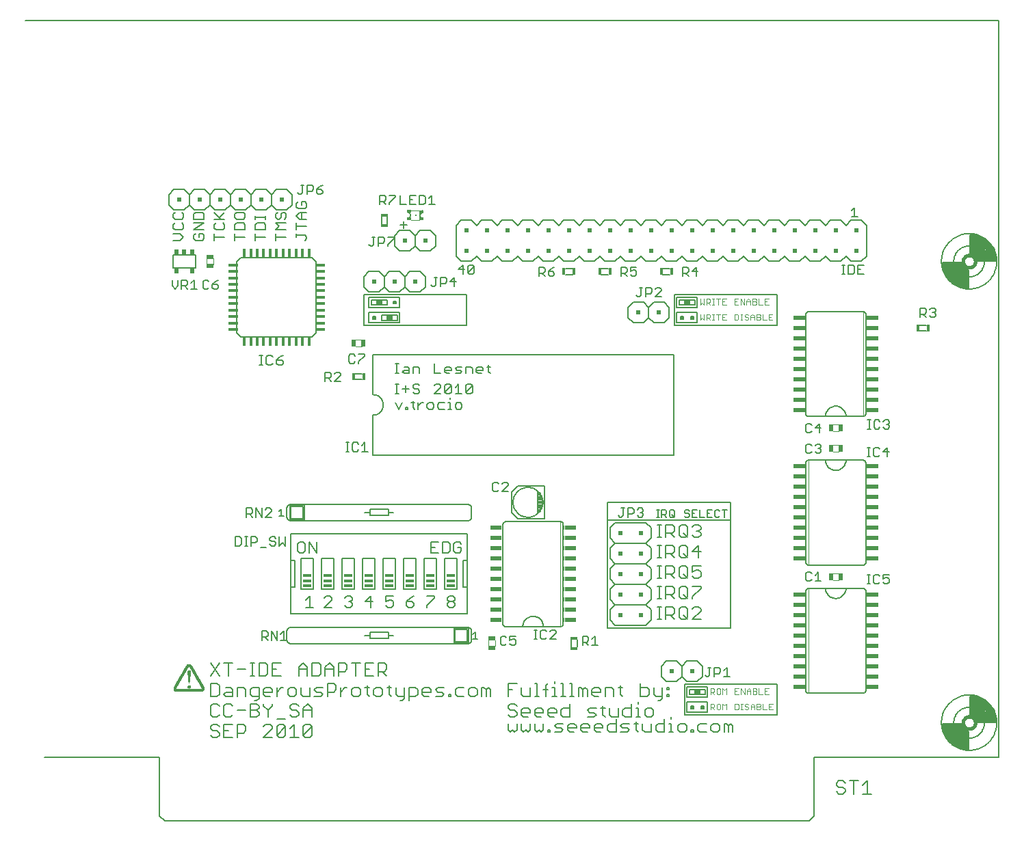
<source format=gto>
G75*
G70*
%OFA0B0*%
%FSLAX24Y24*%
%IPPOS*%
%LPD*%
%AMOC8*
5,1,8,0,0,1.08239X$1,22.5*
%
%ADD10C,0.0070*%
%ADD11C,0.0050*%
%ADD12C,0.0080*%
%ADD13C,0.0040*%
%ADD14C,0.0060*%
%ADD15R,0.0200X0.0200*%
%ADD16C,0.0020*%
%ADD17R,0.0050X0.0200*%
%ADD18R,0.0580X0.0200*%
%ADD19R,0.0400X0.0150*%
%ADD20R,0.0197X0.0374*%
%ADD21R,0.0197X0.0128*%
%ADD22R,0.0098X0.0059*%
%ADD23R,0.0069X0.0157*%
%ADD24R,0.0079X0.0079*%
%ADD25R,0.0118X0.0118*%
%ADD26R,0.0030X0.0128*%
%ADD27R,0.0340X0.0160*%
%ADD28R,0.0160X0.0340*%
%ADD29R,0.0374X0.0197*%
%ADD30C,0.0180*%
%ADD31C,0.0100*%
%ADD32R,0.0006X0.0006*%
%ADD33R,0.0006X0.0006*%
%ADD34R,0.0006X0.0006*%
%ADD35R,0.0006X0.0006*%
%ADD36R,0.0157X0.0472*%
%ADD37R,0.0472X0.0157*%
%ADD38C,0.0079*%
%ADD39R,0.0197X0.0256*%
D10*
X010451Y012056D02*
X010346Y012161D01*
X010451Y012056D02*
X010661Y012056D01*
X010766Y012161D01*
X010766Y012266D01*
X010661Y012371D01*
X010451Y012371D01*
X010346Y012476D01*
X010346Y012581D01*
X010451Y012686D01*
X010661Y012686D01*
X010766Y012581D01*
X010991Y012686D02*
X010991Y012056D01*
X011411Y012056D01*
X011635Y012056D02*
X011635Y012686D01*
X011950Y012686D01*
X012055Y012581D01*
X012055Y012371D01*
X011950Y012266D01*
X011635Y012266D01*
X011201Y012371D02*
X010991Y012371D01*
X010991Y012686D02*
X011411Y012686D01*
X011306Y013056D02*
X011411Y013161D01*
X011306Y013056D02*
X011096Y013056D01*
X010991Y013161D01*
X010991Y013581D01*
X011096Y013686D01*
X011306Y013686D01*
X011411Y013581D01*
X011635Y013371D02*
X012055Y013371D01*
X012280Y013371D02*
X012595Y013371D01*
X012700Y013266D01*
X012700Y013161D01*
X012595Y013056D01*
X012280Y013056D01*
X012280Y013686D01*
X012595Y013686D01*
X012700Y013581D01*
X012700Y013476D01*
X012595Y013371D01*
X012924Y013581D02*
X013134Y013371D01*
X013134Y013056D01*
X013134Y013371D02*
X013344Y013581D01*
X013344Y013686D01*
X013239Y014056D02*
X013029Y014056D01*
X012924Y014161D01*
X012924Y014371D01*
X013029Y014476D01*
X013239Y014476D01*
X013344Y014371D01*
X013344Y014266D01*
X012924Y014266D01*
X012700Y014476D02*
X012700Y013951D01*
X012595Y013846D01*
X012490Y013846D01*
X012385Y014056D02*
X012280Y014161D01*
X012280Y014371D01*
X012385Y014476D01*
X012700Y014476D01*
X012700Y014056D02*
X012385Y014056D01*
X012055Y014056D02*
X012055Y014371D01*
X011950Y014476D01*
X011635Y014476D01*
X011635Y014056D01*
X011411Y014056D02*
X011096Y014056D01*
X010991Y014161D01*
X011096Y014266D01*
X011411Y014266D01*
X011411Y014371D02*
X011411Y014056D01*
X011411Y014371D02*
X011306Y014476D01*
X011096Y014476D01*
X010766Y014581D02*
X010766Y014161D01*
X010661Y014056D01*
X010346Y014056D01*
X010346Y014686D01*
X010661Y014686D01*
X010766Y014581D01*
X010766Y015056D02*
X010346Y015686D01*
X010766Y015686D02*
X010346Y015056D01*
X010991Y015686D02*
X011411Y015686D01*
X011201Y015686D02*
X011201Y015056D01*
X011635Y015371D02*
X012055Y015371D01*
X012280Y015686D02*
X012490Y015686D01*
X012385Y015686D02*
X012385Y015056D01*
X012280Y015056D02*
X012490Y015056D01*
X012709Y015056D02*
X013025Y015056D01*
X013130Y015161D01*
X013130Y015581D01*
X013025Y015686D01*
X012709Y015686D01*
X012709Y015056D01*
X013354Y015056D02*
X013354Y015686D01*
X013774Y015686D01*
X013564Y015371D02*
X013354Y015371D01*
X013354Y015056D02*
X013774Y015056D01*
X013779Y014476D02*
X013884Y014476D01*
X013779Y014476D02*
X013569Y014266D01*
X013569Y014056D02*
X013569Y014476D01*
X014106Y014371D02*
X014106Y014161D01*
X014211Y014056D01*
X014421Y014056D01*
X014526Y014161D01*
X014526Y014371D01*
X014421Y014476D01*
X014211Y014476D01*
X014106Y014371D01*
X014750Y014476D02*
X014750Y014161D01*
X014855Y014056D01*
X015171Y014056D01*
X015171Y014476D01*
X015395Y014371D02*
X015500Y014476D01*
X015815Y014476D01*
X015710Y014266D02*
X015500Y014266D01*
X015395Y014371D01*
X015395Y014056D02*
X015710Y014056D01*
X015815Y014161D01*
X015710Y014266D01*
X016039Y014266D02*
X016355Y014266D01*
X016460Y014371D01*
X016460Y014581D01*
X016355Y014686D01*
X016039Y014686D01*
X016039Y014056D01*
X016684Y014056D02*
X016684Y014476D01*
X016684Y014266D02*
X016894Y014476D01*
X016999Y014476D01*
X017221Y014371D02*
X017326Y014476D01*
X017536Y014476D01*
X017641Y014371D01*
X017641Y014161D01*
X017536Y014056D01*
X017326Y014056D01*
X017221Y014161D01*
X017221Y014371D01*
X017865Y014476D02*
X018076Y014476D01*
X017971Y014581D02*
X017971Y014161D01*
X018076Y014056D01*
X018295Y014161D02*
X018400Y014056D01*
X018610Y014056D01*
X018716Y014161D01*
X018716Y014371D01*
X018610Y014476D01*
X018400Y014476D01*
X018295Y014371D01*
X018295Y014161D01*
X018940Y014476D02*
X019150Y014476D01*
X019045Y014581D02*
X019045Y014161D01*
X019150Y014056D01*
X019369Y014161D02*
X019474Y014056D01*
X019790Y014056D01*
X019790Y013951D02*
X019685Y013846D01*
X019580Y013846D01*
X019790Y013951D02*
X019790Y014476D01*
X020014Y014476D02*
X020329Y014476D01*
X020434Y014371D01*
X020434Y014161D01*
X020329Y014056D01*
X020014Y014056D01*
X020014Y013846D02*
X020014Y014476D01*
X019369Y014476D02*
X019369Y014161D01*
X018930Y015056D02*
X018720Y015266D01*
X018825Y015266D02*
X018510Y015266D01*
X018510Y015056D02*
X018510Y015686D01*
X018825Y015686D01*
X018930Y015581D01*
X018930Y015371D01*
X018825Y015266D01*
X018286Y015056D02*
X017866Y015056D01*
X017866Y015686D01*
X018286Y015686D01*
X018076Y015371D02*
X017866Y015371D01*
X017641Y015686D02*
X017221Y015686D01*
X017431Y015686D02*
X017431Y015056D01*
X016997Y015371D02*
X016892Y015266D01*
X016576Y015266D01*
X016576Y015056D02*
X016576Y015686D01*
X016892Y015686D01*
X016997Y015581D01*
X016997Y015371D01*
X016352Y015371D02*
X015932Y015371D01*
X015932Y015476D02*
X015932Y015056D01*
X015708Y015161D02*
X015708Y015581D01*
X015603Y015686D01*
X015287Y015686D01*
X015287Y015056D01*
X015603Y015056D01*
X015708Y015161D01*
X015932Y015476D02*
X016142Y015686D01*
X016352Y015476D01*
X016352Y015056D01*
X015063Y015056D02*
X015063Y015476D01*
X014853Y015686D01*
X014643Y015476D01*
X014643Y015056D01*
X014643Y015371D02*
X015063Y015371D01*
X015068Y013686D02*
X015278Y013476D01*
X015278Y013056D01*
X015278Y013371D02*
X014858Y013371D01*
X014858Y013476D02*
X015068Y013686D01*
X014858Y013476D02*
X014858Y013056D01*
X014634Y013161D02*
X014528Y013056D01*
X014318Y013056D01*
X014213Y013161D01*
X014318Y013371D02*
X014213Y013476D01*
X014213Y013581D01*
X014318Y013686D01*
X014528Y013686D01*
X014634Y013581D01*
X014528Y013371D02*
X014634Y013266D01*
X014634Y013161D01*
X014528Y013371D02*
X014318Y013371D01*
X013989Y012951D02*
X013569Y012951D01*
X013674Y012686D02*
X013569Y012581D01*
X013569Y012161D01*
X013989Y012581D01*
X013989Y012161D01*
X013884Y012056D01*
X013674Y012056D01*
X013569Y012161D01*
X013344Y012056D02*
X012924Y012056D01*
X013344Y012476D01*
X013344Y012581D01*
X013239Y012686D01*
X013029Y012686D01*
X012924Y012581D01*
X013674Y012686D02*
X013884Y012686D01*
X013989Y012581D01*
X014213Y012476D02*
X014423Y012686D01*
X014423Y012056D01*
X014213Y012056D02*
X014634Y012056D01*
X014858Y012161D02*
X015278Y012581D01*
X015278Y012161D01*
X015173Y012056D01*
X014963Y012056D01*
X014858Y012161D01*
X014858Y012581D01*
X014963Y012686D01*
X015173Y012686D01*
X015278Y012581D01*
X012924Y013581D02*
X012924Y013686D01*
X010766Y013581D02*
X010661Y013686D01*
X010451Y013686D01*
X010346Y013581D01*
X010346Y013161D01*
X010451Y013056D01*
X010661Y013056D01*
X010766Y013161D01*
X020658Y014161D02*
X020658Y014371D01*
X020764Y014476D01*
X020974Y014476D01*
X021079Y014371D01*
X021079Y014266D01*
X020658Y014266D01*
X020658Y014161D02*
X020764Y014056D01*
X020974Y014056D01*
X021303Y014056D02*
X021618Y014056D01*
X021723Y014161D01*
X021618Y014266D01*
X021408Y014266D01*
X021303Y014371D01*
X021408Y014476D01*
X021723Y014476D01*
X021947Y014161D02*
X022053Y014161D01*
X022053Y014056D01*
X021947Y014056D01*
X021947Y014161D01*
X022270Y014161D02*
X022375Y014056D01*
X022690Y014056D01*
X022914Y014161D02*
X023019Y014056D01*
X023229Y014056D01*
X023335Y014161D01*
X023335Y014371D01*
X023229Y014476D01*
X023019Y014476D01*
X022914Y014371D01*
X022914Y014161D01*
X022690Y014476D02*
X022375Y014476D01*
X022270Y014371D01*
X022270Y014161D01*
X023559Y014056D02*
X023559Y014476D01*
X023664Y014476D01*
X023769Y014371D01*
X023874Y014476D01*
X023979Y014371D01*
X023979Y014056D01*
X023769Y014056D02*
X023769Y014371D01*
X024846Y014371D02*
X025056Y014371D01*
X024846Y014056D02*
X024846Y014686D01*
X025266Y014686D01*
X025491Y014476D02*
X025491Y014161D01*
X025596Y014056D01*
X025911Y014056D01*
X025911Y014476D01*
X026135Y014686D02*
X026240Y014686D01*
X026240Y014056D01*
X026135Y014056D02*
X026345Y014056D01*
X026670Y014056D02*
X026670Y014581D01*
X026775Y014686D01*
X026994Y014476D02*
X027100Y014476D01*
X027100Y014056D01*
X027205Y014056D02*
X026994Y014056D01*
X026775Y014371D02*
X026565Y014371D01*
X027100Y014686D02*
X027100Y014791D01*
X027424Y014686D02*
X027529Y014686D01*
X027529Y014056D01*
X027424Y014056D02*
X027634Y014056D01*
X027854Y014056D02*
X028064Y014056D01*
X027959Y014056D02*
X027959Y014686D01*
X027854Y014686D01*
X028284Y014476D02*
X028284Y014056D01*
X028494Y014056D02*
X028494Y014371D01*
X028599Y014476D01*
X028704Y014371D01*
X028704Y014056D01*
X028928Y014161D02*
X028928Y014371D01*
X029033Y014476D01*
X029243Y014476D01*
X029348Y014371D01*
X029348Y014266D01*
X028928Y014266D01*
X028928Y014161D02*
X029033Y014056D01*
X029243Y014056D01*
X029573Y014056D02*
X029573Y014476D01*
X029888Y014476D01*
X029993Y014371D01*
X029993Y014056D01*
X030322Y014161D02*
X030427Y014056D01*
X030322Y014161D02*
X030322Y014581D01*
X030217Y014476D02*
X030427Y014476D01*
X031291Y014476D02*
X031607Y014476D01*
X031712Y014371D01*
X031712Y014161D01*
X031607Y014056D01*
X031291Y014056D01*
X031291Y014686D01*
X031936Y014476D02*
X031936Y014161D01*
X032041Y014056D01*
X032356Y014056D01*
X032356Y013951D02*
X032251Y013846D01*
X032146Y013846D01*
X032356Y013951D02*
X032356Y014476D01*
X032580Y014476D02*
X032580Y014371D01*
X032685Y014371D01*
X032685Y014476D01*
X032580Y014476D01*
X032580Y014161D02*
X032580Y014056D01*
X032685Y014056D01*
X032685Y014161D01*
X032580Y014161D01*
X031821Y013476D02*
X031611Y013476D01*
X031506Y013371D01*
X031506Y013161D01*
X031611Y013056D01*
X031821Y013056D01*
X031926Y013161D01*
X031926Y013371D01*
X031821Y013476D01*
X031182Y013476D02*
X031182Y013056D01*
X031287Y013056D02*
X031076Y013056D01*
X030852Y013056D02*
X030537Y013056D01*
X030432Y013161D01*
X030432Y013371D01*
X030537Y013476D01*
X030852Y013476D01*
X030852Y013686D02*
X030852Y013056D01*
X031074Y012831D02*
X031074Y012411D01*
X031179Y012306D01*
X031399Y012411D02*
X031504Y012306D01*
X031819Y012306D01*
X031819Y012726D01*
X032043Y012621D02*
X032043Y012411D01*
X032148Y012306D01*
X032464Y012306D01*
X032464Y012936D01*
X032464Y012726D02*
X032148Y012726D01*
X032043Y012621D01*
X031399Y012726D02*
X031399Y012411D01*
X031179Y012726D02*
X030969Y012726D01*
X030745Y012726D02*
X030430Y012726D01*
X030324Y012621D01*
X030430Y012516D01*
X030640Y012516D01*
X030745Y012411D01*
X030640Y012306D01*
X030324Y012306D01*
X030100Y012306D02*
X029785Y012306D01*
X029680Y012411D01*
X029680Y012621D01*
X029785Y012726D01*
X030100Y012726D01*
X030100Y012936D02*
X030100Y012306D01*
X029456Y012516D02*
X029456Y012621D01*
X029351Y012726D01*
X029141Y012726D01*
X029035Y012621D01*
X029035Y012411D01*
X029141Y012306D01*
X029351Y012306D01*
X029456Y012516D02*
X029035Y012516D01*
X028811Y012516D02*
X028391Y012516D01*
X028391Y012411D02*
X028391Y012621D01*
X028496Y012726D01*
X028706Y012726D01*
X028811Y012621D01*
X028811Y012516D01*
X028706Y012306D02*
X028496Y012306D01*
X028391Y012411D01*
X028167Y012516D02*
X027746Y012516D01*
X027746Y012411D02*
X027746Y012621D01*
X027851Y012726D01*
X028062Y012726D01*
X028167Y012621D01*
X028167Y012516D01*
X028062Y012306D02*
X027851Y012306D01*
X027746Y012411D01*
X027522Y012411D02*
X027417Y012516D01*
X027207Y012516D01*
X027102Y012621D01*
X027207Y012726D01*
X027522Y012726D01*
X027522Y012411D02*
X027417Y012306D01*
X027102Y012306D01*
X026885Y012306D02*
X026780Y012306D01*
X026780Y012411D01*
X026885Y012411D01*
X026885Y012306D01*
X026555Y012411D02*
X026555Y012726D01*
X026555Y012411D02*
X026450Y012306D01*
X026345Y012411D01*
X026240Y012306D01*
X026135Y012411D01*
X026135Y012726D01*
X025911Y012726D02*
X025911Y012411D01*
X025806Y012306D01*
X025701Y012411D01*
X025596Y012306D01*
X025491Y012411D01*
X025491Y012726D01*
X025266Y012726D02*
X025266Y012411D01*
X025161Y012306D01*
X025056Y012411D01*
X024951Y012306D01*
X024846Y012411D01*
X024846Y012726D01*
X024951Y013056D02*
X024846Y013161D01*
X024951Y013056D02*
X025161Y013056D01*
X025266Y013161D01*
X025266Y013266D01*
X025161Y013371D01*
X024951Y013371D01*
X024846Y013476D01*
X024846Y013581D01*
X024951Y013686D01*
X025161Y013686D01*
X025266Y013581D01*
X025491Y013371D02*
X025596Y013476D01*
X025806Y013476D01*
X025911Y013371D01*
X025911Y013266D01*
X025491Y013266D01*
X025491Y013161D02*
X025491Y013371D01*
X025491Y013161D02*
X025596Y013056D01*
X025806Y013056D01*
X026135Y013161D02*
X026135Y013371D01*
X026240Y013476D01*
X026450Y013476D01*
X026555Y013371D01*
X026555Y013266D01*
X026135Y013266D01*
X026135Y013161D02*
X026240Y013056D01*
X026450Y013056D01*
X026780Y013161D02*
X026780Y013371D01*
X026885Y013476D01*
X027095Y013476D01*
X027200Y013371D01*
X027200Y013266D01*
X026780Y013266D01*
X026780Y013161D02*
X026885Y013056D01*
X027095Y013056D01*
X027424Y013161D02*
X027424Y013371D01*
X027529Y013476D01*
X027844Y013476D01*
X027844Y013686D02*
X027844Y013056D01*
X027529Y013056D01*
X027424Y013161D01*
X028713Y013056D02*
X029028Y013056D01*
X029134Y013161D01*
X029028Y013266D01*
X028818Y013266D01*
X028713Y013371D01*
X028818Y013476D01*
X029134Y013476D01*
X029358Y013476D02*
X029568Y013476D01*
X029463Y013581D02*
X029463Y013161D01*
X029568Y013056D01*
X029787Y013161D02*
X029892Y013056D01*
X030208Y013056D01*
X030208Y013476D01*
X029787Y013476D02*
X029787Y013161D01*
X031076Y013476D02*
X031182Y013476D01*
X031182Y013686D02*
X031182Y013791D01*
X032793Y013041D02*
X032793Y012936D01*
X032793Y012726D02*
X032793Y012306D01*
X032688Y012306D02*
X032898Y012306D01*
X033117Y012411D02*
X033223Y012306D01*
X033433Y012306D01*
X033538Y012411D01*
X033538Y012621D01*
X033433Y012726D01*
X033223Y012726D01*
X033117Y012621D01*
X033117Y012411D01*
X032793Y012726D02*
X032688Y012726D01*
X033762Y012411D02*
X033867Y012411D01*
X033867Y012306D01*
X033762Y012306D01*
X033762Y012411D01*
X034084Y012411D02*
X034084Y012621D01*
X034189Y012726D01*
X034505Y012726D01*
X034729Y012621D02*
X034729Y012411D01*
X034834Y012306D01*
X035044Y012306D01*
X035149Y012411D01*
X035149Y012621D01*
X035044Y012726D01*
X034834Y012726D01*
X034729Y012621D01*
X034505Y012306D02*
X034189Y012306D01*
X034084Y012411D01*
X035373Y012306D02*
X035373Y012726D01*
X035478Y012726D01*
X035583Y012621D01*
X035689Y012726D01*
X035794Y012621D01*
X035794Y012306D01*
X035583Y012306D02*
X035583Y012621D01*
X028494Y014371D02*
X028389Y014476D01*
X028284Y014476D01*
X022513Y028056D02*
X022595Y028137D01*
X022595Y028301D01*
X022513Y028383D01*
X022350Y028383D01*
X022268Y028301D01*
X022268Y028137D01*
X022350Y028056D01*
X022513Y028056D01*
X022088Y028056D02*
X021924Y028056D01*
X022006Y028056D02*
X022006Y028383D01*
X021924Y028383D01*
X022006Y028546D02*
X022006Y028628D01*
X021997Y028806D02*
X021834Y028806D01*
X021752Y028887D01*
X022079Y029214D01*
X022079Y028887D01*
X021997Y028806D01*
X021752Y028887D02*
X021752Y029214D01*
X021834Y029296D01*
X021997Y029296D01*
X022079Y029214D01*
X022268Y029133D02*
X022431Y029296D01*
X022431Y028806D01*
X022268Y028806D02*
X022595Y028806D01*
X022784Y028887D02*
X023110Y029214D01*
X023110Y028887D01*
X023029Y028806D01*
X022865Y028806D01*
X022784Y028887D01*
X022784Y029214D01*
X022865Y029296D01*
X023029Y029296D01*
X023110Y029214D01*
X023110Y029806D02*
X023110Y030051D01*
X023029Y030133D01*
X022784Y030133D01*
X022784Y029806D01*
X022595Y029887D02*
X022513Y029969D01*
X022350Y029969D01*
X022268Y030051D01*
X022350Y030133D01*
X022595Y030133D01*
X022595Y029887D02*
X022513Y029806D01*
X022268Y029806D01*
X022079Y029969D02*
X021752Y029969D01*
X021752Y029887D02*
X021752Y030051D01*
X021834Y030133D01*
X021997Y030133D01*
X022079Y030051D01*
X022079Y029969D01*
X021997Y029806D02*
X021834Y029806D01*
X021752Y029887D01*
X021564Y029806D02*
X021237Y029806D01*
X021237Y030296D01*
X020532Y030051D02*
X020532Y029806D01*
X020532Y030051D02*
X020451Y030133D01*
X020205Y030133D01*
X020205Y029806D01*
X020017Y029806D02*
X020017Y030051D01*
X019935Y030133D01*
X019771Y030133D01*
X019771Y029969D02*
X020017Y029969D01*
X020017Y029806D02*
X019771Y029806D01*
X019690Y029887D01*
X019771Y029969D01*
X019509Y029806D02*
X019346Y029806D01*
X019428Y029806D02*
X019428Y030296D01*
X019509Y030296D02*
X019346Y030296D01*
X019346Y029296D02*
X019509Y029296D01*
X019428Y029296D02*
X019428Y028806D01*
X019509Y028806D02*
X019346Y028806D01*
X019690Y029051D02*
X020017Y029051D01*
X020205Y029133D02*
X020287Y029051D01*
X020451Y029051D01*
X020532Y028969D01*
X020532Y028887D01*
X020451Y028806D01*
X020287Y028806D01*
X020205Y028887D01*
X020205Y029133D02*
X020205Y029214D01*
X020287Y029296D01*
X020451Y029296D01*
X020532Y029214D01*
X019853Y029214D02*
X019853Y028887D01*
X019673Y028383D02*
X019509Y028056D01*
X019346Y028383D01*
X019862Y028137D02*
X019943Y028137D01*
X019943Y028056D01*
X019862Y028056D01*
X019862Y028137D01*
X020201Y028137D02*
X020201Y028464D01*
X020119Y028383D02*
X020283Y028383D01*
X020463Y028383D02*
X020463Y028056D01*
X020463Y028219D02*
X020627Y028383D01*
X020708Y028383D01*
X020893Y028301D02*
X020893Y028137D01*
X020975Y028056D01*
X021138Y028056D01*
X021220Y028137D01*
X021220Y028301D01*
X021138Y028383D01*
X020975Y028383D01*
X020893Y028301D01*
X021409Y028301D02*
X021409Y028137D01*
X021490Y028056D01*
X021735Y028056D01*
X021735Y028383D02*
X021490Y028383D01*
X021409Y028301D01*
X021564Y028806D02*
X021237Y028806D01*
X021564Y029133D01*
X021564Y029214D01*
X021482Y029296D01*
X021318Y029296D01*
X021237Y029214D01*
X020201Y028137D02*
X020283Y028056D01*
X023299Y029887D02*
X023299Y030051D01*
X023381Y030133D01*
X023544Y030133D01*
X023626Y030051D01*
X023626Y029969D01*
X023299Y029969D01*
X023299Y029887D02*
X023381Y029806D01*
X023544Y029806D01*
X023897Y029887D02*
X023978Y029806D01*
X023897Y029887D02*
X023897Y030214D01*
X023978Y030133D02*
X023815Y030133D01*
X013885Y030296D02*
X013885Y030376D01*
X013805Y030456D01*
X013565Y030456D01*
X013565Y030296D01*
X013645Y030216D01*
X013805Y030216D01*
X013885Y030296D01*
X013725Y030616D02*
X013565Y030456D01*
X013725Y030616D02*
X013885Y030696D01*
X013379Y030616D02*
X013299Y030696D01*
X013139Y030696D01*
X013059Y030616D01*
X013059Y030296D01*
X013139Y030216D01*
X013299Y030216D01*
X013379Y030296D01*
X012881Y030216D02*
X012721Y030216D01*
X012801Y030216D02*
X012801Y030696D01*
X012721Y030696D02*
X012881Y030696D01*
D11*
X017811Y032146D02*
X017811Y033646D01*
X022811Y033646D01*
X022811Y032146D01*
X017811Y032146D01*
X018061Y032271D02*
X019561Y032271D01*
X019561Y032771D01*
X018061Y032771D01*
X018061Y032271D01*
X018249Y032458D02*
X018374Y032458D01*
X018374Y032471D01*
X018374Y032571D01*
X018249Y032571D01*
X018249Y032471D01*
X018374Y032471D01*
X018374Y032521D01*
X018249Y032521D01*
X018249Y032571D01*
X018249Y032583D01*
X018374Y032583D01*
X018374Y032571D01*
X018374Y032521D01*
X018249Y032521D02*
X018249Y032471D01*
X018249Y032458D01*
X018686Y032396D02*
X019436Y032396D01*
X019436Y032646D01*
X018686Y032646D01*
X018686Y032396D01*
X018936Y032396D02*
X019186Y032396D01*
X019186Y032421D01*
X019186Y032621D01*
X018936Y032621D01*
X018936Y032421D01*
X019186Y032421D01*
X019186Y032471D01*
X018936Y032471D01*
X018936Y032521D01*
X019186Y032521D01*
X019186Y032471D01*
X019186Y032521D02*
X019186Y032571D01*
X018936Y032571D01*
X018936Y032621D01*
X018936Y032646D01*
X019186Y032646D01*
X019186Y032621D01*
X019186Y032571D01*
X018936Y032571D02*
X018936Y032521D01*
X018936Y032471D02*
X018936Y032421D01*
X018936Y032396D01*
X018936Y033146D02*
X018186Y033146D01*
X018186Y033396D01*
X018936Y033396D01*
X018936Y033146D01*
X018686Y033146D02*
X018436Y033146D01*
X018436Y033171D01*
X018436Y033371D01*
X018686Y033371D01*
X018686Y033171D01*
X018436Y033171D01*
X018436Y033221D01*
X018686Y033221D01*
X018686Y033171D01*
X018686Y033146D01*
X018686Y033221D02*
X018686Y033271D01*
X018436Y033271D01*
X018436Y033321D01*
X018686Y033321D01*
X018686Y033271D01*
X018686Y033321D02*
X018686Y033371D01*
X018686Y033396D01*
X018436Y033396D01*
X018436Y033371D01*
X018436Y033321D01*
X018436Y033271D02*
X018436Y033221D01*
X018061Y033021D02*
X018061Y033521D01*
X019561Y033521D01*
X019561Y033021D01*
X018061Y033021D01*
X019249Y033208D02*
X019374Y033208D01*
X019374Y033221D01*
X019374Y033321D01*
X019249Y033321D01*
X019249Y033221D01*
X019374Y033221D01*
X019374Y033271D01*
X019249Y033271D01*
X019249Y033321D01*
X019249Y033333D01*
X019374Y033333D01*
X019374Y033321D01*
X019374Y033271D01*
X019249Y033271D02*
X019249Y033221D01*
X019249Y033208D01*
X022415Y034871D02*
X022716Y034871D01*
X022876Y035021D02*
X022951Y035096D01*
X023101Y035096D01*
X023176Y035021D01*
X022876Y034721D01*
X022951Y034646D01*
X023101Y034646D01*
X023176Y034721D01*
X023176Y035021D01*
X022876Y035021D02*
X022876Y034721D01*
X022640Y034646D02*
X022640Y035096D01*
X022415Y034871D01*
X032936Y033646D02*
X032936Y032146D01*
X037936Y032146D01*
X037936Y033646D01*
X032936Y033646D01*
X033061Y033521D02*
X034061Y033521D01*
X034061Y033021D01*
X033061Y033021D01*
X033061Y033521D01*
X033186Y033396D02*
X033186Y033146D01*
X033936Y033146D01*
X033936Y033396D01*
X033186Y033396D01*
X033436Y033396D02*
X033686Y033396D01*
X033686Y033371D01*
X033686Y033171D01*
X033436Y033171D01*
X033436Y033371D01*
X033686Y033371D01*
X033686Y033321D01*
X033436Y033321D01*
X033436Y033371D01*
X033436Y033396D01*
X033436Y033321D02*
X033436Y033271D01*
X033686Y033271D01*
X033686Y033221D01*
X033436Y033221D01*
X033436Y033271D01*
X033436Y033221D02*
X033436Y033171D01*
X033436Y033146D01*
X033686Y033146D01*
X033686Y033171D01*
X033686Y033221D01*
X033686Y033271D02*
X033686Y033321D01*
X034061Y032771D02*
X033061Y032771D01*
X033061Y032271D01*
X034061Y032271D01*
X034061Y032771D01*
X033874Y032583D02*
X033749Y032583D01*
X033749Y032458D01*
X033874Y032458D01*
X033874Y032583D01*
X033874Y032571D01*
X033749Y032571D01*
X033749Y032583D01*
X033749Y032571D02*
X033749Y032521D01*
X033874Y032521D01*
X033874Y032471D01*
X033749Y032471D01*
X033749Y032521D01*
X033749Y032471D02*
X033749Y032458D01*
X033874Y032471D02*
X033874Y032458D01*
X033874Y032521D02*
X033874Y032571D01*
X033374Y032571D02*
X033249Y032571D01*
X033249Y032583D01*
X033374Y032583D01*
X033374Y032458D01*
X033249Y032458D01*
X033249Y032583D01*
X033249Y032571D02*
X033249Y032521D01*
X033374Y032521D01*
X033374Y032471D01*
X033249Y032471D01*
X033249Y032521D01*
X033249Y032471D02*
X033249Y032458D01*
X033374Y032471D02*
X033374Y032458D01*
X033374Y032521D02*
X033374Y032571D01*
X033374Y032583D01*
X041576Y037446D02*
X041876Y037446D01*
X041726Y037446D02*
X041726Y037896D01*
X041576Y037746D01*
X044915Y032996D02*
X045140Y032996D01*
X045216Y032921D01*
X045216Y032771D01*
X045140Y032696D01*
X044915Y032696D01*
X044915Y032546D02*
X044915Y032996D01*
X045065Y032696D02*
X045216Y032546D01*
X045376Y032621D02*
X045451Y032546D01*
X045601Y032546D01*
X045676Y032621D01*
X045676Y032696D01*
X045601Y032771D01*
X045526Y032771D01*
X045601Y032771D02*
X045676Y032846D01*
X045676Y032921D01*
X045601Y032996D01*
X045451Y032996D01*
X045376Y032921D01*
X035686Y023521D02*
X029686Y023521D01*
X029686Y022646D01*
X035686Y022646D01*
X035686Y017396D01*
X029686Y017396D01*
X029686Y022646D01*
X032086Y022796D02*
X032203Y022796D01*
X032144Y022796D02*
X032144Y023146D01*
X032086Y023146D02*
X032203Y023146D01*
X032332Y023146D02*
X032507Y023146D01*
X032565Y023088D01*
X032565Y022971D01*
X032507Y022912D01*
X032332Y022912D01*
X032448Y022912D02*
X032565Y022796D01*
X032700Y022854D02*
X032758Y022796D01*
X032875Y022796D01*
X032933Y022854D01*
X032933Y023088D01*
X032875Y023146D01*
X032758Y023146D01*
X032700Y023088D01*
X032700Y022854D01*
X032817Y022912D02*
X032933Y022796D01*
X033436Y022854D02*
X033495Y022796D01*
X033612Y022796D01*
X033670Y022854D01*
X033670Y022912D01*
X033612Y022971D01*
X033495Y022971D01*
X033436Y023029D01*
X033436Y023088D01*
X033495Y023146D01*
X033612Y023146D01*
X033670Y023088D01*
X033805Y023146D02*
X033805Y022796D01*
X034038Y022796D01*
X034173Y022796D02*
X034407Y022796D01*
X034541Y022796D02*
X034541Y023146D01*
X034775Y023146D01*
X034910Y023088D02*
X034968Y023146D01*
X035085Y023146D01*
X035143Y023088D01*
X035278Y023146D02*
X035511Y023146D01*
X035395Y023146D02*
X035395Y022796D01*
X035143Y022854D02*
X035085Y022796D01*
X034968Y022796D01*
X034910Y022854D01*
X034910Y023088D01*
X034658Y022971D02*
X034541Y022971D01*
X034541Y022796D02*
X034775Y022796D01*
X034173Y022796D02*
X034173Y023146D01*
X034038Y023146D02*
X033805Y023146D01*
X033805Y022971D02*
X033921Y022971D01*
X035686Y022646D02*
X035686Y023521D01*
X032332Y023146D02*
X032332Y022796D01*
X023240Y017196D02*
X023240Y016856D01*
X023127Y016856D02*
X023354Y016856D01*
X023127Y017083D02*
X023240Y017196D01*
X013913Y022846D02*
X013686Y022846D01*
X013799Y022846D02*
X013799Y023186D01*
X013686Y023073D01*
X033436Y014646D02*
X033436Y013146D01*
X037936Y013146D01*
X037936Y014646D01*
X033436Y014646D01*
X033561Y014521D02*
X034561Y014521D01*
X034561Y014021D01*
X033561Y014021D01*
X033561Y014521D01*
X033686Y014396D02*
X034436Y014396D01*
X034436Y014146D01*
X033686Y014146D01*
X033686Y014396D01*
X033936Y014396D02*
X034186Y014396D01*
X034186Y014371D01*
X034186Y014171D01*
X033936Y014171D01*
X033936Y014371D01*
X034186Y014371D01*
X034186Y014321D01*
X033936Y014321D01*
X033936Y014371D01*
X033936Y014396D01*
X033936Y014321D02*
X033936Y014271D01*
X034186Y014271D01*
X034186Y014221D01*
X033936Y014221D01*
X033936Y014271D01*
X033936Y014221D02*
X033936Y014171D01*
X033936Y014146D01*
X034186Y014146D01*
X034186Y014171D01*
X034186Y014221D01*
X034186Y014271D02*
X034186Y014321D01*
X034561Y013771D02*
X033561Y013771D01*
X033561Y013271D01*
X034561Y013271D01*
X034561Y013771D01*
X034374Y013583D02*
X034374Y013458D01*
X034249Y013458D01*
X034249Y013583D01*
X034374Y013583D01*
X034374Y013571D01*
X034249Y013571D01*
X034249Y013583D01*
X034249Y013571D02*
X034249Y013521D01*
X034374Y013521D01*
X034374Y013471D01*
X034249Y013471D01*
X034249Y013521D01*
X034249Y013471D02*
X034249Y013458D01*
X034374Y013471D02*
X034374Y013458D01*
X034374Y013521D02*
X034374Y013571D01*
X033874Y013571D02*
X033749Y013571D01*
X033749Y013583D01*
X033874Y013583D01*
X033874Y013458D01*
X033749Y013458D01*
X033749Y013583D01*
X033749Y013571D02*
X033749Y013521D01*
X033874Y013521D01*
X033874Y013471D01*
X033749Y013471D01*
X033749Y013521D01*
X033749Y013471D02*
X033749Y013458D01*
X033874Y013471D02*
X033874Y013458D01*
X033874Y013521D02*
X033874Y013571D01*
X033874Y013583D01*
D12*
X008111Y007971D02*
X007861Y008221D01*
X007861Y011071D01*
X002261Y011071D01*
X008111Y007971D02*
X039511Y007971D01*
X039761Y008221D01*
X039761Y011071D01*
X048750Y011071D01*
X048761Y011083D02*
X048761Y047007D01*
X048764Y047021D02*
X001311Y047021D01*
X025004Y024013D02*
X025319Y024328D01*
X026618Y024328D01*
X026618Y022714D01*
X025319Y022714D01*
X025004Y023029D01*
X025004Y024013D01*
X025083Y023521D02*
X025085Y023575D01*
X025091Y023628D01*
X025101Y023681D01*
X025115Y023733D01*
X025132Y023784D01*
X025153Y023833D01*
X025178Y023881D01*
X025207Y023927D01*
X025238Y023970D01*
X025273Y024011D01*
X025311Y024050D01*
X025351Y024085D01*
X025394Y024118D01*
X025439Y024147D01*
X025487Y024173D01*
X025536Y024195D01*
X025586Y024213D01*
X025638Y024228D01*
X025690Y024239D01*
X025744Y024246D01*
X025798Y024249D01*
X025851Y024248D01*
X025905Y024243D01*
X025958Y024234D01*
X026010Y024221D01*
X026061Y024205D01*
X026111Y024184D01*
X026159Y024160D01*
X026206Y024133D01*
X026250Y024102D01*
X026291Y024068D01*
X026331Y024031D01*
X026367Y023991D01*
X026400Y023949D01*
X026430Y023904D01*
X026457Y023857D01*
X026480Y023809D01*
X026499Y023759D01*
X026515Y023707D01*
X026527Y023655D01*
X026535Y023602D01*
X026539Y023548D01*
X026539Y023494D01*
X026535Y023440D01*
X026527Y023387D01*
X026515Y023335D01*
X026499Y023283D01*
X026480Y023233D01*
X026457Y023185D01*
X026430Y023138D01*
X026400Y023093D01*
X026367Y023051D01*
X026331Y023011D01*
X026291Y022974D01*
X026250Y022940D01*
X026206Y022909D01*
X026159Y022882D01*
X026111Y022858D01*
X026061Y022837D01*
X026010Y022821D01*
X025958Y022808D01*
X025905Y022799D01*
X025851Y022794D01*
X025798Y022793D01*
X025744Y022796D01*
X025690Y022803D01*
X025638Y022814D01*
X025586Y022829D01*
X025536Y022847D01*
X025487Y022869D01*
X025439Y022895D01*
X025394Y022924D01*
X025351Y022957D01*
X025311Y022992D01*
X025273Y023031D01*
X025238Y023072D01*
X025207Y023115D01*
X025178Y023161D01*
X025153Y023209D01*
X025132Y023258D01*
X025115Y023309D01*
X025101Y023361D01*
X025091Y023414D01*
X025085Y023467D01*
X025083Y023521D01*
X026283Y023558D02*
X026514Y023558D01*
X026520Y023521D02*
X026502Y023638D01*
X026470Y023752D01*
X026421Y023860D01*
X026359Y023961D01*
X026283Y024052D01*
X026283Y022989D01*
X026363Y023078D01*
X026428Y023178D01*
X026476Y023287D01*
X026507Y023402D01*
X026520Y023521D01*
X026515Y023479D02*
X026283Y023479D01*
X026283Y023401D02*
X026507Y023401D01*
X026486Y023322D02*
X026283Y023322D01*
X026283Y023244D02*
X026457Y023244D01*
X026419Y023165D02*
X026283Y023165D01*
X026283Y023087D02*
X026369Y023087D01*
X026300Y023008D02*
X026283Y023008D01*
X026283Y023636D02*
X026503Y023636D01*
X026480Y023715D02*
X026283Y023715D01*
X026283Y023794D02*
X026451Y023794D01*
X026414Y023872D02*
X026283Y023872D01*
X026283Y023951D02*
X026365Y023951D01*
X026303Y024029D02*
X026283Y024029D01*
X032101Y022431D02*
X032308Y022431D01*
X032204Y022431D02*
X032204Y021811D01*
X032101Y021811D02*
X032308Y021811D01*
X032531Y021811D02*
X032531Y022431D01*
X032841Y022431D01*
X032944Y022328D01*
X032944Y022121D01*
X032841Y022018D01*
X032531Y022018D01*
X032738Y022018D02*
X032944Y021811D01*
X033175Y021914D02*
X033175Y022328D01*
X033279Y022431D01*
X033485Y022431D01*
X033589Y022328D01*
X033589Y021914D01*
X033485Y021811D01*
X033279Y021811D01*
X033175Y021914D01*
X033382Y022018D02*
X033589Y021811D01*
X033820Y021914D02*
X033923Y021811D01*
X034130Y021811D01*
X034233Y021914D01*
X034233Y022018D01*
X034130Y022121D01*
X034027Y022121D01*
X034130Y022121D02*
X034233Y022224D01*
X034233Y022328D01*
X034130Y022431D01*
X033923Y022431D01*
X033820Y022328D01*
X034130Y021431D02*
X033820Y021121D01*
X034233Y021121D01*
X034130Y020811D02*
X034130Y021431D01*
X033589Y021328D02*
X033589Y020914D01*
X033485Y020811D01*
X033279Y020811D01*
X033175Y020914D01*
X033175Y021328D01*
X033279Y021431D01*
X033485Y021431D01*
X033589Y021328D01*
X033382Y021018D02*
X033589Y020811D01*
X033485Y020431D02*
X033589Y020328D01*
X033589Y019914D01*
X033485Y019811D01*
X033279Y019811D01*
X033175Y019914D01*
X033175Y020328D01*
X033279Y020431D01*
X033485Y020431D01*
X033820Y020431D02*
X033820Y020121D01*
X034027Y020224D01*
X034130Y020224D01*
X034233Y020121D01*
X034233Y019914D01*
X034130Y019811D01*
X033923Y019811D01*
X033820Y019914D01*
X033589Y019811D02*
X033382Y020018D01*
X032944Y020121D02*
X032944Y020328D01*
X032841Y020431D01*
X032531Y020431D01*
X032531Y019811D01*
X032531Y020018D02*
X032841Y020018D01*
X032944Y020121D01*
X032738Y020018D02*
X032944Y019811D01*
X032841Y019431D02*
X032944Y019328D01*
X032944Y019121D01*
X032841Y019018D01*
X032531Y019018D01*
X032738Y019018D02*
X032944Y018811D01*
X033175Y018914D02*
X033175Y019328D01*
X033279Y019431D01*
X033485Y019431D01*
X033589Y019328D01*
X033589Y018914D01*
X033485Y018811D01*
X033279Y018811D01*
X033175Y018914D01*
X033382Y019018D02*
X033589Y018811D01*
X033820Y018811D02*
X033820Y018914D01*
X034233Y019328D01*
X034233Y019431D01*
X033820Y019431D01*
X032841Y019431D02*
X032531Y019431D01*
X032531Y018811D01*
X032308Y018811D02*
X032101Y018811D01*
X032204Y018811D02*
X032204Y019431D01*
X032101Y019431D02*
X032308Y019431D01*
X032308Y019811D02*
X032101Y019811D01*
X032204Y019811D02*
X032204Y020431D01*
X032101Y020431D02*
X032308Y020431D01*
X032308Y020811D02*
X032101Y020811D01*
X032204Y020811D02*
X032204Y021431D01*
X032101Y021431D02*
X032308Y021431D01*
X032531Y021431D02*
X032531Y020811D01*
X032531Y021018D02*
X032841Y021018D01*
X032944Y021121D01*
X032944Y021328D01*
X032841Y021431D01*
X032531Y021431D01*
X032738Y021018D02*
X032944Y020811D01*
X033820Y020431D02*
X034233Y020431D01*
X034130Y018431D02*
X033923Y018431D01*
X033820Y018328D01*
X033589Y018328D02*
X033589Y017914D01*
X033485Y017811D01*
X033279Y017811D01*
X033175Y017914D01*
X033175Y018328D01*
X033279Y018431D01*
X033485Y018431D01*
X033589Y018328D01*
X033382Y018018D02*
X033589Y017811D01*
X033820Y017811D02*
X034233Y018224D01*
X034233Y018328D01*
X034130Y018431D01*
X034233Y017811D02*
X033820Y017811D01*
X032944Y017811D02*
X032738Y018018D01*
X032841Y018018D02*
X032531Y018018D01*
X032531Y017811D02*
X032531Y018431D01*
X032841Y018431D01*
X032944Y018328D01*
X032944Y018121D01*
X032841Y018018D01*
X032308Y017811D02*
X032101Y017811D01*
X032204Y017811D02*
X032204Y018431D01*
X032101Y018431D02*
X032308Y018431D01*
X046563Y012771D02*
X046565Y012826D01*
X046571Y012880D01*
X046581Y012934D01*
X046595Y012986D01*
X046612Y013038D01*
X046634Y013088D01*
X046659Y013137D01*
X046687Y013184D01*
X046719Y013228D01*
X046754Y013270D01*
X046792Y013309D01*
X046833Y013346D01*
X046876Y013379D01*
X046921Y013409D01*
X046969Y013436D01*
X047018Y013459D01*
X047069Y013479D01*
X047122Y013495D01*
X047175Y013507D01*
X047229Y013515D01*
X047284Y013519D01*
X047338Y013519D01*
X047393Y013515D01*
X047447Y013507D01*
X047500Y013495D01*
X047553Y013479D01*
X047604Y013459D01*
X047653Y013436D01*
X047701Y013409D01*
X047746Y013379D01*
X047789Y013346D01*
X047830Y013309D01*
X047868Y013270D01*
X047903Y013228D01*
X047935Y013184D01*
X047963Y013137D01*
X047988Y013088D01*
X048010Y013038D01*
X048027Y012986D01*
X048041Y012934D01*
X048051Y012880D01*
X048057Y012826D01*
X048059Y012771D01*
X048057Y012716D01*
X048051Y012662D01*
X048041Y012608D01*
X048027Y012556D01*
X048010Y012504D01*
X047988Y012454D01*
X047963Y012405D01*
X047935Y012358D01*
X047903Y012314D01*
X047868Y012272D01*
X047830Y012233D01*
X047789Y012196D01*
X047746Y012163D01*
X047701Y012133D01*
X047653Y012106D01*
X047604Y012083D01*
X047553Y012063D01*
X047500Y012047D01*
X047447Y012035D01*
X047393Y012027D01*
X047338Y012023D01*
X047284Y012023D01*
X047229Y012027D01*
X047175Y012035D01*
X047122Y012047D01*
X047069Y012063D01*
X047018Y012083D01*
X046969Y012106D01*
X046921Y012133D01*
X046876Y012163D01*
X046833Y012196D01*
X046792Y012233D01*
X046754Y012272D01*
X046719Y012314D01*
X046687Y012358D01*
X046659Y012405D01*
X046634Y012454D01*
X046612Y012504D01*
X046595Y012556D01*
X046581Y012608D01*
X046571Y012662D01*
X046565Y012716D01*
X046563Y012771D01*
X046563Y035271D02*
X046565Y035326D01*
X046571Y035380D01*
X046581Y035434D01*
X046595Y035486D01*
X046612Y035538D01*
X046634Y035588D01*
X046659Y035637D01*
X046687Y035684D01*
X046719Y035728D01*
X046754Y035770D01*
X046792Y035809D01*
X046833Y035846D01*
X046876Y035879D01*
X046921Y035909D01*
X046969Y035936D01*
X047018Y035959D01*
X047069Y035979D01*
X047122Y035995D01*
X047175Y036007D01*
X047229Y036015D01*
X047284Y036019D01*
X047338Y036019D01*
X047393Y036015D01*
X047447Y036007D01*
X047500Y035995D01*
X047553Y035979D01*
X047604Y035959D01*
X047653Y035936D01*
X047701Y035909D01*
X047746Y035879D01*
X047789Y035846D01*
X047830Y035809D01*
X047868Y035770D01*
X047903Y035728D01*
X047935Y035684D01*
X047963Y035637D01*
X047988Y035588D01*
X048010Y035538D01*
X048027Y035486D01*
X048041Y035434D01*
X048051Y035380D01*
X048057Y035326D01*
X048059Y035271D01*
X048057Y035216D01*
X048051Y035162D01*
X048041Y035108D01*
X048027Y035056D01*
X048010Y035004D01*
X047988Y034954D01*
X047963Y034905D01*
X047935Y034858D01*
X047903Y034814D01*
X047868Y034772D01*
X047830Y034733D01*
X047789Y034696D01*
X047746Y034663D01*
X047701Y034633D01*
X047653Y034606D01*
X047604Y034583D01*
X047553Y034563D01*
X047500Y034547D01*
X047447Y034535D01*
X047393Y034527D01*
X047338Y034523D01*
X047284Y034523D01*
X047229Y034527D01*
X047175Y034535D01*
X047122Y034547D01*
X047069Y034563D01*
X047018Y034583D01*
X046969Y034606D01*
X046921Y034633D01*
X046876Y034663D01*
X046833Y034696D01*
X046792Y034733D01*
X046754Y034772D01*
X046719Y034814D01*
X046687Y034858D01*
X046659Y034905D01*
X046634Y034954D01*
X046612Y035004D01*
X046595Y035056D01*
X046581Y035108D01*
X046571Y035162D01*
X046565Y035216D01*
X046563Y035271D01*
D13*
X037732Y032696D02*
X037545Y032696D01*
X037545Y032416D01*
X037732Y032416D01*
X037639Y032556D02*
X037545Y032556D01*
X037437Y032416D02*
X037251Y032416D01*
X037251Y032696D01*
X037143Y032649D02*
X037143Y032603D01*
X037096Y032556D01*
X036956Y032556D01*
X036848Y032556D02*
X036661Y032556D01*
X036661Y032603D02*
X036755Y032696D01*
X036848Y032603D01*
X036848Y032416D01*
X036956Y032416D02*
X037096Y032416D01*
X037143Y032462D01*
X037143Y032509D01*
X037096Y032556D01*
X037143Y032649D02*
X037096Y032696D01*
X036956Y032696D01*
X036956Y032416D01*
X036661Y032416D02*
X036661Y032603D01*
X036554Y032649D02*
X036507Y032696D01*
X036413Y032696D01*
X036367Y032649D01*
X036367Y032603D01*
X036413Y032556D01*
X036507Y032556D01*
X036554Y032509D01*
X036554Y032462D01*
X036507Y032416D01*
X036413Y032416D01*
X036367Y032462D01*
X036264Y032416D02*
X036170Y032416D01*
X036217Y032416D02*
X036217Y032696D01*
X036170Y032696D02*
X036264Y032696D01*
X036062Y032649D02*
X036016Y032696D01*
X035876Y032696D01*
X035876Y032416D01*
X036016Y032416D01*
X036062Y032462D01*
X036062Y032649D01*
X036062Y033166D02*
X035876Y033166D01*
X035876Y033446D01*
X036062Y033446D01*
X036170Y033446D02*
X036357Y033166D01*
X036357Y033446D01*
X036465Y033353D02*
X036465Y033166D01*
X036465Y033306D02*
X036652Y033306D01*
X036652Y033353D02*
X036652Y033166D01*
X036760Y033166D02*
X036900Y033166D01*
X036946Y033212D01*
X036946Y033259D01*
X036900Y033306D01*
X036760Y033306D01*
X036652Y033353D02*
X036558Y033446D01*
X036465Y033353D01*
X036760Y033446D02*
X036900Y033446D01*
X036946Y033399D01*
X036946Y033353D01*
X036900Y033306D01*
X036760Y033166D02*
X036760Y033446D01*
X037054Y033446D02*
X037054Y033166D01*
X037241Y033166D01*
X037349Y033166D02*
X037536Y033166D01*
X037442Y033306D02*
X037349Y033306D01*
X037349Y033446D02*
X037349Y033166D01*
X037349Y033446D02*
X037536Y033446D01*
X036170Y033446D02*
X036170Y033166D01*
X035969Y033306D02*
X035876Y033306D01*
X035473Y033446D02*
X035286Y033446D01*
X035286Y033166D01*
X035473Y033166D01*
X035380Y033306D02*
X035286Y033306D01*
X035179Y033446D02*
X034992Y033446D01*
X035085Y033446D02*
X035085Y033166D01*
X034889Y033166D02*
X034795Y033166D01*
X034842Y033166D02*
X034842Y033446D01*
X034795Y033446D02*
X034889Y033446D01*
X034687Y033399D02*
X034687Y033306D01*
X034641Y033259D01*
X034501Y033259D01*
X034594Y033259D02*
X034687Y033166D01*
X034501Y033166D02*
X034501Y033446D01*
X034641Y033446D01*
X034687Y033399D01*
X034393Y033446D02*
X034393Y033166D01*
X034299Y033259D01*
X034206Y033166D01*
X034206Y033446D01*
X034206Y032696D02*
X034206Y032416D01*
X034299Y032509D01*
X034393Y032416D01*
X034393Y032696D01*
X034501Y032696D02*
X034641Y032696D01*
X034687Y032649D01*
X034687Y032556D01*
X034641Y032509D01*
X034501Y032509D01*
X034594Y032509D02*
X034687Y032416D01*
X034795Y032416D02*
X034889Y032416D01*
X034842Y032416D02*
X034842Y032696D01*
X034795Y032696D02*
X034889Y032696D01*
X034992Y032696D02*
X035179Y032696D01*
X035085Y032696D02*
X035085Y032416D01*
X035286Y032416D02*
X035473Y032416D01*
X035380Y032556D02*
X035286Y032556D01*
X035286Y032696D02*
X035286Y032416D01*
X035286Y032696D02*
X035473Y032696D01*
X034501Y032696D02*
X034501Y032416D01*
X040671Y027316D02*
X040951Y027316D01*
X040951Y026981D02*
X040671Y026981D01*
X040671Y026316D02*
X040951Y026316D01*
X040951Y025981D02*
X040671Y025981D01*
X040671Y020066D02*
X040951Y020066D01*
X040951Y019731D02*
X040671Y019731D01*
X037545Y014446D02*
X037358Y014446D01*
X037358Y014166D01*
X037545Y014166D01*
X037451Y014306D02*
X037358Y014306D01*
X037250Y014166D02*
X037063Y014166D01*
X037063Y014446D01*
X036955Y014399D02*
X036955Y014353D01*
X036909Y014306D01*
X036769Y014306D01*
X036661Y014306D02*
X036474Y014306D01*
X036474Y014353D02*
X036567Y014446D01*
X036661Y014353D01*
X036661Y014166D01*
X036769Y014166D02*
X036909Y014166D01*
X036955Y014212D01*
X036955Y014259D01*
X036909Y014306D01*
X036955Y014399D02*
X036909Y014446D01*
X036769Y014446D01*
X036769Y014166D01*
X036474Y014166D02*
X036474Y014353D01*
X036366Y014446D02*
X036366Y014166D01*
X036179Y014446D01*
X036179Y014166D01*
X036071Y014166D02*
X035885Y014166D01*
X035885Y014446D01*
X036071Y014446D01*
X035978Y014306D02*
X035885Y014306D01*
X035482Y014446D02*
X035482Y014166D01*
X035295Y014166D02*
X035295Y014446D01*
X035389Y014353D01*
X035482Y014446D01*
X035187Y014399D02*
X035141Y014446D01*
X035047Y014446D01*
X035001Y014399D01*
X035001Y014212D01*
X035047Y014166D01*
X035141Y014166D01*
X035187Y014212D01*
X035187Y014399D01*
X034893Y014399D02*
X034893Y014306D01*
X034846Y014259D01*
X034706Y014259D01*
X034706Y014166D02*
X034706Y014446D01*
X034846Y014446D01*
X034893Y014399D01*
X034799Y014259D02*
X034893Y014166D01*
X034846Y013696D02*
X034893Y013649D01*
X034893Y013556D01*
X034846Y013509D01*
X034706Y013509D01*
X034706Y013416D02*
X034706Y013696D01*
X034846Y013696D01*
X035001Y013649D02*
X035001Y013462D01*
X035047Y013416D01*
X035141Y013416D01*
X035187Y013462D01*
X035187Y013649D01*
X035141Y013696D01*
X035047Y013696D01*
X035001Y013649D01*
X034799Y013509D02*
X034893Y013416D01*
X035295Y013416D02*
X035295Y013696D01*
X035389Y013603D01*
X035482Y013696D01*
X035482Y013416D01*
X035885Y013416D02*
X035885Y013696D01*
X036025Y013696D01*
X036071Y013649D01*
X036071Y013462D01*
X036025Y013416D01*
X035885Y013416D01*
X036179Y013416D02*
X036273Y013416D01*
X036226Y013416D02*
X036226Y013696D01*
X036179Y013696D02*
X036273Y013696D01*
X036376Y013649D02*
X036376Y013603D01*
X036422Y013556D01*
X036516Y013556D01*
X036562Y013509D01*
X036562Y013462D01*
X036516Y013416D01*
X036422Y013416D01*
X036376Y013462D01*
X036376Y013649D02*
X036422Y013696D01*
X036516Y013696D01*
X036562Y013649D01*
X036670Y013603D02*
X036764Y013696D01*
X036857Y013603D01*
X036857Y013416D01*
X036965Y013416D02*
X037105Y013416D01*
X037152Y013462D01*
X037152Y013509D01*
X037105Y013556D01*
X036965Y013556D01*
X036857Y013556D02*
X036670Y013556D01*
X036670Y013603D02*
X036670Y013416D01*
X036965Y013416D02*
X036965Y013696D01*
X037105Y013696D01*
X037152Y013649D01*
X037152Y013603D01*
X037105Y013556D01*
X037260Y013696D02*
X037260Y013416D01*
X037446Y013416D01*
X037554Y013416D02*
X037741Y013416D01*
X037648Y013556D02*
X037554Y013556D01*
X037554Y013696D02*
X037554Y013416D01*
X037554Y013696D02*
X037741Y013696D01*
X024226Y016506D02*
X024226Y016786D01*
X023891Y016786D02*
X023891Y016506D01*
X017701Y031106D02*
X017421Y031106D01*
X017421Y031441D02*
X017701Y031441D01*
X010481Y035131D02*
X010481Y035411D01*
X010146Y035411D02*
X010146Y035131D01*
X019947Y037384D02*
X019969Y037389D01*
X019989Y037397D01*
X020007Y037408D01*
X020024Y037423D01*
X020038Y037439D01*
X020050Y037458D01*
X020058Y037478D01*
X020063Y037499D01*
X020065Y037521D01*
X020063Y037543D01*
X020058Y037564D01*
X020050Y037584D01*
X020038Y037603D01*
X020024Y037619D01*
X020007Y037634D01*
X019989Y037645D01*
X019969Y037653D01*
X019947Y037658D01*
X020114Y037747D02*
X020675Y037747D01*
X020605Y037698D02*
X020607Y037710D01*
X020612Y037721D01*
X020620Y037730D01*
X020631Y037736D01*
X020643Y037739D01*
X020655Y037738D01*
X020667Y037734D01*
X020676Y037726D01*
X020683Y037716D01*
X020687Y037704D01*
X020687Y037692D01*
X020683Y037680D01*
X020676Y037670D01*
X020666Y037662D01*
X020655Y037658D01*
X020643Y037657D01*
X020631Y037660D01*
X020620Y037666D01*
X020612Y037675D01*
X020607Y037686D01*
X020605Y037698D01*
X020676Y037658D02*
X020654Y037653D01*
X020634Y037645D01*
X020616Y037634D01*
X020599Y037619D01*
X020585Y037603D01*
X020573Y037584D01*
X020565Y037564D01*
X020560Y037543D01*
X020558Y037521D01*
X020560Y037499D01*
X020565Y037478D01*
X020573Y037458D01*
X020585Y037439D01*
X020599Y037423D01*
X020616Y037408D01*
X020634Y037397D01*
X020654Y037389D01*
X020676Y037384D01*
X020518Y037294D02*
X020104Y037294D01*
D14*
X019925Y037051D02*
X019591Y037051D01*
X019758Y037218D02*
X019758Y036884D01*
X019561Y036771D02*
X019311Y036521D01*
X019311Y036021D01*
X019561Y035771D01*
X020061Y035771D01*
X020311Y036021D01*
X020561Y035771D01*
X021061Y035771D01*
X021311Y036021D01*
X021311Y036521D01*
X021061Y036771D01*
X020561Y036771D01*
X020311Y036521D01*
X020311Y036021D01*
X020311Y036521D02*
X020061Y036771D01*
X019561Y036771D01*
X019275Y036461D02*
X019275Y036388D01*
X018982Y036094D01*
X018982Y036021D01*
X018815Y036241D02*
X018742Y036167D01*
X018521Y036167D01*
X018521Y036021D02*
X018521Y036461D01*
X018742Y036461D01*
X018815Y036388D01*
X018815Y036241D01*
X018982Y036461D02*
X019275Y036461D01*
X018951Y037101D02*
X018951Y037441D01*
X018671Y037441D02*
X018671Y037101D01*
X018355Y036461D02*
X018208Y036461D01*
X018281Y036461D02*
X018281Y036094D01*
X018208Y036021D01*
X018134Y036021D01*
X018061Y036094D01*
X018061Y034771D02*
X017811Y034521D01*
X017811Y034021D01*
X018061Y033771D01*
X018561Y033771D01*
X018811Y034021D01*
X019061Y033771D01*
X019561Y033771D01*
X019811Y034021D01*
X020061Y033771D01*
X020561Y033771D01*
X020811Y034021D01*
X020811Y034521D01*
X020561Y034771D01*
X020061Y034771D01*
X019811Y034521D01*
X019811Y034021D01*
X019811Y034521D02*
X019561Y034771D01*
X019061Y034771D01*
X018811Y034521D01*
X018811Y034021D01*
X018811Y034521D02*
X018561Y034771D01*
X018061Y034771D01*
X015031Y036384D02*
X015031Y036467D01*
X014948Y036551D01*
X014531Y036551D01*
X014531Y036634D02*
X014531Y036467D01*
X014531Y036816D02*
X014531Y037150D01*
X014531Y036983D02*
X015031Y036983D01*
X015031Y037332D02*
X014697Y037332D01*
X014531Y037499D01*
X014697Y037666D01*
X015031Y037666D01*
X014948Y037848D02*
X015031Y037931D01*
X015031Y038098D01*
X014948Y038181D01*
X014781Y038181D01*
X014781Y038014D01*
X014614Y037848D02*
X014948Y037848D01*
X014781Y037666D02*
X014781Y037332D01*
X014614Y037848D02*
X014531Y037931D01*
X014531Y038098D01*
X014614Y038181D01*
X014311Y038021D02*
X014311Y038521D01*
X014061Y038771D01*
X013561Y038771D01*
X013311Y038521D01*
X013311Y038021D01*
X013561Y037771D01*
X014061Y037771D01*
X014311Y038021D01*
X013948Y037666D02*
X014031Y037582D01*
X014031Y037415D01*
X013948Y037332D01*
X013781Y037415D02*
X013781Y037582D01*
X013864Y037666D01*
X013948Y037666D01*
X013781Y037415D02*
X013697Y037332D01*
X013614Y037332D01*
X013531Y037415D01*
X013531Y037582D01*
X013614Y037666D01*
X013311Y038021D02*
X013061Y037771D01*
X012561Y037771D01*
X012311Y038021D01*
X012061Y037771D01*
X011561Y037771D01*
X011311Y038021D01*
X011061Y037771D01*
X010561Y037771D01*
X010311Y038021D01*
X010061Y037771D01*
X009561Y037771D01*
X009311Y038021D01*
X009061Y037771D01*
X008561Y037771D01*
X008311Y038021D01*
X008311Y038521D01*
X008561Y038771D01*
X009061Y038771D01*
X009311Y038521D01*
X009561Y038771D01*
X010061Y038771D01*
X010311Y038521D01*
X010311Y038021D01*
X010531Y037666D02*
X010864Y037332D01*
X010781Y037415D02*
X011031Y037666D01*
X011031Y037332D02*
X010531Y037332D01*
X010614Y037150D02*
X010531Y037067D01*
X010531Y036900D01*
X010614Y036816D01*
X010948Y036816D01*
X011031Y036900D01*
X011031Y037067D01*
X010948Y037150D01*
X011531Y037067D02*
X011531Y036816D01*
X012031Y036816D01*
X012031Y037067D01*
X011948Y037150D01*
X011614Y037150D01*
X011531Y037067D01*
X011614Y037332D02*
X011948Y037332D01*
X012031Y037415D01*
X012031Y037582D01*
X011948Y037666D01*
X011614Y037666D01*
X011531Y037582D01*
X011531Y037415D01*
X011614Y037332D01*
X011531Y036634D02*
X011531Y036301D01*
X011531Y036467D02*
X012031Y036467D01*
X012531Y036467D02*
X013031Y036467D01*
X013031Y036816D02*
X012531Y036816D01*
X012531Y037067D01*
X012614Y037150D01*
X012948Y037150D01*
X013031Y037067D01*
X013031Y036816D01*
X013531Y036816D02*
X013697Y036983D01*
X013531Y037150D01*
X014031Y037150D01*
X014031Y036816D02*
X013531Y036816D01*
X013531Y036634D02*
X013531Y036301D01*
X013531Y036467D02*
X014031Y036467D01*
X014948Y036301D02*
X015031Y036384D01*
X013031Y037332D02*
X013031Y037499D01*
X013031Y037415D02*
X012531Y037415D01*
X012531Y037332D02*
X012531Y037499D01*
X012311Y038021D02*
X012311Y038521D01*
X012561Y038771D01*
X013061Y038771D01*
X013311Y038521D01*
X012311Y038521D02*
X012061Y038771D01*
X011561Y038771D01*
X011311Y038521D01*
X011311Y038021D01*
X011311Y038521D02*
X011061Y038771D01*
X010561Y038771D01*
X010311Y038521D01*
X009948Y037666D02*
X009614Y037666D01*
X009531Y037582D01*
X009531Y037332D01*
X010031Y037332D01*
X010031Y037582D01*
X009948Y037666D01*
X010031Y037150D02*
X009531Y037150D01*
X009531Y036816D02*
X010031Y037150D01*
X010031Y036816D02*
X009531Y036816D01*
X009614Y036634D02*
X009531Y036551D01*
X009531Y036384D01*
X009614Y036301D01*
X009948Y036301D01*
X010031Y036384D01*
X010031Y036551D01*
X009948Y036634D01*
X009781Y036634D01*
X009781Y036467D01*
X010531Y036467D02*
X011031Y036467D01*
X010531Y036301D02*
X010531Y036634D01*
X009311Y038021D02*
X009311Y038521D01*
X008948Y037666D02*
X009031Y037582D01*
X009031Y037415D01*
X008948Y037332D01*
X008614Y037332D01*
X008531Y037415D01*
X008531Y037582D01*
X008614Y037666D01*
X008614Y037150D02*
X008531Y037067D01*
X008531Y036900D01*
X008614Y036816D01*
X008948Y036816D01*
X009031Y036900D01*
X009031Y037067D01*
X008948Y037150D01*
X008864Y036634D02*
X008531Y036634D01*
X008864Y036634D02*
X009031Y036467D01*
X008864Y036301D01*
X008531Y036301D01*
X008501Y035590D02*
X008538Y035590D01*
X008501Y035590D02*
X009621Y035590D01*
X009584Y035590D01*
X009621Y035590D02*
X009621Y034952D01*
X009584Y034952D01*
X009621Y034952D02*
X008501Y034952D01*
X008538Y034952D01*
X008501Y034952D02*
X008501Y035590D01*
X008856Y035590D02*
X008893Y035590D01*
X009230Y035590D02*
X009267Y035590D01*
X009267Y034952D02*
X008856Y034952D01*
X008926Y034366D02*
X009147Y034366D01*
X009220Y034293D01*
X009220Y034146D01*
X009147Y034072D01*
X008926Y034072D01*
X008926Y033926D02*
X008926Y034366D01*
X008760Y034366D02*
X008760Y034072D01*
X008613Y033926D01*
X008466Y034072D01*
X008466Y034366D01*
X009073Y034072D02*
X009220Y033926D01*
X009387Y033926D02*
X009680Y033926D01*
X009534Y033926D02*
X009534Y034366D01*
X009387Y034219D01*
X009966Y034293D02*
X009966Y033999D01*
X010039Y033926D01*
X010186Y033926D01*
X010260Y033999D01*
X010426Y033999D02*
X010500Y033926D01*
X010647Y033926D01*
X010720Y033999D01*
X010720Y034072D01*
X010647Y034146D01*
X010426Y034146D01*
X010426Y033999D01*
X010426Y034146D02*
X010573Y034293D01*
X010720Y034366D01*
X010260Y034293D02*
X010186Y034366D01*
X010039Y034366D01*
X009966Y034293D01*
X012531Y036301D02*
X012531Y036634D01*
X014591Y038624D02*
X014664Y038551D01*
X014738Y038551D01*
X014811Y038624D01*
X014811Y038991D01*
X014738Y038991D02*
X014885Y038991D01*
X015051Y038991D02*
X015051Y038551D01*
X015051Y038697D02*
X015272Y038697D01*
X015345Y038771D01*
X015345Y038918D01*
X015272Y038991D01*
X015051Y038991D01*
X015512Y038771D02*
X015732Y038771D01*
X015805Y038697D01*
X015805Y038624D01*
X015732Y038551D01*
X015585Y038551D01*
X015512Y038624D01*
X015512Y038771D01*
X015659Y038918D01*
X015805Y038991D01*
X018591Y038491D02*
X018591Y038051D01*
X018591Y038197D02*
X018811Y038197D01*
X018885Y038271D01*
X018885Y038418D01*
X018811Y038491D01*
X018591Y038491D01*
X018738Y038197D02*
X018885Y038051D01*
X019051Y038051D02*
X019051Y038124D01*
X019345Y038418D01*
X019345Y038491D01*
X019051Y038491D01*
X019591Y038491D02*
X019591Y038051D01*
X019885Y038051D01*
X020051Y038051D02*
X020345Y038051D01*
X020512Y038051D02*
X020732Y038051D01*
X020805Y038124D01*
X020805Y038418D01*
X020732Y038491D01*
X020512Y038491D01*
X020512Y038051D01*
X020198Y038271D02*
X020051Y038271D01*
X020051Y038491D02*
X020051Y038051D01*
X020051Y038491D02*
X020345Y038491D01*
X020972Y038344D02*
X021119Y038491D01*
X021119Y038051D01*
X020972Y038051D02*
X021266Y038051D01*
X022311Y037021D02*
X022561Y037271D01*
X023061Y037271D01*
X023311Y037021D01*
X023561Y037271D01*
X024061Y037271D01*
X024311Y037021D01*
X024561Y037271D01*
X025061Y037271D01*
X025311Y037021D01*
X025561Y037271D01*
X026061Y037271D01*
X026311Y037021D01*
X026561Y037271D01*
X027061Y037271D01*
X027311Y037021D01*
X027561Y037271D01*
X028061Y037271D01*
X028311Y037021D01*
X028561Y037271D01*
X029061Y037271D01*
X029311Y037021D01*
X029561Y037271D01*
X030061Y037271D01*
X030311Y037021D01*
X030561Y037271D01*
X031061Y037271D01*
X031311Y037021D01*
X031561Y037271D01*
X032061Y037271D01*
X032311Y037021D01*
X032561Y037271D01*
X033061Y037271D01*
X033311Y037021D01*
X033561Y037271D01*
X034061Y037271D01*
X034311Y037021D01*
X034561Y037271D01*
X035061Y037271D01*
X035311Y037021D01*
X035561Y037271D01*
X036061Y037271D01*
X036311Y037021D01*
X036561Y037271D01*
X037061Y037271D01*
X037311Y037021D01*
X037561Y037271D01*
X038061Y037271D01*
X038311Y037021D01*
X038561Y037271D01*
X039061Y037271D01*
X039311Y037021D01*
X039561Y037271D01*
X040061Y037271D01*
X040311Y037021D01*
X040561Y037271D01*
X041061Y037271D01*
X041311Y037021D01*
X041561Y037271D01*
X042061Y037271D01*
X042311Y037021D01*
X042311Y035521D01*
X042061Y035271D01*
X041561Y035271D01*
X041311Y035521D01*
X041061Y035271D01*
X040561Y035271D01*
X040311Y035521D01*
X040061Y035271D01*
X039561Y035271D01*
X039311Y035521D01*
X039061Y035271D01*
X038561Y035271D01*
X038311Y035521D01*
X038061Y035271D01*
X037561Y035271D01*
X037311Y035521D01*
X037061Y035271D01*
X036561Y035271D01*
X036311Y035521D01*
X036061Y035271D01*
X035561Y035271D01*
X035311Y035521D01*
X035061Y035271D01*
X034561Y035271D01*
X034311Y035521D01*
X034061Y035271D01*
X033561Y035271D01*
X033311Y035521D01*
X033061Y035271D01*
X032561Y035271D01*
X032311Y035521D01*
X032061Y035271D01*
X031561Y035271D01*
X031311Y035521D01*
X031061Y035271D01*
X030561Y035271D01*
X030311Y035521D01*
X030061Y035271D01*
X029561Y035271D01*
X029311Y035521D01*
X029061Y035271D01*
X028561Y035271D01*
X028311Y035521D01*
X028061Y035271D01*
X027561Y035271D01*
X027311Y035521D01*
X027061Y035271D01*
X026561Y035271D01*
X026311Y035521D01*
X026061Y035271D01*
X025561Y035271D01*
X025311Y035521D01*
X025061Y035271D01*
X024561Y035271D01*
X024311Y035521D01*
X024061Y035271D01*
X023561Y035271D01*
X023311Y035521D01*
X023061Y035271D01*
X022561Y035271D01*
X022311Y035521D01*
X022311Y037021D01*
X022232Y034491D02*
X022012Y034271D01*
X022305Y034271D01*
X022232Y034051D02*
X022232Y034491D01*
X021845Y034418D02*
X021845Y034271D01*
X021772Y034197D01*
X021551Y034197D01*
X021551Y034051D02*
X021551Y034491D01*
X021772Y034491D01*
X021845Y034418D01*
X021385Y034491D02*
X021238Y034491D01*
X021311Y034491D02*
X021311Y034124D01*
X021238Y034051D01*
X021164Y034051D01*
X021091Y034124D01*
X018261Y030721D02*
X032911Y030721D01*
X032911Y025821D01*
X018261Y025821D01*
X018261Y027771D01*
X018305Y027773D01*
X018348Y027779D01*
X018390Y027788D01*
X018432Y027801D01*
X018472Y027818D01*
X018511Y027838D01*
X018548Y027861D01*
X018582Y027888D01*
X018615Y027917D01*
X018644Y027950D01*
X018671Y027984D01*
X018694Y028021D01*
X018714Y028060D01*
X018731Y028100D01*
X018744Y028142D01*
X018753Y028184D01*
X018759Y028227D01*
X018761Y028271D01*
X018759Y028315D01*
X018753Y028358D01*
X018744Y028400D01*
X018731Y028442D01*
X018714Y028482D01*
X018694Y028521D01*
X018671Y028558D01*
X018644Y028592D01*
X018615Y028625D01*
X018582Y028654D01*
X018548Y028681D01*
X018511Y028704D01*
X018472Y028724D01*
X018432Y028741D01*
X018390Y028754D01*
X018348Y028763D01*
X018305Y028769D01*
X018261Y028771D01*
X018261Y030721D01*
X017845Y030741D02*
X017845Y030668D01*
X017551Y030374D01*
X017551Y030301D01*
X017385Y030374D02*
X017311Y030301D01*
X017164Y030301D01*
X017091Y030374D01*
X017091Y030668D01*
X017164Y030741D01*
X017311Y030741D01*
X017385Y030668D01*
X017551Y030741D02*
X017845Y030741D01*
X017731Y029786D02*
X017391Y029786D01*
X017391Y029506D02*
X017731Y029506D01*
X016674Y029426D02*
X016381Y029426D01*
X016674Y029719D01*
X016674Y029793D01*
X016601Y029866D01*
X016454Y029866D01*
X016381Y029793D01*
X016214Y029793D02*
X016214Y029646D01*
X016140Y029572D01*
X015920Y029572D01*
X015920Y029426D02*
X015920Y029866D01*
X016140Y029866D01*
X016214Y029793D01*
X016067Y029572D02*
X016214Y029426D01*
X016941Y026441D02*
X017088Y026441D01*
X017014Y026441D02*
X017014Y026001D01*
X016941Y026001D02*
X017088Y026001D01*
X017248Y026074D02*
X017321Y026001D01*
X017468Y026001D01*
X017541Y026074D01*
X017708Y026001D02*
X018002Y026001D01*
X017855Y026001D02*
X017855Y026441D01*
X017708Y026294D01*
X017541Y026368D02*
X017468Y026441D01*
X017321Y026441D01*
X017248Y026368D01*
X017248Y026074D01*
X018111Y023171D02*
X018111Y023021D01*
X018111Y022871D01*
X019011Y022871D01*
X019011Y023021D01*
X019011Y023171D01*
X018111Y023171D01*
X018111Y023021D02*
X017861Y023021D01*
X019011Y023021D02*
X019261Y023021D01*
X021091Y021591D02*
X021091Y021051D01*
X021451Y021051D01*
X021643Y021051D02*
X021914Y021051D01*
X022004Y021141D01*
X022004Y021501D01*
X021914Y021591D01*
X021643Y021591D01*
X021643Y021051D01*
X021761Y020771D02*
X022361Y020771D01*
X022361Y019271D01*
X021761Y019271D01*
X021761Y020771D01*
X021361Y020771D02*
X021361Y019271D01*
X020761Y019271D01*
X020761Y020771D01*
X021361Y020771D01*
X021271Y021321D02*
X021091Y021321D01*
X021091Y021591D02*
X021451Y021591D01*
X022196Y021501D02*
X022196Y021141D01*
X022286Y021051D01*
X022466Y021051D01*
X022556Y021141D01*
X022556Y021321D01*
X022376Y021321D01*
X022196Y021501D02*
X022286Y021591D01*
X022466Y021591D01*
X022556Y021501D01*
X022861Y021971D02*
X022861Y020671D01*
X022861Y019371D01*
X022661Y019371D01*
X022661Y020671D01*
X022861Y020671D01*
X022861Y019371D02*
X022861Y018071D01*
X014261Y018071D01*
X014261Y019371D01*
X014261Y020671D01*
X014461Y020671D01*
X014461Y019371D01*
X014261Y019371D01*
X014761Y019271D02*
X015361Y019271D01*
X015361Y020771D01*
X014761Y020771D01*
X014761Y019271D01*
X015171Y018941D02*
X015171Y018401D01*
X014991Y018401D02*
X015351Y018401D01*
X014991Y018761D02*
X015171Y018941D01*
X015761Y019271D02*
X016361Y019271D01*
X016361Y020771D01*
X015761Y020771D01*
X015761Y019271D01*
X015981Y018941D02*
X015891Y018851D01*
X015981Y018941D02*
X016161Y018941D01*
X016251Y018851D01*
X016251Y018761D01*
X015891Y018401D01*
X016251Y018401D01*
X016891Y018491D02*
X016981Y018401D01*
X017161Y018401D01*
X017251Y018491D01*
X017251Y018581D01*
X017161Y018671D01*
X017071Y018671D01*
X017161Y018671D02*
X017251Y018761D01*
X017251Y018851D01*
X017161Y018941D01*
X016981Y018941D01*
X016891Y018851D01*
X016761Y019271D02*
X017361Y019271D01*
X017361Y020771D01*
X016761Y020771D01*
X016761Y019271D01*
X017761Y019271D02*
X018361Y019271D01*
X018361Y020771D01*
X017761Y020771D01*
X017761Y019271D01*
X018161Y018941D02*
X017891Y018671D01*
X018251Y018671D01*
X018161Y018401D02*
X018161Y018941D01*
X018761Y019271D02*
X019361Y019271D01*
X019361Y020771D01*
X018761Y020771D01*
X018761Y019271D01*
X018891Y018941D02*
X018891Y018671D01*
X019071Y018761D01*
X019161Y018761D01*
X019251Y018671D01*
X019251Y018491D01*
X019161Y018401D01*
X018981Y018401D01*
X018891Y018491D01*
X018891Y018941D02*
X019251Y018941D01*
X019761Y019271D02*
X020361Y019271D01*
X020361Y020771D01*
X019761Y020771D01*
X019761Y019271D01*
X020071Y018851D02*
X019891Y018671D01*
X020161Y018671D01*
X020251Y018581D01*
X020251Y018491D01*
X020161Y018401D01*
X019981Y018401D01*
X019891Y018491D01*
X019891Y018671D01*
X020071Y018851D02*
X020251Y018941D01*
X020891Y018941D02*
X021251Y018941D01*
X021251Y018851D01*
X020891Y018491D01*
X020891Y018401D01*
X021891Y018491D02*
X021891Y018581D01*
X021981Y018671D01*
X022161Y018671D01*
X022251Y018581D01*
X022251Y018491D01*
X022161Y018401D01*
X021981Y018401D01*
X021891Y018491D01*
X021981Y018671D02*
X021891Y018761D01*
X021891Y018851D01*
X021981Y018941D01*
X022161Y018941D01*
X022251Y018851D01*
X022251Y018761D01*
X022161Y018671D01*
X022211Y017371D02*
X022911Y017371D01*
X022911Y016671D01*
X022211Y016671D01*
X022211Y017371D01*
X022261Y017321D02*
X022861Y017321D01*
X022861Y016721D01*
X022261Y016721D01*
X022261Y017321D01*
X022861Y017421D02*
X014261Y017421D01*
X014235Y017419D01*
X014209Y017414D01*
X014184Y017406D01*
X014161Y017394D01*
X014139Y017380D01*
X014120Y017362D01*
X014102Y017343D01*
X014088Y017321D01*
X014076Y017298D01*
X014068Y017273D01*
X014063Y017247D01*
X014061Y017221D01*
X014061Y016821D01*
X014055Y016801D02*
X013762Y016801D01*
X013909Y016801D02*
X013909Y017241D01*
X013762Y017094D01*
X013595Y017241D02*
X013595Y016801D01*
X013301Y017241D01*
X013301Y016801D01*
X013135Y016801D02*
X012988Y016947D01*
X013061Y016947D02*
X012841Y016947D01*
X012841Y016801D02*
X012841Y017241D01*
X013061Y017241D01*
X013135Y017168D01*
X013135Y017021D01*
X013061Y016947D01*
X014061Y016821D02*
X014063Y016795D01*
X014068Y016769D01*
X014076Y016744D01*
X014088Y016721D01*
X014102Y016699D01*
X014120Y016680D01*
X014139Y016662D01*
X014161Y016648D01*
X014184Y016636D01*
X014209Y016628D01*
X014235Y016623D01*
X014261Y016621D01*
X022861Y016621D01*
X022887Y016623D01*
X022913Y016628D01*
X022938Y016636D01*
X022961Y016648D01*
X022983Y016662D01*
X023002Y016680D01*
X023020Y016699D01*
X023034Y016721D01*
X023046Y016744D01*
X023054Y016769D01*
X023059Y016795D01*
X023061Y016821D01*
X023061Y017221D01*
X023059Y017247D01*
X023054Y017273D01*
X023046Y017298D01*
X023034Y017321D01*
X023020Y017343D01*
X023002Y017362D01*
X022983Y017380D01*
X022961Y017394D01*
X022938Y017406D01*
X022913Y017414D01*
X022887Y017419D01*
X022861Y017421D01*
X024466Y016918D02*
X024466Y016624D01*
X024539Y016551D01*
X024686Y016551D01*
X024760Y016624D01*
X024926Y016624D02*
X025000Y016551D01*
X025147Y016551D01*
X025220Y016624D01*
X025220Y016771D01*
X025147Y016844D01*
X025073Y016844D01*
X024926Y016771D01*
X024926Y016991D01*
X025220Y016991D01*
X024760Y016918D02*
X024686Y016991D01*
X024539Y016991D01*
X024466Y016918D01*
X024741Y017461D02*
X025561Y017461D01*
X026561Y017461D01*
X027381Y017461D01*
X027404Y017463D01*
X027427Y017468D01*
X027449Y017477D01*
X027469Y017490D01*
X027487Y017505D01*
X027502Y017523D01*
X027515Y017543D01*
X027524Y017565D01*
X027529Y017588D01*
X027531Y017611D01*
X027531Y022431D01*
X027529Y022454D01*
X027524Y022477D01*
X027515Y022499D01*
X027502Y022519D01*
X027487Y022537D01*
X027469Y022552D01*
X027449Y022565D01*
X027427Y022574D01*
X027404Y022579D01*
X027381Y022581D01*
X024741Y022581D01*
X024718Y022579D01*
X024695Y022574D01*
X024673Y022565D01*
X024653Y022552D01*
X024635Y022537D01*
X024620Y022519D01*
X024607Y022499D01*
X024598Y022477D01*
X024593Y022454D01*
X024591Y022431D01*
X024591Y017611D01*
X024593Y017588D01*
X024598Y017565D01*
X024607Y017543D01*
X024620Y017523D01*
X024635Y017505D01*
X024653Y017490D01*
X024673Y017477D01*
X024695Y017468D01*
X024718Y017463D01*
X024741Y017461D01*
X025561Y017461D02*
X025563Y017505D01*
X025569Y017548D01*
X025578Y017590D01*
X025591Y017632D01*
X025608Y017672D01*
X025628Y017711D01*
X025651Y017748D01*
X025678Y017782D01*
X025707Y017815D01*
X025740Y017844D01*
X025774Y017871D01*
X025811Y017894D01*
X025850Y017914D01*
X025890Y017931D01*
X025932Y017944D01*
X025974Y017953D01*
X026017Y017959D01*
X026061Y017961D01*
X026105Y017959D01*
X026148Y017953D01*
X026190Y017944D01*
X026232Y017931D01*
X026272Y017914D01*
X026311Y017894D01*
X026348Y017871D01*
X026382Y017844D01*
X026415Y017815D01*
X026444Y017782D01*
X026471Y017748D01*
X026494Y017711D01*
X026514Y017672D01*
X026531Y017632D01*
X026544Y017590D01*
X026553Y017548D01*
X026559Y017505D01*
X026561Y017461D01*
X026494Y017291D02*
X026420Y017218D01*
X026420Y016924D01*
X026494Y016851D01*
X026640Y016851D01*
X026714Y016924D01*
X026881Y016851D02*
X027174Y017144D01*
X027174Y017218D01*
X027101Y017291D01*
X026954Y017291D01*
X026881Y017218D01*
X026714Y017218D02*
X026640Y017291D01*
X026494Y017291D01*
X026260Y017291D02*
X026113Y017291D01*
X026187Y017291D02*
X026187Y016851D01*
X026260Y016851D02*
X026113Y016851D01*
X026881Y016851D02*
X027174Y016851D01*
X027921Y016816D02*
X027921Y016476D01*
X028201Y016476D02*
X028201Y016816D01*
X028466Y016697D02*
X028686Y016697D01*
X028760Y016771D01*
X028760Y016918D01*
X028686Y016991D01*
X028466Y016991D01*
X028466Y016551D01*
X028613Y016697D02*
X028760Y016551D01*
X028926Y016551D02*
X029220Y016551D01*
X029073Y016551D02*
X029073Y016991D01*
X028926Y016844D01*
X029811Y017771D02*
X029811Y018271D01*
X030061Y018521D01*
X031561Y018521D01*
X031811Y018271D01*
X031811Y017771D01*
X031561Y017521D01*
X030061Y017521D01*
X029811Y017771D01*
X030061Y018521D02*
X029811Y018771D01*
X029811Y019271D01*
X030061Y019521D01*
X031561Y019521D01*
X031811Y019271D01*
X031811Y018771D01*
X031561Y018521D01*
X031561Y019521D02*
X031811Y019771D01*
X031811Y020271D01*
X031561Y020521D01*
X030061Y020521D01*
X029811Y020271D01*
X029811Y019771D01*
X030061Y019521D01*
X030061Y020521D02*
X029811Y020771D01*
X029811Y021271D01*
X030061Y021521D01*
X031561Y021521D01*
X031811Y021271D01*
X031811Y020771D01*
X031561Y020521D01*
X031561Y021521D02*
X031811Y021771D01*
X031811Y022271D01*
X031561Y022521D01*
X030061Y022521D01*
X029811Y022271D01*
X029811Y021771D01*
X030061Y021521D01*
X030289Y022801D02*
X030363Y022801D01*
X030436Y022874D01*
X030436Y023241D01*
X030363Y023241D02*
X030510Y023241D01*
X030676Y023241D02*
X030676Y022801D01*
X030676Y022947D02*
X030897Y022947D01*
X030970Y023021D01*
X030970Y023168D01*
X030897Y023241D01*
X030676Y023241D01*
X031137Y023168D02*
X031210Y023241D01*
X031357Y023241D01*
X031430Y023168D01*
X031430Y023094D01*
X031357Y023021D01*
X031430Y022947D01*
X031430Y022874D01*
X031357Y022801D01*
X031210Y022801D01*
X031137Y022874D01*
X031284Y023021D02*
X031357Y023021D01*
X030289Y022801D02*
X030216Y022874D01*
X024845Y024051D02*
X024551Y024051D01*
X024845Y024344D01*
X024845Y024418D01*
X024772Y024491D01*
X024625Y024491D01*
X024551Y024418D01*
X024385Y024418D02*
X024311Y024491D01*
X024164Y024491D01*
X024091Y024418D01*
X024091Y024124D01*
X024164Y024051D01*
X024311Y024051D01*
X024385Y024124D01*
X023061Y023221D02*
X023061Y022821D01*
X023059Y022795D01*
X023054Y022769D01*
X023046Y022744D01*
X023034Y022721D01*
X023020Y022699D01*
X023002Y022680D01*
X022983Y022662D01*
X022961Y022648D01*
X022938Y022636D01*
X022913Y022628D01*
X022887Y022623D01*
X022861Y022621D01*
X014261Y022621D01*
X014211Y022671D02*
X014211Y023371D01*
X014911Y023371D01*
X014911Y022671D01*
X014211Y022671D01*
X014261Y022721D02*
X014261Y023321D01*
X014861Y023321D01*
X014861Y022721D01*
X014261Y022721D01*
X014261Y022621D02*
X014235Y022623D01*
X014209Y022628D01*
X014184Y022636D01*
X014161Y022648D01*
X014139Y022662D01*
X014120Y022680D01*
X014102Y022699D01*
X014088Y022721D01*
X014076Y022744D01*
X014068Y022769D01*
X014063Y022795D01*
X014061Y022821D01*
X014061Y023221D01*
X014063Y023247D01*
X014068Y023273D01*
X014076Y023298D01*
X014088Y023321D01*
X014102Y023343D01*
X014120Y023362D01*
X014139Y023380D01*
X014161Y023394D01*
X014184Y023406D01*
X014209Y023414D01*
X014235Y023419D01*
X014261Y023421D01*
X022861Y023421D01*
X022887Y023419D01*
X022913Y023414D01*
X022938Y023406D01*
X022961Y023394D01*
X022983Y023380D01*
X023002Y023362D01*
X023020Y023343D01*
X023034Y023321D01*
X023046Y023298D01*
X023054Y023273D01*
X023059Y023247D01*
X023061Y023221D01*
X022861Y021971D02*
X014261Y021971D01*
X014261Y020671D01*
X014681Y021051D02*
X014861Y021051D01*
X014951Y021141D01*
X014951Y021501D01*
X014861Y021591D01*
X014681Y021591D01*
X014591Y021501D01*
X014591Y021141D01*
X014681Y021051D01*
X015143Y021051D02*
X015143Y021591D01*
X015504Y021051D01*
X015504Y021591D01*
X013983Y021401D02*
X013983Y021841D01*
X013689Y021841D02*
X013689Y021401D01*
X013836Y021547D01*
X013983Y021401D01*
X013523Y021474D02*
X013449Y021401D01*
X013302Y021401D01*
X013229Y021474D01*
X013302Y021621D02*
X013449Y021621D01*
X013523Y021547D01*
X013523Y021474D01*
X013302Y021621D02*
X013229Y021694D01*
X013229Y021768D01*
X013302Y021841D01*
X013449Y021841D01*
X013523Y021768D01*
X013062Y021327D02*
X012769Y021327D01*
X012528Y021547D02*
X012308Y021547D01*
X012308Y021401D02*
X012308Y021841D01*
X012528Y021841D01*
X012602Y021768D01*
X012602Y021621D01*
X012528Y021547D01*
X012148Y021401D02*
X012001Y021401D01*
X012075Y021401D02*
X012075Y021841D01*
X012148Y021841D02*
X012001Y021841D01*
X011835Y021768D02*
X011761Y021841D01*
X011541Y021841D01*
X011541Y021401D01*
X011761Y021401D01*
X011835Y021474D01*
X011835Y021768D01*
X012091Y022801D02*
X012091Y023241D01*
X012311Y023241D01*
X012385Y023168D01*
X012385Y023021D01*
X012311Y022947D01*
X012091Y022947D01*
X012238Y022947D02*
X012385Y022801D01*
X012551Y022801D02*
X012551Y023241D01*
X012845Y022801D01*
X012845Y023241D01*
X013012Y023168D02*
X013085Y023241D01*
X013232Y023241D01*
X013305Y023168D01*
X013305Y023094D01*
X013012Y022801D01*
X013305Y022801D01*
X017861Y017021D02*
X018111Y017021D01*
X018111Y017171D01*
X019011Y017171D01*
X019011Y017021D01*
X019011Y016871D01*
X018111Y016871D01*
X018111Y017021D01*
X019011Y017021D02*
X019261Y017021D01*
X007861Y011071D02*
X007861Y010271D01*
X032311Y015021D02*
X032561Y014771D01*
X033061Y014771D01*
X033311Y015021D01*
X033561Y014771D01*
X034061Y014771D01*
X034311Y015021D01*
X034311Y015521D01*
X034061Y015771D01*
X033561Y015771D01*
X033311Y015521D01*
X033311Y015021D01*
X033311Y015521D02*
X033061Y015771D01*
X032561Y015771D01*
X032311Y015521D01*
X032311Y015021D01*
X034436Y015094D02*
X034509Y015021D01*
X034583Y015021D01*
X034656Y015094D01*
X034656Y015461D01*
X034583Y015461D02*
X034730Y015461D01*
X034896Y015461D02*
X035117Y015461D01*
X035190Y015388D01*
X035190Y015241D01*
X035117Y015167D01*
X034896Y015167D01*
X034896Y015021D02*
X034896Y015461D01*
X035357Y015314D02*
X035504Y015461D01*
X035504Y015021D01*
X035650Y015021D02*
X035357Y015021D01*
X039341Y014361D02*
X039341Y019181D01*
X039343Y019204D01*
X039348Y019227D01*
X039357Y019249D01*
X039370Y019269D01*
X039385Y019287D01*
X039403Y019302D01*
X039423Y019315D01*
X039445Y019324D01*
X039468Y019329D01*
X039491Y019331D01*
X040311Y019331D01*
X041311Y019331D01*
X042131Y019331D01*
X042154Y019329D01*
X042177Y019324D01*
X042199Y019315D01*
X042219Y019302D01*
X042237Y019287D01*
X042252Y019269D01*
X042265Y019249D01*
X042274Y019227D01*
X042279Y019204D01*
X042281Y019181D01*
X042281Y014361D01*
X042279Y014338D01*
X042274Y014315D01*
X042265Y014293D01*
X042252Y014273D01*
X042237Y014255D01*
X042219Y014240D01*
X042199Y014227D01*
X042177Y014218D01*
X042154Y014213D01*
X042131Y014211D01*
X039491Y014211D01*
X039468Y014213D01*
X039445Y014218D01*
X039423Y014227D01*
X039403Y014240D01*
X039385Y014255D01*
X039370Y014273D01*
X039357Y014293D01*
X039348Y014315D01*
X039343Y014338D01*
X039341Y014361D01*
X040948Y009941D02*
X040841Y009834D01*
X040841Y009728D01*
X040948Y009621D01*
X041161Y009621D01*
X041268Y009514D01*
X041268Y009407D01*
X041161Y009301D01*
X040948Y009301D01*
X040841Y009407D01*
X040948Y009941D02*
X041161Y009941D01*
X041268Y009834D01*
X041486Y009941D02*
X041913Y009941D01*
X041699Y009941D02*
X041699Y009301D01*
X042130Y009301D02*
X042557Y009301D01*
X042344Y009301D02*
X042344Y009941D01*
X042130Y009728D01*
X045961Y012771D02*
X045963Y012844D01*
X045969Y012917D01*
X045979Y012989D01*
X045993Y013061D01*
X046010Y013132D01*
X046032Y013202D01*
X046057Y013271D01*
X046086Y013338D01*
X046118Y013403D01*
X046154Y013467D01*
X046194Y013529D01*
X046236Y013588D01*
X046282Y013645D01*
X046331Y013699D01*
X046383Y013751D01*
X046437Y013800D01*
X046494Y013846D01*
X046553Y013888D01*
X046615Y013928D01*
X046679Y013964D01*
X046744Y013996D01*
X046811Y014025D01*
X046880Y014050D01*
X046950Y014072D01*
X047021Y014089D01*
X047093Y014103D01*
X047165Y014113D01*
X047238Y014119D01*
X047311Y014121D01*
X047384Y014119D01*
X047457Y014113D01*
X047529Y014103D01*
X047601Y014089D01*
X047672Y014072D01*
X047742Y014050D01*
X047811Y014025D01*
X047878Y013996D01*
X047943Y013964D01*
X048007Y013928D01*
X048069Y013888D01*
X048128Y013846D01*
X048185Y013800D01*
X048239Y013751D01*
X048291Y013699D01*
X048340Y013645D01*
X048386Y013588D01*
X048428Y013529D01*
X048468Y013467D01*
X048504Y013403D01*
X048536Y013338D01*
X048565Y013271D01*
X048590Y013202D01*
X048612Y013132D01*
X048629Y013061D01*
X048643Y012989D01*
X048653Y012917D01*
X048659Y012844D01*
X048661Y012771D01*
X048659Y012698D01*
X048653Y012625D01*
X048643Y012553D01*
X048629Y012481D01*
X048612Y012410D01*
X048590Y012340D01*
X048565Y012271D01*
X048536Y012204D01*
X048504Y012139D01*
X048468Y012075D01*
X048428Y012013D01*
X048386Y011954D01*
X048340Y011897D01*
X048291Y011843D01*
X048239Y011791D01*
X048185Y011742D01*
X048128Y011696D01*
X048069Y011654D01*
X048007Y011614D01*
X047943Y011578D01*
X047878Y011546D01*
X047811Y011517D01*
X047742Y011492D01*
X047672Y011470D01*
X047601Y011453D01*
X047529Y011439D01*
X047457Y011429D01*
X047384Y011423D01*
X047311Y011421D01*
X047238Y011423D01*
X047165Y011429D01*
X047093Y011439D01*
X047021Y011453D01*
X046950Y011470D01*
X046880Y011492D01*
X046811Y011517D01*
X046744Y011546D01*
X046679Y011578D01*
X046615Y011614D01*
X046553Y011654D01*
X046494Y011696D01*
X046437Y011742D01*
X046383Y011791D01*
X046331Y011843D01*
X046282Y011897D01*
X046236Y011954D01*
X046194Y012013D01*
X046154Y012075D01*
X046118Y012139D01*
X046086Y012204D01*
X046057Y012271D01*
X046032Y012340D01*
X046010Y012410D01*
X045993Y012481D01*
X045979Y012553D01*
X045969Y012625D01*
X045963Y012698D01*
X045961Y012771D01*
X043328Y019551D02*
X043182Y019551D01*
X043108Y019624D01*
X043108Y019771D02*
X043255Y019844D01*
X043328Y019844D01*
X043402Y019771D01*
X043402Y019624D01*
X043328Y019551D01*
X043108Y019771D02*
X043108Y019991D01*
X043402Y019991D01*
X042941Y019918D02*
X042868Y019991D01*
X042721Y019991D01*
X042648Y019918D01*
X042648Y019624D01*
X042721Y019551D01*
X042868Y019551D01*
X042941Y019624D01*
X042488Y019551D02*
X042341Y019551D01*
X042414Y019551D02*
X042414Y019991D01*
X042341Y019991D02*
X042488Y019991D01*
X042131Y020461D02*
X039491Y020461D01*
X039468Y020463D01*
X039445Y020468D01*
X039423Y020477D01*
X039403Y020490D01*
X039385Y020505D01*
X039370Y020523D01*
X039357Y020543D01*
X039348Y020565D01*
X039343Y020588D01*
X039341Y020611D01*
X039341Y025431D01*
X039343Y025454D01*
X039348Y025477D01*
X039357Y025499D01*
X039370Y025519D01*
X039385Y025537D01*
X039403Y025552D01*
X039423Y025565D01*
X039445Y025574D01*
X039468Y025579D01*
X039491Y025581D01*
X040311Y025581D01*
X041311Y025581D01*
X042131Y025581D01*
X042154Y025579D01*
X042177Y025574D01*
X042199Y025565D01*
X042219Y025552D01*
X042237Y025537D01*
X042252Y025519D01*
X042265Y025499D01*
X042274Y025477D01*
X042279Y025454D01*
X042281Y025431D01*
X042281Y020611D01*
X042279Y020588D01*
X042274Y020565D01*
X042265Y020543D01*
X042252Y020523D01*
X042237Y020505D01*
X042219Y020490D01*
X042199Y020477D01*
X042177Y020468D01*
X042154Y020463D01*
X042131Y020461D01*
X041311Y019331D02*
X041309Y019287D01*
X041303Y019244D01*
X041294Y019202D01*
X041281Y019160D01*
X041264Y019120D01*
X041244Y019081D01*
X041221Y019044D01*
X041194Y019010D01*
X041165Y018977D01*
X041132Y018948D01*
X041098Y018921D01*
X041061Y018898D01*
X041022Y018878D01*
X040982Y018861D01*
X040940Y018848D01*
X040898Y018839D01*
X040855Y018833D01*
X040811Y018831D01*
X040767Y018833D01*
X040724Y018839D01*
X040682Y018848D01*
X040640Y018861D01*
X040600Y018878D01*
X040561Y018898D01*
X040524Y018921D01*
X040490Y018948D01*
X040457Y018977D01*
X040428Y019010D01*
X040401Y019044D01*
X040378Y019081D01*
X040358Y019120D01*
X040341Y019160D01*
X040328Y019202D01*
X040319Y019244D01*
X040313Y019287D01*
X040311Y019331D01*
X040095Y019676D02*
X039801Y019676D01*
X039948Y019676D02*
X039948Y020116D01*
X039801Y019969D01*
X039635Y020043D02*
X039561Y020116D01*
X039414Y020116D01*
X039341Y020043D01*
X039341Y019749D01*
X039414Y019676D01*
X039561Y019676D01*
X039635Y019749D01*
X040311Y025581D02*
X040313Y025537D01*
X040319Y025494D01*
X040328Y025452D01*
X040341Y025410D01*
X040358Y025370D01*
X040378Y025331D01*
X040401Y025294D01*
X040428Y025260D01*
X040457Y025227D01*
X040490Y025198D01*
X040524Y025171D01*
X040561Y025148D01*
X040600Y025128D01*
X040640Y025111D01*
X040682Y025098D01*
X040724Y025089D01*
X040767Y025083D01*
X040811Y025081D01*
X040855Y025083D01*
X040898Y025089D01*
X040940Y025098D01*
X040982Y025111D01*
X041022Y025128D01*
X041061Y025148D01*
X041098Y025171D01*
X041132Y025198D01*
X041165Y025227D01*
X041194Y025260D01*
X041221Y025294D01*
X041244Y025331D01*
X041264Y025370D01*
X041281Y025410D01*
X041294Y025452D01*
X041303Y025494D01*
X041309Y025537D01*
X041311Y025581D01*
X042341Y025751D02*
X042488Y025751D01*
X042414Y025751D02*
X042414Y026191D01*
X042341Y026191D02*
X042488Y026191D01*
X042648Y026118D02*
X042648Y025824D01*
X042721Y025751D01*
X042868Y025751D01*
X042941Y025824D01*
X043108Y025971D02*
X043402Y025971D01*
X043328Y026191D02*
X043108Y025971D01*
X042941Y026118D02*
X042868Y026191D01*
X042721Y026191D01*
X042648Y026118D01*
X043328Y026191D02*
X043328Y025751D01*
X043351Y027101D02*
X043204Y027101D01*
X043131Y027174D01*
X042964Y027174D02*
X042890Y027101D01*
X042744Y027101D01*
X042670Y027174D01*
X042670Y027468D01*
X042744Y027541D01*
X042890Y027541D01*
X042964Y027468D01*
X043131Y027468D02*
X043204Y027541D01*
X043351Y027541D01*
X043424Y027468D01*
X043424Y027394D01*
X043351Y027321D01*
X043424Y027247D01*
X043424Y027174D01*
X043351Y027101D01*
X043351Y027321D02*
X043277Y027321D01*
X042510Y027541D02*
X042363Y027541D01*
X042437Y027541D02*
X042437Y027101D01*
X042510Y027101D02*
X042363Y027101D01*
X042131Y027711D02*
X041311Y027711D01*
X040311Y027711D01*
X039491Y027711D01*
X039468Y027713D01*
X039445Y027718D01*
X039423Y027727D01*
X039403Y027740D01*
X039385Y027755D01*
X039370Y027773D01*
X039357Y027793D01*
X039348Y027815D01*
X039343Y027838D01*
X039341Y027861D01*
X039341Y032681D01*
X039343Y032704D01*
X039348Y032727D01*
X039357Y032749D01*
X039370Y032769D01*
X039385Y032787D01*
X039403Y032802D01*
X039423Y032815D01*
X039445Y032824D01*
X039468Y032829D01*
X039491Y032831D01*
X042131Y032831D01*
X042154Y032829D01*
X042177Y032824D01*
X042199Y032815D01*
X042219Y032802D01*
X042237Y032787D01*
X042252Y032769D01*
X042265Y032749D01*
X042274Y032727D01*
X042279Y032704D01*
X042281Y032681D01*
X042281Y027861D01*
X042279Y027838D01*
X042274Y027815D01*
X042265Y027793D01*
X042252Y027773D01*
X042237Y027755D01*
X042219Y027740D01*
X042199Y027727D01*
X042177Y027718D01*
X042154Y027713D01*
X042131Y027711D01*
X041311Y027711D02*
X041309Y027755D01*
X041303Y027798D01*
X041294Y027840D01*
X041281Y027882D01*
X041264Y027922D01*
X041244Y027961D01*
X041221Y027998D01*
X041194Y028032D01*
X041165Y028065D01*
X041132Y028094D01*
X041098Y028121D01*
X041061Y028144D01*
X041022Y028164D01*
X040982Y028181D01*
X040940Y028194D01*
X040898Y028203D01*
X040855Y028209D01*
X040811Y028211D01*
X040767Y028209D01*
X040724Y028203D01*
X040682Y028194D01*
X040640Y028181D01*
X040600Y028164D01*
X040561Y028144D01*
X040524Y028121D01*
X040490Y028094D01*
X040457Y028065D01*
X040428Y028032D01*
X040401Y027998D01*
X040378Y027961D01*
X040358Y027922D01*
X040341Y027882D01*
X040328Y027840D01*
X040319Y027798D01*
X040313Y027755D01*
X040311Y027711D01*
X040022Y027366D02*
X039801Y027146D01*
X040095Y027146D01*
X040022Y026926D02*
X040022Y027366D01*
X039635Y027293D02*
X039561Y027366D01*
X039414Y027366D01*
X039341Y027293D01*
X039341Y026999D01*
X039414Y026926D01*
X039561Y026926D01*
X039635Y026999D01*
X039561Y026366D02*
X039414Y026366D01*
X039341Y026293D01*
X039341Y025999D01*
X039414Y025926D01*
X039561Y025926D01*
X039635Y025999D01*
X039801Y025999D02*
X039875Y025926D01*
X040022Y025926D01*
X040095Y025999D01*
X040095Y026072D01*
X040022Y026146D01*
X039948Y026146D01*
X040022Y026146D02*
X040095Y026219D01*
X040095Y026293D01*
X040022Y026366D01*
X039875Y026366D01*
X039801Y026293D01*
X039635Y026293D02*
X039561Y026366D01*
X044891Y031881D02*
X045231Y031881D01*
X045231Y032161D02*
X044891Y032161D01*
X042174Y034651D02*
X041881Y034651D01*
X041881Y035091D01*
X042174Y035091D01*
X042027Y034871D02*
X041881Y034871D01*
X041714Y035018D02*
X041640Y035091D01*
X041420Y035091D01*
X041420Y034651D01*
X041640Y034651D01*
X041714Y034724D01*
X041714Y035018D01*
X041260Y035091D02*
X041113Y035091D01*
X041187Y035091D02*
X041187Y034651D01*
X041260Y034651D02*
X041113Y034651D01*
X045961Y035271D02*
X045963Y035344D01*
X045969Y035417D01*
X045979Y035489D01*
X045993Y035561D01*
X046010Y035632D01*
X046032Y035702D01*
X046057Y035771D01*
X046086Y035838D01*
X046118Y035903D01*
X046154Y035967D01*
X046194Y036029D01*
X046236Y036088D01*
X046282Y036145D01*
X046331Y036199D01*
X046383Y036251D01*
X046437Y036300D01*
X046494Y036346D01*
X046553Y036388D01*
X046615Y036428D01*
X046679Y036464D01*
X046744Y036496D01*
X046811Y036525D01*
X046880Y036550D01*
X046950Y036572D01*
X047021Y036589D01*
X047093Y036603D01*
X047165Y036613D01*
X047238Y036619D01*
X047311Y036621D01*
X047384Y036619D01*
X047457Y036613D01*
X047529Y036603D01*
X047601Y036589D01*
X047672Y036572D01*
X047742Y036550D01*
X047811Y036525D01*
X047878Y036496D01*
X047943Y036464D01*
X048007Y036428D01*
X048069Y036388D01*
X048128Y036346D01*
X048185Y036300D01*
X048239Y036251D01*
X048291Y036199D01*
X048340Y036145D01*
X048386Y036088D01*
X048428Y036029D01*
X048468Y035967D01*
X048504Y035903D01*
X048536Y035838D01*
X048565Y035771D01*
X048590Y035702D01*
X048612Y035632D01*
X048629Y035561D01*
X048643Y035489D01*
X048653Y035417D01*
X048659Y035344D01*
X048661Y035271D01*
X048659Y035198D01*
X048653Y035125D01*
X048643Y035053D01*
X048629Y034981D01*
X048612Y034910D01*
X048590Y034840D01*
X048565Y034771D01*
X048536Y034704D01*
X048504Y034639D01*
X048468Y034575D01*
X048428Y034513D01*
X048386Y034454D01*
X048340Y034397D01*
X048291Y034343D01*
X048239Y034291D01*
X048185Y034242D01*
X048128Y034196D01*
X048069Y034154D01*
X048007Y034114D01*
X047943Y034078D01*
X047878Y034046D01*
X047811Y034017D01*
X047742Y033992D01*
X047672Y033970D01*
X047601Y033953D01*
X047529Y033939D01*
X047457Y033929D01*
X047384Y033923D01*
X047311Y033921D01*
X047238Y033923D01*
X047165Y033929D01*
X047093Y033939D01*
X047021Y033953D01*
X046950Y033970D01*
X046880Y033992D01*
X046811Y034017D01*
X046744Y034046D01*
X046679Y034078D01*
X046615Y034114D01*
X046553Y034154D01*
X046494Y034196D01*
X046437Y034242D01*
X046383Y034291D01*
X046331Y034343D01*
X046282Y034397D01*
X046236Y034454D01*
X046194Y034513D01*
X046154Y034575D01*
X046118Y034639D01*
X046086Y034704D01*
X046057Y034771D01*
X046032Y034840D01*
X046010Y034910D01*
X045993Y034981D01*
X045979Y035053D01*
X045969Y035125D01*
X045963Y035198D01*
X045961Y035271D01*
X034095Y034771D02*
X033801Y034771D01*
X034022Y034991D01*
X034022Y034551D01*
X033635Y034551D02*
X033488Y034697D01*
X033561Y034697D02*
X033341Y034697D01*
X033341Y034551D02*
X033341Y034991D01*
X033561Y034991D01*
X033635Y034918D01*
X033635Y034771D01*
X033561Y034697D01*
X032731Y034631D02*
X032391Y034631D01*
X032391Y034911D02*
X032731Y034911D01*
X032232Y033991D02*
X032085Y033991D01*
X032012Y033918D01*
X031845Y033918D02*
X031845Y033771D01*
X031772Y033697D01*
X031551Y033697D01*
X031551Y033551D02*
X031551Y033991D01*
X031772Y033991D01*
X031845Y033918D01*
X032232Y033991D02*
X032305Y033918D01*
X032305Y033844D01*
X032012Y033551D01*
X032305Y033551D01*
X032436Y033271D02*
X032686Y033021D01*
X032686Y032521D01*
X032436Y032271D01*
X031936Y032271D01*
X031686Y032521D01*
X031436Y032271D01*
X030936Y032271D01*
X030686Y032521D01*
X030686Y033021D01*
X030936Y033271D01*
X031436Y033271D01*
X031686Y033021D01*
X031936Y033271D01*
X032436Y033271D01*
X031686Y033021D02*
X031686Y032521D01*
X031238Y033551D02*
X031164Y033551D01*
X031091Y033624D01*
X031238Y033551D02*
X031311Y033624D01*
X031311Y033991D01*
X031238Y033991D02*
X031385Y033991D01*
X031022Y034551D02*
X030875Y034551D01*
X030801Y034624D01*
X030801Y034771D02*
X030948Y034844D01*
X031022Y034844D01*
X031095Y034771D01*
X031095Y034624D01*
X031022Y034551D01*
X030801Y034771D02*
X030801Y034991D01*
X031095Y034991D01*
X030635Y034918D02*
X030635Y034771D01*
X030561Y034697D01*
X030341Y034697D01*
X030341Y034551D02*
X030341Y034991D01*
X030561Y034991D01*
X030635Y034918D01*
X030488Y034697D02*
X030635Y034551D01*
X029731Y034631D02*
X029391Y034631D01*
X029391Y034911D02*
X029731Y034911D01*
X027981Y034911D02*
X027641Y034911D01*
X027641Y034631D02*
X027981Y034631D01*
X027095Y034624D02*
X027095Y034697D01*
X027022Y034771D01*
X026801Y034771D01*
X026801Y034624D01*
X026875Y034551D01*
X027022Y034551D01*
X027095Y034624D01*
X026948Y034918D02*
X026801Y034771D01*
X026635Y034771D02*
X026561Y034697D01*
X026341Y034697D01*
X026341Y034551D02*
X026341Y034991D01*
X026561Y034991D01*
X026635Y034918D01*
X026635Y034771D01*
X026488Y034697D02*
X026635Y034551D01*
X026948Y034918D02*
X027095Y034991D01*
D15*
X026811Y035771D03*
X027811Y035771D03*
X027811Y036771D03*
X026811Y036771D03*
X025811Y036771D03*
X024811Y036771D03*
X023811Y036771D03*
X022811Y036771D03*
X022811Y035771D03*
X023811Y035771D03*
X024811Y035771D03*
X025811Y035771D03*
X028811Y035771D03*
X029811Y035771D03*
X029811Y036771D03*
X028811Y036771D03*
X030811Y036771D03*
X031811Y036771D03*
X032811Y036771D03*
X033811Y036771D03*
X034811Y036771D03*
X035811Y036771D03*
X036811Y036771D03*
X037811Y036771D03*
X038811Y036771D03*
X039811Y036771D03*
X040811Y036771D03*
X041811Y036771D03*
X041811Y035771D03*
X040811Y035771D03*
X039811Y035771D03*
X038811Y035771D03*
X037811Y035771D03*
X036811Y035771D03*
X035811Y035771D03*
X034811Y035771D03*
X033811Y035771D03*
X032811Y035771D03*
X031811Y035771D03*
X030811Y035771D03*
X031186Y032771D03*
X032186Y032771D03*
X020811Y036271D03*
X019811Y036271D03*
X019311Y034271D03*
X018311Y034271D03*
X020311Y034271D03*
X013811Y038271D03*
X012811Y038271D03*
X011811Y038271D03*
X010811Y038271D03*
X009811Y038271D03*
X008811Y038271D03*
X030311Y022021D03*
X031311Y022021D03*
X031311Y021021D03*
X030311Y021021D03*
X030311Y020021D03*
X031311Y020021D03*
X031311Y019021D03*
X030311Y019021D03*
X030311Y018021D03*
X031311Y018021D03*
X032811Y015271D03*
X033811Y015271D03*
D16*
X039481Y014221D02*
X039481Y019321D01*
X039481Y020471D02*
X039481Y025571D01*
X042141Y027721D02*
X042141Y032821D01*
X027391Y022571D02*
X027391Y017471D01*
D17*
X027556Y017771D03*
X027556Y018271D03*
X027556Y018771D03*
X027556Y019271D03*
X027556Y019771D03*
X027556Y020271D03*
X027556Y020771D03*
X027556Y021271D03*
X027556Y021771D03*
X027556Y022271D03*
X024566Y022271D03*
X024566Y021771D03*
X024566Y021271D03*
X024566Y020771D03*
X024566Y020271D03*
X024566Y019771D03*
X024566Y019271D03*
X024566Y018771D03*
X024566Y018271D03*
X024566Y017771D03*
X039316Y017521D03*
X039316Y018021D03*
X039316Y018521D03*
X039316Y019021D03*
X039316Y020771D03*
X039316Y021271D03*
X039316Y021771D03*
X039316Y022271D03*
X039316Y022771D03*
X039316Y023271D03*
X039316Y023771D03*
X039316Y024271D03*
X039316Y024771D03*
X039316Y025271D03*
X042306Y025271D03*
X042306Y024771D03*
X042306Y024271D03*
X042306Y023771D03*
X042306Y023271D03*
X042306Y022771D03*
X042306Y022271D03*
X042306Y021771D03*
X042306Y021271D03*
X042306Y020771D03*
X042306Y019021D03*
X042306Y018521D03*
X042306Y018021D03*
X042306Y017521D03*
X042306Y017021D03*
X042306Y016521D03*
X042306Y016021D03*
X042306Y015521D03*
X042306Y015021D03*
X042306Y014521D03*
X039316Y014521D03*
X039316Y015021D03*
X039316Y015521D03*
X039316Y016021D03*
X039316Y016521D03*
X039316Y017021D03*
X039316Y028021D03*
X039316Y028521D03*
X039316Y029021D03*
X039316Y029521D03*
X039316Y030021D03*
X039316Y030521D03*
X039316Y031021D03*
X039316Y031521D03*
X039316Y032021D03*
X039316Y032521D03*
X042306Y032521D03*
X042306Y032021D03*
X042306Y031521D03*
X042306Y031021D03*
X042306Y030521D03*
X042306Y030021D03*
X042306Y029521D03*
X042306Y029021D03*
X042306Y028521D03*
X042306Y028021D03*
D18*
X042621Y028021D03*
X042621Y028521D03*
X042621Y029021D03*
X042621Y029521D03*
X042621Y030021D03*
X042621Y030521D03*
X042621Y031021D03*
X042621Y031521D03*
X042621Y032021D03*
X042621Y032521D03*
X039001Y032521D03*
X039001Y032021D03*
X039001Y031521D03*
X039001Y031021D03*
X039001Y030521D03*
X039001Y030021D03*
X039001Y029521D03*
X039001Y029021D03*
X039001Y028521D03*
X039001Y028021D03*
X039001Y025271D03*
X039001Y024771D03*
X039001Y024271D03*
X039001Y023771D03*
X039001Y023271D03*
X039001Y022771D03*
X039001Y022271D03*
X039001Y021771D03*
X039001Y021271D03*
X039001Y020771D03*
X039001Y019021D03*
X039001Y018521D03*
X039001Y018021D03*
X039001Y017521D03*
X039001Y017021D03*
X039001Y016521D03*
X039001Y016021D03*
X039001Y015521D03*
X039001Y015021D03*
X039001Y014521D03*
X042621Y014521D03*
X042621Y015021D03*
X042621Y015521D03*
X042621Y016021D03*
X042621Y016521D03*
X042621Y017021D03*
X042621Y017521D03*
X042621Y018021D03*
X042621Y018521D03*
X042621Y019021D03*
X042621Y020771D03*
X042621Y021271D03*
X042621Y021771D03*
X042621Y022271D03*
X042621Y022771D03*
X042621Y023271D03*
X042621Y023771D03*
X042621Y024271D03*
X042621Y024771D03*
X042621Y025271D03*
X027871Y022271D03*
X027871Y021771D03*
X027871Y021271D03*
X027871Y020771D03*
X027871Y020271D03*
X027871Y019771D03*
X027871Y019271D03*
X027871Y018771D03*
X027871Y018271D03*
X027871Y017771D03*
X024251Y017771D03*
X024251Y018271D03*
X024251Y018771D03*
X024251Y019271D03*
X024251Y019771D03*
X024251Y020271D03*
X024251Y020771D03*
X024251Y021271D03*
X024251Y021771D03*
X024251Y022271D03*
D19*
X022061Y019946D03*
X022061Y019696D03*
X022061Y019446D03*
X021061Y019446D03*
X021061Y019696D03*
X021061Y019946D03*
X020061Y019946D03*
X020061Y019696D03*
X020061Y019446D03*
X019061Y019446D03*
X019061Y019696D03*
X019061Y019946D03*
X018061Y019946D03*
X018061Y019696D03*
X018061Y019446D03*
X017061Y019446D03*
X017061Y019696D03*
X017061Y019946D03*
X016061Y019946D03*
X016061Y019696D03*
X016061Y019446D03*
X015061Y019446D03*
X015061Y019696D03*
X015061Y019946D03*
D20*
X017329Y031273D03*
X017789Y031273D03*
X040579Y027148D03*
X041039Y027148D03*
X041039Y026148D03*
X040579Y026148D03*
X040579Y019898D03*
X041039Y019898D03*
D21*
X020606Y037339D03*
X020016Y037339D03*
X020016Y037703D03*
D22*
X020065Y037619D03*
X020065Y037422D03*
X020557Y037422D03*
X020557Y037619D03*
D23*
X020542Y037521D03*
X020080Y037521D03*
D24*
X020350Y037521D03*
D25*
X020567Y037698D03*
D26*
X020690Y037703D03*
D27*
X018811Y037521D03*
X018811Y037021D03*
X028061Y016896D03*
X028061Y016396D03*
D28*
X017811Y029646D03*
X017311Y029646D03*
X027561Y034771D03*
X028061Y034771D03*
X029311Y034771D03*
X029811Y034771D03*
X032311Y034771D03*
X032811Y034771D03*
X044811Y032021D03*
X045311Y032021D03*
D29*
X024059Y016874D03*
X024059Y016414D03*
X010313Y035042D03*
X010313Y035502D03*
D30*
X047011Y035271D02*
X047013Y035305D01*
X047019Y035339D01*
X047028Y035372D01*
X047042Y035403D01*
X047059Y035433D01*
X047079Y035461D01*
X047102Y035486D01*
X047128Y035509D01*
X047156Y035528D01*
X047186Y035544D01*
X047218Y035556D01*
X047251Y035565D01*
X047285Y035570D01*
X047320Y035571D01*
X047354Y035568D01*
X047387Y035561D01*
X047420Y035551D01*
X047451Y035536D01*
X047480Y035519D01*
X047507Y035498D01*
X047532Y035474D01*
X047554Y035447D01*
X047572Y035419D01*
X047587Y035388D01*
X047599Y035356D01*
X047607Y035322D01*
X047611Y035288D01*
X047611Y035254D01*
X047607Y035220D01*
X047599Y035186D01*
X047587Y035154D01*
X047572Y035123D01*
X047554Y035095D01*
X047532Y035068D01*
X047507Y035044D01*
X047480Y035023D01*
X047451Y035006D01*
X047420Y034991D01*
X047387Y034981D01*
X047354Y034974D01*
X047320Y034971D01*
X047285Y034972D01*
X047251Y034977D01*
X047218Y034986D01*
X047186Y034998D01*
X047156Y035014D01*
X047128Y035033D01*
X047102Y035056D01*
X047079Y035081D01*
X047059Y035109D01*
X047042Y035139D01*
X047028Y035170D01*
X047019Y035203D01*
X047013Y035237D01*
X047011Y035271D01*
X047011Y012771D02*
X047013Y012805D01*
X047019Y012839D01*
X047028Y012872D01*
X047042Y012903D01*
X047059Y012933D01*
X047079Y012961D01*
X047102Y012986D01*
X047128Y013009D01*
X047156Y013028D01*
X047186Y013044D01*
X047218Y013056D01*
X047251Y013065D01*
X047285Y013070D01*
X047320Y013071D01*
X047354Y013068D01*
X047387Y013061D01*
X047420Y013051D01*
X047451Y013036D01*
X047480Y013019D01*
X047507Y012998D01*
X047532Y012974D01*
X047554Y012947D01*
X047572Y012919D01*
X047587Y012888D01*
X047599Y012856D01*
X047607Y012822D01*
X047611Y012788D01*
X047611Y012754D01*
X047607Y012720D01*
X047599Y012686D01*
X047587Y012654D01*
X047572Y012623D01*
X047554Y012595D01*
X047532Y012568D01*
X047507Y012544D01*
X047480Y012523D01*
X047451Y012506D01*
X047420Y012491D01*
X047387Y012481D01*
X047354Y012474D01*
X047320Y012471D01*
X047285Y012472D01*
X047251Y012477D01*
X047218Y012486D01*
X047186Y012498D01*
X047156Y012514D01*
X047128Y012533D01*
X047102Y012556D01*
X047079Y012581D01*
X047059Y012609D01*
X047042Y012639D01*
X047028Y012670D01*
X047019Y012703D01*
X047013Y012737D01*
X047011Y012771D01*
D31*
X048600Y012820D02*
X047717Y012820D01*
X047718Y012821D02*
X047711Y012859D01*
X047701Y012897D01*
X047688Y012933D01*
X047671Y012968D01*
X047650Y013001D01*
X047627Y013032D01*
X047601Y013061D01*
X047572Y013087D01*
X047541Y013110D01*
X047508Y013131D01*
X047473Y013148D01*
X047437Y013161D01*
X047399Y013171D01*
X047361Y013178D01*
X047360Y014060D01*
X047361Y014060D01*
X047432Y014055D01*
X047503Y014047D01*
X047573Y014034D01*
X047643Y014018D01*
X047711Y013997D01*
X047778Y013973D01*
X047844Y013946D01*
X047908Y013915D01*
X047970Y013880D01*
X048031Y013842D01*
X048089Y013800D01*
X048144Y013756D01*
X048198Y013708D01*
X048248Y013658D01*
X048296Y013604D01*
X048340Y013549D01*
X048382Y013491D01*
X048420Y013430D01*
X048455Y013368D01*
X048486Y013304D01*
X048513Y013238D01*
X048537Y013171D01*
X048558Y013103D01*
X048574Y013033D01*
X048587Y012963D01*
X048595Y012892D01*
X048600Y012821D01*
X048506Y012821D01*
X048501Y012889D01*
X048492Y012957D01*
X048480Y013024D01*
X048463Y013091D01*
X048443Y013156D01*
X048419Y013220D01*
X048392Y013283D01*
X048361Y013344D01*
X048326Y013403D01*
X048289Y013460D01*
X048248Y013515D01*
X048204Y013567D01*
X048157Y013617D01*
X048107Y013664D01*
X048055Y013708D01*
X048000Y013749D01*
X047943Y013786D01*
X047884Y013821D01*
X047823Y013852D01*
X047760Y013879D01*
X047696Y013903D01*
X047631Y013923D01*
X047564Y013940D01*
X047497Y013952D01*
X047429Y013961D01*
X047361Y013966D01*
X047361Y013872D01*
X047426Y013867D01*
X047491Y013858D01*
X047555Y013846D01*
X047618Y013829D01*
X047680Y013809D01*
X047741Y013786D01*
X047800Y013759D01*
X047858Y013728D01*
X047913Y013694D01*
X047967Y013657D01*
X048018Y013616D01*
X048067Y013573D01*
X048113Y013527D01*
X048156Y013478D01*
X048197Y013427D01*
X048234Y013373D01*
X048268Y013318D01*
X048299Y013260D01*
X048326Y013201D01*
X048349Y013140D01*
X048369Y013078D01*
X048386Y013015D01*
X048398Y012951D01*
X048407Y012886D01*
X048412Y012821D01*
X048318Y012821D01*
X048313Y012883D01*
X048304Y012944D01*
X048292Y013004D01*
X048275Y013064D01*
X048256Y013122D01*
X048232Y013180D01*
X048206Y013235D01*
X048176Y013289D01*
X048142Y013341D01*
X048106Y013391D01*
X048066Y013439D01*
X048024Y013484D01*
X047979Y013526D01*
X047931Y013566D01*
X047881Y013602D01*
X047829Y013636D01*
X047775Y013666D01*
X047720Y013692D01*
X047662Y013716D01*
X047604Y013735D01*
X047544Y013752D01*
X047484Y013764D01*
X047423Y013773D01*
X047361Y013778D01*
X047361Y013684D01*
X047419Y013679D01*
X047476Y013670D01*
X047533Y013658D01*
X047589Y013642D01*
X047644Y013622D01*
X047697Y013600D01*
X047749Y013573D01*
X047799Y013544D01*
X047847Y013511D01*
X047893Y013476D01*
X047936Y013437D01*
X047977Y013396D01*
X048016Y013353D01*
X048051Y013307D01*
X048084Y013259D01*
X048113Y013209D01*
X048140Y013157D01*
X048162Y013104D01*
X048182Y013049D01*
X048198Y012993D01*
X048210Y012936D01*
X048219Y012879D01*
X048224Y012821D01*
X048129Y012821D01*
X048124Y012877D01*
X048115Y012933D01*
X048102Y012988D01*
X048085Y013042D01*
X048064Y013095D01*
X048040Y013146D01*
X048013Y013195D01*
X047982Y013243D01*
X047948Y013288D01*
X047910Y013330D01*
X047870Y013370D01*
X047828Y013408D01*
X047783Y013442D01*
X047735Y013473D01*
X047686Y013500D01*
X047635Y013524D01*
X047582Y013545D01*
X047528Y013562D01*
X047473Y013575D01*
X047417Y013584D01*
X047361Y013589D01*
X047361Y013495D01*
X047413Y013490D01*
X047464Y013481D01*
X047514Y013468D01*
X047564Y013452D01*
X047612Y013432D01*
X047658Y013409D01*
X047703Y013382D01*
X047746Y013352D01*
X047786Y013320D01*
X047824Y013284D01*
X047860Y013246D01*
X047892Y013206D01*
X047922Y013163D01*
X047949Y013118D01*
X047972Y013072D01*
X047992Y013024D01*
X048008Y012974D01*
X048021Y012924D01*
X048030Y012873D01*
X048035Y012821D01*
X047941Y012821D01*
X047935Y012870D01*
X047925Y012919D01*
X047912Y012967D01*
X047895Y013013D01*
X047874Y013058D01*
X047850Y013101D01*
X047822Y013143D01*
X047792Y013181D01*
X047758Y013218D01*
X047721Y013252D01*
X047683Y013282D01*
X047641Y013310D01*
X047598Y013334D01*
X047553Y013355D01*
X047507Y013372D01*
X047459Y013385D01*
X047410Y013395D01*
X047361Y013401D01*
X047361Y013307D01*
X047404Y013301D01*
X047447Y013291D01*
X047489Y013279D01*
X047530Y013263D01*
X047569Y013243D01*
X047607Y013221D01*
X047642Y013195D01*
X047676Y013167D01*
X047707Y013136D01*
X047735Y013102D01*
X047761Y013067D01*
X047783Y013029D01*
X047803Y012990D01*
X047819Y012949D01*
X047831Y012907D01*
X047841Y012864D01*
X047847Y012821D01*
X047752Y012821D01*
X047746Y012860D01*
X047736Y012899D01*
X047723Y012936D01*
X047707Y012973D01*
X047687Y013007D01*
X047664Y013040D01*
X047639Y013071D01*
X047611Y013099D01*
X047580Y013124D01*
X047547Y013147D01*
X047513Y013167D01*
X047476Y013183D01*
X047439Y013196D01*
X047400Y013206D01*
X047361Y013212D01*
X046022Y012722D02*
X046905Y012722D01*
X046904Y012721D02*
X046911Y012683D01*
X046921Y012645D01*
X046934Y012609D01*
X046951Y012574D01*
X046972Y012541D01*
X046995Y012510D01*
X047021Y012481D01*
X047050Y012455D01*
X047081Y012432D01*
X047114Y012411D01*
X047149Y012394D01*
X047185Y012381D01*
X047223Y012371D01*
X047261Y012364D01*
X047262Y011482D01*
X047261Y011482D01*
X047190Y011487D01*
X047119Y011495D01*
X047049Y011508D01*
X046979Y011524D01*
X046911Y011545D01*
X046844Y011569D01*
X046778Y011596D01*
X046714Y011627D01*
X046652Y011662D01*
X046591Y011700D01*
X046533Y011742D01*
X046478Y011786D01*
X046424Y011834D01*
X046374Y011884D01*
X046326Y011938D01*
X046282Y011993D01*
X046240Y012051D01*
X046202Y012112D01*
X046167Y012174D01*
X046136Y012238D01*
X046109Y012304D01*
X046085Y012371D01*
X046064Y012439D01*
X046048Y012509D01*
X046035Y012579D01*
X046027Y012650D01*
X046022Y012721D01*
X046116Y012721D01*
X046121Y012653D01*
X046130Y012585D01*
X046142Y012518D01*
X046159Y012451D01*
X046179Y012386D01*
X046203Y012322D01*
X046230Y012259D01*
X046261Y012198D01*
X046296Y012139D01*
X046333Y012082D01*
X046374Y012027D01*
X046418Y011975D01*
X046465Y011925D01*
X046515Y011878D01*
X046567Y011834D01*
X046622Y011793D01*
X046679Y011756D01*
X046738Y011721D01*
X046799Y011690D01*
X046862Y011663D01*
X046926Y011639D01*
X046991Y011619D01*
X047058Y011602D01*
X047125Y011590D01*
X047193Y011581D01*
X047261Y011576D01*
X047261Y011670D01*
X047196Y011675D01*
X047131Y011684D01*
X047067Y011696D01*
X047004Y011713D01*
X046942Y011733D01*
X046881Y011756D01*
X046822Y011783D01*
X046764Y011814D01*
X046709Y011848D01*
X046655Y011885D01*
X046604Y011926D01*
X046555Y011969D01*
X046509Y012015D01*
X046466Y012064D01*
X046425Y012115D01*
X046388Y012169D01*
X046354Y012224D01*
X046323Y012282D01*
X046296Y012341D01*
X046273Y012402D01*
X046253Y012464D01*
X046236Y012527D01*
X046224Y012591D01*
X046215Y012656D01*
X046210Y012721D01*
X046304Y012721D01*
X046309Y012659D01*
X046318Y012598D01*
X046330Y012538D01*
X046347Y012478D01*
X046366Y012420D01*
X046390Y012362D01*
X046416Y012307D01*
X046446Y012253D01*
X046480Y012201D01*
X046516Y012151D01*
X046556Y012103D01*
X046598Y012058D01*
X046643Y012016D01*
X046691Y011976D01*
X046741Y011940D01*
X046793Y011906D01*
X046847Y011876D01*
X046902Y011850D01*
X046960Y011826D01*
X047018Y011807D01*
X047078Y011790D01*
X047138Y011778D01*
X047199Y011769D01*
X047261Y011764D01*
X047261Y011858D01*
X047203Y011863D01*
X047146Y011872D01*
X047089Y011884D01*
X047033Y011900D01*
X046978Y011920D01*
X046925Y011942D01*
X046873Y011969D01*
X046823Y011998D01*
X046775Y012031D01*
X046729Y012066D01*
X046686Y012105D01*
X046645Y012146D01*
X046606Y012189D01*
X046571Y012235D01*
X046538Y012283D01*
X046509Y012333D01*
X046482Y012385D01*
X046460Y012438D01*
X046440Y012493D01*
X046424Y012549D01*
X046412Y012606D01*
X046403Y012663D01*
X046398Y012721D01*
X046493Y012721D01*
X046498Y012665D01*
X046507Y012609D01*
X046520Y012554D01*
X046537Y012500D01*
X046558Y012447D01*
X046582Y012396D01*
X046609Y012347D01*
X046640Y012299D01*
X046674Y012254D01*
X046712Y012212D01*
X046752Y012172D01*
X046794Y012134D01*
X046839Y012100D01*
X046887Y012069D01*
X046936Y012042D01*
X046987Y012018D01*
X047040Y011997D01*
X047094Y011980D01*
X047149Y011967D01*
X047205Y011958D01*
X047261Y011953D01*
X047261Y012047D01*
X047209Y012052D01*
X047158Y012061D01*
X047108Y012074D01*
X047058Y012090D01*
X047010Y012110D01*
X046964Y012133D01*
X046919Y012160D01*
X046876Y012190D01*
X046836Y012222D01*
X046798Y012258D01*
X046762Y012296D01*
X046730Y012336D01*
X046700Y012379D01*
X046673Y012424D01*
X046650Y012470D01*
X046630Y012518D01*
X046614Y012568D01*
X046601Y012618D01*
X046592Y012669D01*
X046587Y012721D01*
X046681Y012721D01*
X046687Y012672D01*
X046697Y012623D01*
X046710Y012575D01*
X046727Y012529D01*
X046748Y012484D01*
X046772Y012441D01*
X046800Y012399D01*
X046830Y012361D01*
X046864Y012324D01*
X046901Y012290D01*
X046939Y012260D01*
X046981Y012232D01*
X047024Y012208D01*
X047069Y012187D01*
X047115Y012170D01*
X047163Y012157D01*
X047212Y012147D01*
X047261Y012141D01*
X047261Y012235D01*
X047218Y012241D01*
X047175Y012251D01*
X047133Y012263D01*
X047092Y012279D01*
X047053Y012299D01*
X047015Y012321D01*
X046980Y012347D01*
X046946Y012375D01*
X046915Y012406D01*
X046887Y012440D01*
X046861Y012475D01*
X046839Y012513D01*
X046819Y012552D01*
X046803Y012593D01*
X046791Y012635D01*
X046781Y012678D01*
X046775Y012721D01*
X046870Y012721D01*
X046876Y012682D01*
X046886Y012643D01*
X046899Y012606D01*
X046915Y012569D01*
X046935Y012535D01*
X046958Y012502D01*
X046983Y012471D01*
X047011Y012443D01*
X047042Y012418D01*
X047075Y012395D01*
X047109Y012375D01*
X047146Y012359D01*
X047183Y012346D01*
X047222Y012336D01*
X047261Y012330D01*
X048600Y035320D02*
X047717Y035320D01*
X047718Y035321D02*
X047711Y035359D01*
X047701Y035397D01*
X047688Y035433D01*
X047671Y035468D01*
X047650Y035501D01*
X047627Y035532D01*
X047601Y035561D01*
X047572Y035587D01*
X047541Y035610D01*
X047508Y035631D01*
X047473Y035648D01*
X047437Y035661D01*
X047399Y035671D01*
X047361Y035678D01*
X047360Y036560D01*
X047361Y036560D01*
X047432Y036555D01*
X047503Y036547D01*
X047573Y036534D01*
X047643Y036518D01*
X047711Y036497D01*
X047778Y036473D01*
X047844Y036446D01*
X047908Y036415D01*
X047970Y036380D01*
X048031Y036342D01*
X048089Y036300D01*
X048144Y036256D01*
X048198Y036208D01*
X048248Y036158D01*
X048296Y036104D01*
X048340Y036049D01*
X048382Y035991D01*
X048420Y035930D01*
X048455Y035868D01*
X048486Y035804D01*
X048513Y035738D01*
X048537Y035671D01*
X048558Y035603D01*
X048574Y035533D01*
X048587Y035463D01*
X048595Y035392D01*
X048600Y035321D01*
X048506Y035321D01*
X048501Y035389D01*
X048492Y035457D01*
X048480Y035524D01*
X048463Y035591D01*
X048443Y035656D01*
X048419Y035720D01*
X048392Y035783D01*
X048361Y035844D01*
X048326Y035903D01*
X048289Y035960D01*
X048248Y036015D01*
X048204Y036067D01*
X048157Y036117D01*
X048107Y036164D01*
X048055Y036208D01*
X048000Y036249D01*
X047943Y036286D01*
X047884Y036321D01*
X047823Y036352D01*
X047760Y036379D01*
X047696Y036403D01*
X047631Y036423D01*
X047564Y036440D01*
X047497Y036452D01*
X047429Y036461D01*
X047361Y036466D01*
X047361Y036372D01*
X047426Y036367D01*
X047491Y036358D01*
X047555Y036346D01*
X047618Y036329D01*
X047680Y036309D01*
X047741Y036286D01*
X047800Y036259D01*
X047858Y036228D01*
X047913Y036194D01*
X047967Y036157D01*
X048018Y036116D01*
X048067Y036073D01*
X048113Y036027D01*
X048156Y035978D01*
X048197Y035927D01*
X048234Y035873D01*
X048268Y035818D01*
X048299Y035760D01*
X048326Y035701D01*
X048349Y035640D01*
X048369Y035578D01*
X048386Y035515D01*
X048398Y035451D01*
X048407Y035386D01*
X048412Y035321D01*
X048318Y035321D01*
X048313Y035383D01*
X048304Y035444D01*
X048292Y035504D01*
X048275Y035564D01*
X048256Y035622D01*
X048232Y035680D01*
X048206Y035735D01*
X048176Y035789D01*
X048142Y035841D01*
X048106Y035891D01*
X048066Y035939D01*
X048024Y035984D01*
X047979Y036026D01*
X047931Y036066D01*
X047881Y036102D01*
X047829Y036136D01*
X047775Y036166D01*
X047720Y036192D01*
X047662Y036216D01*
X047604Y036235D01*
X047544Y036252D01*
X047484Y036264D01*
X047423Y036273D01*
X047361Y036278D01*
X047361Y036184D01*
X047419Y036179D01*
X047476Y036170D01*
X047533Y036158D01*
X047589Y036142D01*
X047644Y036122D01*
X047697Y036100D01*
X047749Y036073D01*
X047799Y036044D01*
X047847Y036011D01*
X047893Y035976D01*
X047936Y035937D01*
X047977Y035896D01*
X048016Y035853D01*
X048051Y035807D01*
X048084Y035759D01*
X048113Y035709D01*
X048140Y035657D01*
X048162Y035604D01*
X048182Y035549D01*
X048198Y035493D01*
X048210Y035436D01*
X048219Y035379D01*
X048224Y035321D01*
X048129Y035321D01*
X048124Y035377D01*
X048115Y035433D01*
X048102Y035488D01*
X048085Y035542D01*
X048064Y035595D01*
X048040Y035646D01*
X048013Y035695D01*
X047982Y035743D01*
X047948Y035788D01*
X047910Y035830D01*
X047870Y035870D01*
X047828Y035908D01*
X047783Y035942D01*
X047735Y035973D01*
X047686Y036000D01*
X047635Y036024D01*
X047582Y036045D01*
X047528Y036062D01*
X047473Y036075D01*
X047417Y036084D01*
X047361Y036089D01*
X047361Y035995D01*
X047413Y035990D01*
X047464Y035981D01*
X047514Y035968D01*
X047564Y035952D01*
X047612Y035932D01*
X047658Y035909D01*
X047703Y035882D01*
X047746Y035852D01*
X047786Y035820D01*
X047824Y035784D01*
X047860Y035746D01*
X047892Y035706D01*
X047922Y035663D01*
X047949Y035618D01*
X047972Y035572D01*
X047992Y035524D01*
X048008Y035474D01*
X048021Y035424D01*
X048030Y035373D01*
X048035Y035321D01*
X047941Y035321D01*
X047935Y035370D01*
X047925Y035419D01*
X047912Y035467D01*
X047895Y035513D01*
X047874Y035558D01*
X047850Y035601D01*
X047822Y035643D01*
X047792Y035681D01*
X047758Y035718D01*
X047721Y035752D01*
X047683Y035782D01*
X047641Y035810D01*
X047598Y035834D01*
X047553Y035855D01*
X047507Y035872D01*
X047459Y035885D01*
X047410Y035895D01*
X047361Y035901D01*
X047361Y035807D01*
X047404Y035801D01*
X047447Y035791D01*
X047489Y035779D01*
X047530Y035763D01*
X047569Y035743D01*
X047607Y035721D01*
X047642Y035695D01*
X047676Y035667D01*
X047707Y035636D01*
X047735Y035602D01*
X047761Y035567D01*
X047783Y035529D01*
X047803Y035490D01*
X047819Y035449D01*
X047831Y035407D01*
X047841Y035364D01*
X047847Y035321D01*
X047752Y035321D01*
X047746Y035360D01*
X047736Y035399D01*
X047723Y035436D01*
X047707Y035473D01*
X047687Y035507D01*
X047664Y035540D01*
X047639Y035571D01*
X047611Y035599D01*
X047580Y035624D01*
X047547Y035647D01*
X047513Y035667D01*
X047476Y035683D01*
X047439Y035696D01*
X047400Y035706D01*
X047361Y035712D01*
X046022Y035222D02*
X046905Y035222D01*
X046904Y035221D02*
X046911Y035183D01*
X046921Y035145D01*
X046934Y035109D01*
X046951Y035074D01*
X046972Y035041D01*
X046995Y035010D01*
X047021Y034981D01*
X047050Y034955D01*
X047081Y034932D01*
X047114Y034911D01*
X047149Y034894D01*
X047185Y034881D01*
X047223Y034871D01*
X047261Y034864D01*
X047262Y033982D01*
X047261Y033982D01*
X047190Y033987D01*
X047119Y033995D01*
X047049Y034008D01*
X046979Y034024D01*
X046911Y034045D01*
X046844Y034069D01*
X046778Y034096D01*
X046714Y034127D01*
X046652Y034162D01*
X046591Y034200D01*
X046533Y034242D01*
X046478Y034286D01*
X046424Y034334D01*
X046374Y034384D01*
X046326Y034438D01*
X046282Y034493D01*
X046240Y034551D01*
X046202Y034612D01*
X046167Y034674D01*
X046136Y034738D01*
X046109Y034804D01*
X046085Y034871D01*
X046064Y034939D01*
X046048Y035009D01*
X046035Y035079D01*
X046027Y035150D01*
X046022Y035221D01*
X046116Y035221D01*
X046121Y035153D01*
X046130Y035085D01*
X046142Y035018D01*
X046159Y034951D01*
X046179Y034886D01*
X046203Y034822D01*
X046230Y034759D01*
X046261Y034698D01*
X046296Y034639D01*
X046333Y034582D01*
X046374Y034527D01*
X046418Y034475D01*
X046465Y034425D01*
X046515Y034378D01*
X046567Y034334D01*
X046622Y034293D01*
X046679Y034256D01*
X046738Y034221D01*
X046799Y034190D01*
X046862Y034163D01*
X046926Y034139D01*
X046991Y034119D01*
X047058Y034102D01*
X047125Y034090D01*
X047193Y034081D01*
X047261Y034076D01*
X047261Y034170D01*
X047196Y034175D01*
X047131Y034184D01*
X047067Y034196D01*
X047004Y034213D01*
X046942Y034233D01*
X046881Y034256D01*
X046822Y034283D01*
X046764Y034314D01*
X046709Y034348D01*
X046655Y034385D01*
X046604Y034426D01*
X046555Y034469D01*
X046509Y034515D01*
X046466Y034564D01*
X046425Y034615D01*
X046388Y034669D01*
X046354Y034724D01*
X046323Y034782D01*
X046296Y034841D01*
X046273Y034902D01*
X046253Y034964D01*
X046236Y035027D01*
X046224Y035091D01*
X046215Y035156D01*
X046210Y035221D01*
X046304Y035221D01*
X046309Y035159D01*
X046318Y035098D01*
X046330Y035038D01*
X046347Y034978D01*
X046366Y034920D01*
X046390Y034862D01*
X046416Y034807D01*
X046446Y034753D01*
X046480Y034701D01*
X046516Y034651D01*
X046556Y034603D01*
X046598Y034558D01*
X046643Y034516D01*
X046691Y034476D01*
X046741Y034440D01*
X046793Y034406D01*
X046847Y034376D01*
X046902Y034350D01*
X046960Y034326D01*
X047018Y034307D01*
X047078Y034290D01*
X047138Y034278D01*
X047199Y034269D01*
X047261Y034264D01*
X047261Y034358D01*
X047203Y034363D01*
X047146Y034372D01*
X047089Y034384D01*
X047033Y034400D01*
X046978Y034420D01*
X046925Y034442D01*
X046873Y034469D01*
X046823Y034498D01*
X046775Y034531D01*
X046729Y034566D01*
X046686Y034605D01*
X046645Y034646D01*
X046606Y034689D01*
X046571Y034735D01*
X046538Y034783D01*
X046509Y034833D01*
X046482Y034885D01*
X046460Y034938D01*
X046440Y034993D01*
X046424Y035049D01*
X046412Y035106D01*
X046403Y035163D01*
X046398Y035221D01*
X046493Y035221D01*
X046498Y035165D01*
X046507Y035109D01*
X046520Y035054D01*
X046537Y035000D01*
X046558Y034947D01*
X046582Y034896D01*
X046609Y034847D01*
X046640Y034799D01*
X046674Y034754D01*
X046712Y034712D01*
X046752Y034672D01*
X046794Y034634D01*
X046839Y034600D01*
X046887Y034569D01*
X046936Y034542D01*
X046987Y034518D01*
X047040Y034497D01*
X047094Y034480D01*
X047149Y034467D01*
X047205Y034458D01*
X047261Y034453D01*
X047261Y034547D01*
X047209Y034552D01*
X047158Y034561D01*
X047108Y034574D01*
X047058Y034590D01*
X047010Y034610D01*
X046964Y034633D01*
X046919Y034660D01*
X046876Y034690D01*
X046836Y034722D01*
X046798Y034758D01*
X046762Y034796D01*
X046730Y034836D01*
X046700Y034879D01*
X046673Y034924D01*
X046650Y034970D01*
X046630Y035018D01*
X046614Y035068D01*
X046601Y035118D01*
X046592Y035169D01*
X046587Y035221D01*
X046681Y035221D01*
X046687Y035172D01*
X046697Y035123D01*
X046710Y035075D01*
X046727Y035029D01*
X046748Y034984D01*
X046772Y034941D01*
X046800Y034899D01*
X046830Y034861D01*
X046864Y034824D01*
X046901Y034790D01*
X046939Y034760D01*
X046981Y034732D01*
X047024Y034708D01*
X047069Y034687D01*
X047115Y034670D01*
X047163Y034657D01*
X047212Y034647D01*
X047261Y034641D01*
X047261Y034735D01*
X047218Y034741D01*
X047175Y034751D01*
X047133Y034763D01*
X047092Y034779D01*
X047053Y034799D01*
X047015Y034821D01*
X046980Y034847D01*
X046946Y034875D01*
X046915Y034906D01*
X046887Y034940D01*
X046861Y034975D01*
X046839Y035013D01*
X046819Y035052D01*
X046803Y035093D01*
X046791Y035135D01*
X046781Y035178D01*
X046775Y035221D01*
X046870Y035221D01*
X046876Y035182D01*
X046886Y035143D01*
X046899Y035106D01*
X046915Y035069D01*
X046935Y035035D01*
X046958Y035002D01*
X046983Y034971D01*
X047011Y034943D01*
X047042Y034918D01*
X047075Y034895D01*
X047109Y034875D01*
X047146Y034859D01*
X047183Y034846D01*
X047222Y034836D01*
X047261Y034830D01*
D32*
X010022Y014514D03*
X010022Y014508D03*
X010010Y014508D03*
X010010Y014514D03*
X010010Y014526D03*
X009992Y014526D03*
X009992Y014538D03*
X009992Y014544D03*
X009992Y014556D03*
X009980Y014556D03*
X009980Y014568D03*
X009980Y014574D03*
X009980Y014586D03*
X009962Y014586D03*
X009962Y014598D03*
X009962Y014604D03*
X009962Y014616D03*
X009950Y014616D03*
X009950Y014628D03*
X009950Y014634D03*
X009932Y014634D03*
X009932Y014628D03*
X009920Y014628D03*
X009920Y014634D03*
X009920Y014646D03*
X009920Y014658D03*
X009920Y014664D03*
X009920Y014676D03*
X009920Y014688D03*
X009920Y014694D03*
X009902Y014694D03*
X009902Y014688D03*
X009890Y014688D03*
X009890Y014694D03*
X009890Y014706D03*
X009890Y014718D03*
X009890Y014724D03*
X009890Y014736D03*
X009902Y014724D03*
X009902Y014718D03*
X009902Y014706D03*
X009872Y014706D03*
X009872Y014718D03*
X009872Y014724D03*
X009872Y014736D03*
X009872Y014748D03*
X009872Y014754D03*
X009872Y014766D03*
X009872Y014778D03*
X009860Y014778D03*
X009860Y014784D03*
X009860Y014796D03*
X009842Y014796D03*
X009842Y014808D03*
X009842Y014814D03*
X009842Y014826D03*
X009830Y014826D03*
X009830Y014838D03*
X009830Y014844D03*
X009812Y014844D03*
X009812Y014838D03*
X009800Y014838D03*
X009800Y014844D03*
X009800Y014856D03*
X009800Y014868D03*
X009800Y014874D03*
X009800Y014886D03*
X009800Y014898D03*
X009782Y014898D03*
X009782Y014904D03*
X009782Y014916D03*
X009782Y014928D03*
X009782Y014934D03*
X009770Y014934D03*
X009770Y014928D03*
X009770Y014916D03*
X009770Y014904D03*
X009770Y014898D03*
X009770Y014886D03*
X009782Y014886D03*
X009782Y014874D03*
X009782Y014868D03*
X009770Y014868D03*
X009770Y014874D03*
X009752Y014874D03*
X009752Y014868D03*
X009740Y014868D03*
X009740Y014874D03*
X009740Y014886D03*
X009740Y014898D03*
X009740Y014904D03*
X009740Y014916D03*
X009740Y014928D03*
X009740Y014934D03*
X009740Y014946D03*
X009740Y014958D03*
X009740Y014964D03*
X009740Y014976D03*
X009740Y014988D03*
X009740Y014994D03*
X009722Y014994D03*
X009722Y014988D03*
X009710Y014988D03*
X009710Y014994D03*
X009710Y015006D03*
X009710Y015018D03*
X009710Y015024D03*
X009710Y015036D03*
X009710Y015048D03*
X009710Y015054D03*
X009692Y015054D03*
X009692Y015048D03*
X009680Y015048D03*
X009680Y015054D03*
X009680Y015066D03*
X009680Y015078D03*
X009680Y015084D03*
X009680Y015096D03*
X009680Y015108D03*
X009662Y015108D03*
X009662Y015114D03*
X009662Y015126D03*
X009662Y015138D03*
X009650Y015138D03*
X009650Y015144D03*
X009650Y015156D03*
X009632Y015156D03*
X009632Y015168D03*
X009632Y015174D03*
X009632Y015186D03*
X009620Y015186D03*
X009620Y015198D03*
X009620Y015204D03*
X009602Y015204D03*
X009602Y015198D03*
X009590Y015198D03*
X009590Y015204D03*
X009590Y015216D03*
X009590Y015228D03*
X009590Y015234D03*
X009590Y015246D03*
X009590Y015258D03*
X009590Y015264D03*
X009572Y015264D03*
X009572Y015258D03*
X009560Y015258D03*
X009560Y015264D03*
X009560Y015276D03*
X009560Y015288D03*
X009560Y015294D03*
X009560Y015306D03*
X009560Y015318D03*
X009542Y015318D03*
X009542Y015324D03*
X009542Y015336D03*
X009542Y015348D03*
X009530Y015348D03*
X009530Y015354D03*
X009530Y015366D03*
X009512Y015366D03*
X009512Y015378D03*
X009512Y015384D03*
X009512Y015396D03*
X009500Y015396D03*
X009500Y015408D03*
X009500Y015414D03*
X009482Y015414D03*
X009482Y015408D03*
X009470Y015408D03*
X009470Y015414D03*
X009470Y015426D03*
X009470Y015438D03*
X009470Y015444D03*
X009470Y015456D03*
X009470Y015468D03*
X009470Y015474D03*
X009452Y015474D03*
X009452Y015468D03*
X009440Y015468D03*
X009440Y015474D03*
X009440Y015486D03*
X009440Y015498D03*
X009440Y015504D03*
X009440Y015516D03*
X009422Y015516D03*
X009422Y015528D03*
X009422Y015534D03*
X009422Y015546D03*
X009410Y015546D03*
X009410Y015558D03*
X009392Y015558D03*
X009392Y015564D03*
X009380Y015564D03*
X009380Y015558D03*
X009380Y015546D03*
X009392Y015546D03*
X009392Y015534D03*
X009392Y015528D03*
X009380Y015528D03*
X009380Y015534D03*
X009362Y015534D03*
X009362Y015528D03*
X009350Y015528D03*
X009350Y015534D03*
X009350Y015546D03*
X009350Y015558D03*
X009350Y015564D03*
X009350Y015576D03*
X009350Y015588D03*
X009350Y015594D03*
X009362Y015588D03*
X009362Y015576D03*
X009362Y015564D03*
X009362Y015558D03*
X009362Y015546D03*
X009332Y015546D03*
X009332Y015558D03*
X009332Y015564D03*
X009332Y015576D03*
X009332Y015588D03*
X009332Y015594D03*
X009320Y015594D03*
X009320Y015588D03*
X009320Y015576D03*
X009320Y015564D03*
X009320Y015558D03*
X009320Y015546D03*
X009320Y015534D03*
X009320Y015528D03*
X009332Y015528D03*
X009332Y015534D03*
X009332Y015516D03*
X009320Y015516D03*
X009320Y015504D03*
X009320Y015498D03*
X009332Y015498D03*
X009332Y015504D03*
X009350Y015504D03*
X009350Y015498D03*
X009362Y015498D03*
X009362Y015504D03*
X009362Y015516D03*
X009350Y015516D03*
X009380Y015516D03*
X009392Y015516D03*
X009392Y015504D03*
X009392Y015498D03*
X009380Y015498D03*
X009380Y015504D03*
X009380Y015486D03*
X009392Y015486D03*
X009392Y015474D03*
X009392Y015468D03*
X009380Y015468D03*
X009380Y015474D03*
X009362Y015474D03*
X009362Y015468D03*
X009362Y015456D03*
X009380Y015456D03*
X009392Y015456D03*
X009392Y015444D03*
X009392Y015438D03*
X009380Y015438D03*
X009380Y015444D03*
X009380Y015426D03*
X009392Y015426D03*
X009392Y015414D03*
X009392Y015408D03*
X009410Y015408D03*
X009410Y015414D03*
X009410Y015426D03*
X009410Y015438D03*
X009410Y015444D03*
X009410Y015456D03*
X009410Y015468D03*
X009410Y015474D03*
X009410Y015486D03*
X009410Y015498D03*
X009410Y015504D03*
X009410Y015516D03*
X009410Y015528D03*
X009410Y015534D03*
X009422Y015504D03*
X009422Y015498D03*
X009422Y015486D03*
X009422Y015474D03*
X009422Y015468D03*
X009422Y015456D03*
X009422Y015444D03*
X009422Y015438D03*
X009422Y015426D03*
X009422Y015414D03*
X009422Y015408D03*
X009422Y015396D03*
X009410Y015396D03*
X009410Y015384D03*
X009410Y015378D03*
X009422Y015378D03*
X009422Y015384D03*
X009440Y015384D03*
X009440Y015378D03*
X009452Y015378D03*
X009452Y015384D03*
X009452Y015396D03*
X009452Y015408D03*
X009452Y015414D03*
X009452Y015426D03*
X009452Y015438D03*
X009452Y015444D03*
X009452Y015456D03*
X009440Y015456D03*
X009440Y015444D03*
X009440Y015438D03*
X009440Y015426D03*
X009440Y015414D03*
X009440Y015408D03*
X009440Y015396D03*
X009470Y015396D03*
X009482Y015396D03*
X009482Y015384D03*
X009482Y015378D03*
X009470Y015378D03*
X009470Y015384D03*
X009470Y015366D03*
X009482Y015366D03*
X009482Y015354D03*
X009482Y015348D03*
X009470Y015348D03*
X009470Y015354D03*
X009452Y015354D03*
X009452Y015348D03*
X009440Y015348D03*
X009440Y015354D03*
X009440Y015366D03*
X009452Y015366D03*
X009422Y015366D03*
X009410Y015366D03*
X009422Y015354D03*
X009422Y015348D03*
X009440Y015336D03*
X009452Y015336D03*
X009452Y015324D03*
X009452Y015318D03*
X009440Y015318D03*
X009440Y015324D03*
X009452Y015306D03*
X009452Y015294D03*
X009470Y015294D03*
X009470Y015288D03*
X009482Y015288D03*
X009482Y015294D03*
X009482Y015306D03*
X009482Y015318D03*
X009482Y015324D03*
X009482Y015336D03*
X009470Y015336D03*
X009470Y015324D03*
X009470Y015318D03*
X009470Y015306D03*
X009500Y015306D03*
X009500Y015318D03*
X009500Y015324D03*
X009500Y015336D03*
X009500Y015348D03*
X009500Y015354D03*
X009500Y015366D03*
X009500Y015378D03*
X009500Y015384D03*
X009512Y015354D03*
X009512Y015348D03*
X009512Y015336D03*
X009512Y015324D03*
X009512Y015318D03*
X009512Y015306D03*
X009512Y015294D03*
X009512Y015288D03*
X009500Y015288D03*
X009500Y015294D03*
X009500Y015276D03*
X009512Y015276D03*
X009512Y015264D03*
X009512Y015258D03*
X009500Y015258D03*
X009500Y015264D03*
X009482Y015264D03*
X009482Y015258D03*
X009482Y015246D03*
X009500Y015246D03*
X009512Y015246D03*
X009512Y015234D03*
X009512Y015228D03*
X009500Y015228D03*
X009500Y015234D03*
X009500Y015216D03*
X009512Y015216D03*
X009512Y015204D03*
X009512Y015198D03*
X009530Y015198D03*
X009530Y015204D03*
X009530Y015216D03*
X009530Y015228D03*
X009530Y015234D03*
X009530Y015246D03*
X009530Y015258D03*
X009530Y015264D03*
X009530Y015276D03*
X009530Y015288D03*
X009530Y015294D03*
X009530Y015306D03*
X009530Y015318D03*
X009530Y015324D03*
X009530Y015336D03*
X009542Y015306D03*
X009542Y015294D03*
X009542Y015288D03*
X009542Y015276D03*
X009542Y015264D03*
X009542Y015258D03*
X009542Y015246D03*
X009542Y015234D03*
X009542Y015228D03*
X009542Y015216D03*
X009542Y015204D03*
X009542Y015198D03*
X009542Y015186D03*
X009530Y015186D03*
X009530Y015174D03*
X009530Y015168D03*
X009542Y015168D03*
X009542Y015174D03*
X009560Y015174D03*
X009560Y015168D03*
X009572Y015168D03*
X009572Y015174D03*
X009572Y015186D03*
X009572Y015198D03*
X009572Y015204D03*
X009572Y015216D03*
X009572Y015228D03*
X009572Y015234D03*
X009572Y015246D03*
X009560Y015246D03*
X009560Y015234D03*
X009560Y015228D03*
X009560Y015216D03*
X009560Y015204D03*
X009560Y015198D03*
X009560Y015186D03*
X009590Y015186D03*
X009602Y015186D03*
X009602Y015174D03*
X009602Y015168D03*
X009590Y015168D03*
X009590Y015174D03*
X009590Y015156D03*
X009602Y015156D03*
X009602Y015144D03*
X009602Y015138D03*
X009590Y015138D03*
X009590Y015144D03*
X009572Y015144D03*
X009572Y015138D03*
X009560Y015138D03*
X009560Y015144D03*
X009560Y015156D03*
X009572Y015156D03*
X009542Y015156D03*
X009542Y015144D03*
X009560Y015126D03*
X009572Y015126D03*
X009572Y015114D03*
X009572Y015108D03*
X009560Y015108D03*
X009560Y015114D03*
X009572Y015096D03*
X009590Y015096D03*
X009590Y015108D03*
X009590Y015114D03*
X009590Y015126D03*
X009602Y015126D03*
X009602Y015114D03*
X009602Y015108D03*
X009602Y015096D03*
X009602Y015084D03*
X009602Y015078D03*
X009590Y015078D03*
X009590Y015084D03*
X009590Y015066D03*
X009602Y015066D03*
X009602Y015054D03*
X009602Y015048D03*
X009602Y015036D03*
X009620Y015036D03*
X009620Y015048D03*
X009620Y015054D03*
X009620Y015066D03*
X009620Y015078D03*
X009620Y015084D03*
X009620Y015096D03*
X009620Y015108D03*
X009620Y015114D03*
X009620Y015126D03*
X009620Y015138D03*
X009620Y015144D03*
X009620Y015156D03*
X009620Y015168D03*
X009620Y015174D03*
X009632Y015144D03*
X009632Y015138D03*
X009632Y015126D03*
X009632Y015114D03*
X009632Y015108D03*
X009632Y015096D03*
X009632Y015084D03*
X009632Y015078D03*
X009632Y015066D03*
X009632Y015054D03*
X009632Y015048D03*
X009632Y015036D03*
X009632Y015024D03*
X009632Y015018D03*
X009620Y015018D03*
X009620Y015024D03*
X009620Y015006D03*
X009632Y015006D03*
X009632Y014994D03*
X009632Y014988D03*
X009650Y014988D03*
X009650Y014994D03*
X009650Y015006D03*
X009650Y015018D03*
X009650Y015024D03*
X009650Y015036D03*
X009650Y015048D03*
X009650Y015054D03*
X009650Y015066D03*
X009650Y015078D03*
X009650Y015084D03*
X009650Y015096D03*
X009650Y015108D03*
X009650Y015114D03*
X009650Y015126D03*
X009662Y015096D03*
X009662Y015084D03*
X009662Y015078D03*
X009662Y015066D03*
X009662Y015054D03*
X009662Y015048D03*
X009662Y015036D03*
X009662Y015024D03*
X009662Y015018D03*
X009662Y015006D03*
X009662Y014994D03*
X009662Y014988D03*
X009662Y014976D03*
X009650Y014976D03*
X009650Y014964D03*
X009650Y014958D03*
X009662Y014958D03*
X009662Y014964D03*
X009680Y014964D03*
X009680Y014958D03*
X009692Y014958D03*
X009692Y014964D03*
X009692Y014976D03*
X009692Y014988D03*
X009692Y014994D03*
X009692Y015006D03*
X009692Y015018D03*
X009692Y015024D03*
X009692Y015036D03*
X009680Y015036D03*
X009680Y015024D03*
X009680Y015018D03*
X009680Y015006D03*
X009680Y014994D03*
X009680Y014988D03*
X009680Y014976D03*
X009710Y014976D03*
X009722Y014976D03*
X009722Y014964D03*
X009722Y014958D03*
X009710Y014958D03*
X009710Y014964D03*
X009710Y014946D03*
X009722Y014946D03*
X009722Y014934D03*
X009722Y014928D03*
X009710Y014928D03*
X009710Y014934D03*
X009692Y014934D03*
X009692Y014928D03*
X009680Y014928D03*
X009680Y014934D03*
X009680Y014946D03*
X009692Y014946D03*
X009662Y014946D03*
X009662Y014934D03*
X009662Y014928D03*
X009680Y014916D03*
X009692Y014916D03*
X009692Y014904D03*
X009692Y014898D03*
X009680Y014898D03*
X009680Y014904D03*
X009692Y014886D03*
X009710Y014886D03*
X009710Y014898D03*
X009710Y014904D03*
X009710Y014916D03*
X009722Y014916D03*
X009722Y014904D03*
X009722Y014898D03*
X009722Y014886D03*
X009722Y014874D03*
X009722Y014868D03*
X009710Y014868D03*
X009710Y014874D03*
X009710Y014856D03*
X009722Y014856D03*
X009722Y014844D03*
X009722Y014838D03*
X009722Y014826D03*
X009740Y014826D03*
X009740Y014838D03*
X009740Y014844D03*
X009740Y014856D03*
X009752Y014856D03*
X009752Y014844D03*
X009752Y014838D03*
X009752Y014826D03*
X009752Y014814D03*
X009752Y014808D03*
X009740Y014808D03*
X009740Y014814D03*
X009740Y014796D03*
X009752Y014796D03*
X009752Y014784D03*
X009752Y014778D03*
X009770Y014778D03*
X009770Y014784D03*
X009770Y014796D03*
X009770Y014808D03*
X009770Y014814D03*
X009770Y014826D03*
X009770Y014838D03*
X009770Y014844D03*
X009770Y014856D03*
X009782Y014856D03*
X009782Y014844D03*
X009782Y014838D03*
X009782Y014826D03*
X009782Y014814D03*
X009782Y014808D03*
X009782Y014796D03*
X009782Y014784D03*
X009782Y014778D03*
X009782Y014766D03*
X009770Y014766D03*
X009770Y014754D03*
X009770Y014748D03*
X009782Y014748D03*
X009782Y014754D03*
X009800Y014754D03*
X009800Y014748D03*
X009812Y014748D03*
X009812Y014754D03*
X009812Y014766D03*
X009812Y014778D03*
X009812Y014784D03*
X009812Y014796D03*
X009812Y014808D03*
X009812Y014814D03*
X009812Y014826D03*
X009800Y014826D03*
X009800Y014814D03*
X009800Y014808D03*
X009800Y014796D03*
X009800Y014784D03*
X009800Y014778D03*
X009800Y014766D03*
X009830Y014766D03*
X009830Y014778D03*
X009830Y014784D03*
X009830Y014796D03*
X009830Y014808D03*
X009830Y014814D03*
X009842Y014784D03*
X009842Y014778D03*
X009842Y014766D03*
X009842Y014754D03*
X009842Y014748D03*
X009830Y014748D03*
X009830Y014754D03*
X009830Y014736D03*
X009842Y014736D03*
X009842Y014724D03*
X009842Y014718D03*
X009830Y014718D03*
X009830Y014724D03*
X009812Y014724D03*
X009812Y014718D03*
X009800Y014718D03*
X009800Y014724D03*
X009800Y014736D03*
X009812Y014736D03*
X009782Y014736D03*
X009800Y014706D03*
X009812Y014706D03*
X009812Y014694D03*
X009812Y014688D03*
X009812Y014676D03*
X009830Y014676D03*
X009830Y014688D03*
X009830Y014694D03*
X009830Y014706D03*
X009842Y014706D03*
X009842Y014694D03*
X009842Y014688D03*
X009842Y014676D03*
X009842Y014664D03*
X009842Y014658D03*
X009830Y014658D03*
X009830Y014664D03*
X009830Y014646D03*
X009842Y014646D03*
X009842Y014634D03*
X009842Y014628D03*
X009860Y014628D03*
X009860Y014634D03*
X009860Y014646D03*
X009860Y014658D03*
X009860Y014664D03*
X009860Y014676D03*
X009860Y014688D03*
X009860Y014694D03*
X009860Y014706D03*
X009860Y014718D03*
X009860Y014724D03*
X009860Y014736D03*
X009860Y014748D03*
X009860Y014754D03*
X009860Y014766D03*
X009872Y014694D03*
X009872Y014688D03*
X009872Y014676D03*
X009872Y014664D03*
X009872Y014658D03*
X009872Y014646D03*
X009872Y014634D03*
X009872Y014628D03*
X009872Y014616D03*
X009860Y014616D03*
X009860Y014604D03*
X009860Y014598D03*
X009872Y014598D03*
X009872Y014604D03*
X009890Y014604D03*
X009890Y014598D03*
X009902Y014598D03*
X009902Y014604D03*
X009902Y014616D03*
X009902Y014628D03*
X009902Y014634D03*
X009902Y014646D03*
X009902Y014658D03*
X009902Y014664D03*
X009902Y014676D03*
X009890Y014676D03*
X009890Y014664D03*
X009890Y014658D03*
X009890Y014646D03*
X009890Y014634D03*
X009890Y014628D03*
X009890Y014616D03*
X009920Y014616D03*
X009932Y014616D03*
X009932Y014604D03*
X009932Y014598D03*
X009920Y014598D03*
X009920Y014604D03*
X009920Y014586D03*
X009932Y014586D03*
X009932Y014574D03*
X009932Y014568D03*
X009920Y014568D03*
X009920Y014574D03*
X009902Y014574D03*
X009902Y014568D03*
X009890Y014568D03*
X009890Y014574D03*
X009890Y014586D03*
X009902Y014586D03*
X009872Y014586D03*
X009872Y014574D03*
X009872Y014568D03*
X009890Y014556D03*
X009902Y014556D03*
X009902Y014544D03*
X009902Y014538D03*
X009890Y014538D03*
X009890Y014544D03*
X009902Y014526D03*
X009920Y014526D03*
X009920Y014538D03*
X009920Y014544D03*
X009920Y014556D03*
X009932Y014556D03*
X009932Y014544D03*
X009932Y014538D03*
X009932Y014526D03*
X009932Y014514D03*
X009932Y014508D03*
X009920Y014508D03*
X009920Y014514D03*
X009920Y014496D03*
X009932Y014496D03*
X009932Y014484D03*
X009932Y014478D03*
X009932Y014466D03*
X009950Y014466D03*
X009950Y014478D03*
X009950Y014484D03*
X009950Y014496D03*
X009950Y014508D03*
X009950Y014514D03*
X009950Y014526D03*
X009950Y014538D03*
X009950Y014544D03*
X009950Y014556D03*
X009950Y014568D03*
X009950Y014574D03*
X009950Y014586D03*
X009950Y014598D03*
X009950Y014604D03*
X009962Y014574D03*
X009962Y014568D03*
X009962Y014556D03*
X009962Y014544D03*
X009962Y014538D03*
X009962Y014526D03*
X009962Y014514D03*
X009962Y014508D03*
X009962Y014496D03*
X009962Y014484D03*
X009962Y014478D03*
X009962Y014466D03*
X009962Y014454D03*
X009962Y014448D03*
X009950Y014448D03*
X009950Y014454D03*
X009950Y014436D03*
X009962Y014436D03*
X009962Y014424D03*
X009962Y014418D03*
X009962Y014406D03*
X009962Y014394D03*
X009962Y014388D03*
X009950Y014388D03*
X009950Y014394D03*
X009950Y014376D03*
X009962Y014376D03*
X009962Y014364D03*
X009962Y014358D03*
X009950Y014358D03*
X009950Y014364D03*
X009932Y014364D03*
X009932Y014358D03*
X009920Y014358D03*
X009920Y014364D03*
X009920Y014376D03*
X009932Y014376D03*
X009902Y014376D03*
X009890Y014376D03*
X009890Y014364D03*
X009890Y014358D03*
X009902Y014358D03*
X009902Y014364D03*
X009902Y014346D03*
X009890Y014346D03*
X009890Y014334D03*
X009890Y014328D03*
X009902Y014328D03*
X009902Y014334D03*
X009920Y014334D03*
X009920Y014328D03*
X009932Y014328D03*
X009932Y014334D03*
X009932Y014346D03*
X009920Y014346D03*
X009950Y014346D03*
X009962Y014346D03*
X009962Y014334D03*
X009962Y014328D03*
X009950Y014328D03*
X009950Y014334D03*
X009950Y014316D03*
X009962Y014316D03*
X009962Y014304D03*
X009962Y014298D03*
X009950Y014298D03*
X009950Y014304D03*
X009932Y014304D03*
X009932Y014298D03*
X009920Y014298D03*
X009920Y014304D03*
X009920Y014316D03*
X009932Y014316D03*
X009902Y014316D03*
X009890Y014316D03*
X009890Y014304D03*
X009890Y014298D03*
X009902Y014298D03*
X009902Y014304D03*
X009902Y014286D03*
X009890Y014286D03*
X009872Y014286D03*
X009872Y014298D03*
X009872Y014304D03*
X009872Y014316D03*
X009872Y014328D03*
X009872Y014334D03*
X009872Y014346D03*
X009872Y014358D03*
X009872Y014364D03*
X009872Y014376D03*
X009860Y014376D03*
X009860Y014364D03*
X009860Y014358D03*
X009860Y014346D03*
X009860Y014334D03*
X009860Y014328D03*
X009860Y014316D03*
X009860Y014304D03*
X009860Y014298D03*
X009860Y014286D03*
X009860Y014274D03*
X009872Y014274D03*
X009842Y014286D03*
X009842Y014298D03*
X009842Y014304D03*
X009842Y014316D03*
X009842Y014328D03*
X009842Y014334D03*
X009842Y014346D03*
X009842Y014358D03*
X009842Y014364D03*
X009842Y014376D03*
X009830Y014376D03*
X009830Y014364D03*
X009830Y014358D03*
X009830Y014346D03*
X009830Y014334D03*
X009830Y014328D03*
X009830Y014316D03*
X009830Y014304D03*
X009830Y014298D03*
X009830Y014286D03*
X009812Y014286D03*
X009812Y014298D03*
X009812Y014304D03*
X009812Y014316D03*
X009812Y014328D03*
X009812Y014334D03*
X009812Y014346D03*
X009812Y014358D03*
X009812Y014364D03*
X009812Y014376D03*
X009800Y014376D03*
X009800Y014364D03*
X009800Y014358D03*
X009800Y014346D03*
X009800Y014334D03*
X009800Y014328D03*
X009800Y014316D03*
X009800Y014304D03*
X009800Y014298D03*
X009800Y014286D03*
X009800Y014274D03*
X009812Y014274D03*
X009782Y014286D03*
X009782Y014298D03*
X009782Y014304D03*
X009782Y014316D03*
X009782Y014328D03*
X009782Y014334D03*
X009782Y014346D03*
X009782Y014358D03*
X009782Y014364D03*
X009782Y014376D03*
X009770Y014376D03*
X009770Y014364D03*
X009770Y014358D03*
X009770Y014346D03*
X009770Y014334D03*
X009770Y014328D03*
X009770Y014316D03*
X009770Y014304D03*
X009770Y014298D03*
X009770Y014286D03*
X009752Y014286D03*
X009752Y014298D03*
X009752Y014304D03*
X009752Y014316D03*
X009752Y014328D03*
X009752Y014334D03*
X009752Y014346D03*
X009752Y014358D03*
X009752Y014364D03*
X009752Y014376D03*
X009740Y014376D03*
X009740Y014364D03*
X009740Y014358D03*
X009740Y014346D03*
X009740Y014334D03*
X009740Y014328D03*
X009740Y014316D03*
X009740Y014304D03*
X009740Y014298D03*
X009740Y014286D03*
X009740Y014274D03*
X009752Y014274D03*
X009722Y014286D03*
X009722Y014298D03*
X009722Y014304D03*
X009722Y014316D03*
X009722Y014328D03*
X009722Y014334D03*
X009722Y014346D03*
X009722Y014358D03*
X009722Y014364D03*
X009722Y014376D03*
X009710Y014376D03*
X009710Y014364D03*
X009710Y014358D03*
X009710Y014346D03*
X009710Y014334D03*
X009710Y014328D03*
X009710Y014316D03*
X009710Y014304D03*
X009710Y014298D03*
X009710Y014286D03*
X009692Y014286D03*
X009692Y014298D03*
X009692Y014304D03*
X009692Y014316D03*
X009692Y014328D03*
X009692Y014334D03*
X009692Y014346D03*
X009692Y014358D03*
X009692Y014364D03*
X009692Y014376D03*
X009680Y014376D03*
X009680Y014364D03*
X009680Y014358D03*
X009680Y014346D03*
X009680Y014334D03*
X009680Y014328D03*
X009680Y014316D03*
X009680Y014304D03*
X009680Y014298D03*
X009680Y014286D03*
X009680Y014274D03*
X009692Y014274D03*
X009662Y014286D03*
X009662Y014298D03*
X009662Y014304D03*
X009662Y014316D03*
X009662Y014328D03*
X009662Y014334D03*
X009662Y014346D03*
X009662Y014358D03*
X009662Y014364D03*
X009662Y014376D03*
X009650Y014376D03*
X009650Y014364D03*
X009650Y014358D03*
X009650Y014346D03*
X009650Y014334D03*
X009650Y014328D03*
X009650Y014316D03*
X009650Y014304D03*
X009650Y014298D03*
X009650Y014286D03*
X009632Y014286D03*
X009632Y014298D03*
X009632Y014304D03*
X009632Y014316D03*
X009632Y014328D03*
X009632Y014334D03*
X009632Y014346D03*
X009632Y014358D03*
X009632Y014364D03*
X009632Y014376D03*
X009620Y014376D03*
X009620Y014364D03*
X009620Y014358D03*
X009620Y014346D03*
X009620Y014334D03*
X009620Y014328D03*
X009620Y014316D03*
X009620Y014304D03*
X009620Y014298D03*
X009620Y014286D03*
X009620Y014274D03*
X009632Y014274D03*
X009602Y014286D03*
X009602Y014298D03*
X009602Y014304D03*
X009602Y014316D03*
X009602Y014328D03*
X009602Y014334D03*
X009602Y014346D03*
X009602Y014358D03*
X009602Y014364D03*
X009602Y014376D03*
X009590Y014376D03*
X009590Y014364D03*
X009590Y014358D03*
X009590Y014346D03*
X009590Y014334D03*
X009590Y014328D03*
X009590Y014316D03*
X009590Y014304D03*
X009590Y014298D03*
X009590Y014286D03*
X009572Y014286D03*
X009572Y014298D03*
X009572Y014304D03*
X009572Y014316D03*
X009572Y014328D03*
X009572Y014334D03*
X009572Y014346D03*
X009572Y014358D03*
X009572Y014364D03*
X009572Y014376D03*
X009560Y014376D03*
X009560Y014364D03*
X009560Y014358D03*
X009560Y014346D03*
X009560Y014334D03*
X009560Y014328D03*
X009560Y014316D03*
X009560Y014304D03*
X009560Y014298D03*
X009560Y014286D03*
X009560Y014274D03*
X009572Y014274D03*
X009542Y014286D03*
X009542Y014298D03*
X009542Y014304D03*
X009542Y014316D03*
X009542Y014328D03*
X009542Y014334D03*
X009542Y014346D03*
X009542Y014358D03*
X009542Y014364D03*
X009542Y014376D03*
X009530Y014376D03*
X009530Y014364D03*
X009530Y014358D03*
X009530Y014346D03*
X009530Y014334D03*
X009530Y014328D03*
X009530Y014316D03*
X009530Y014304D03*
X009530Y014298D03*
X009530Y014286D03*
X009512Y014286D03*
X009512Y014298D03*
X009512Y014304D03*
X009512Y014316D03*
X009512Y014328D03*
X009512Y014334D03*
X009512Y014346D03*
X009512Y014358D03*
X009512Y014364D03*
X009512Y014376D03*
X009500Y014376D03*
X009500Y014364D03*
X009500Y014358D03*
X009500Y014346D03*
X009500Y014334D03*
X009500Y014328D03*
X009500Y014316D03*
X009500Y014304D03*
X009500Y014298D03*
X009500Y014286D03*
X009500Y014274D03*
X009512Y014274D03*
X009482Y014286D03*
X009482Y014298D03*
X009482Y014304D03*
X009482Y014316D03*
X009482Y014328D03*
X009482Y014334D03*
X009482Y014346D03*
X009482Y014358D03*
X009482Y014364D03*
X009482Y014376D03*
X009470Y014376D03*
X009470Y014364D03*
X009470Y014358D03*
X009470Y014346D03*
X009470Y014334D03*
X009470Y014328D03*
X009470Y014316D03*
X009470Y014304D03*
X009470Y014298D03*
X009470Y014286D03*
X009452Y014286D03*
X009452Y014298D03*
X009452Y014304D03*
X009452Y014316D03*
X009452Y014328D03*
X009452Y014334D03*
X009452Y014346D03*
X009452Y014358D03*
X009452Y014364D03*
X009452Y014376D03*
X009440Y014376D03*
X009440Y014364D03*
X009440Y014358D03*
X009440Y014346D03*
X009440Y014334D03*
X009440Y014328D03*
X009440Y014316D03*
X009440Y014304D03*
X009440Y014298D03*
X009440Y014286D03*
X009440Y014274D03*
X009452Y014274D03*
X009422Y014286D03*
X009422Y014298D03*
X009422Y014304D03*
X009422Y014316D03*
X009422Y014328D03*
X009422Y014334D03*
X009422Y014346D03*
X009422Y014358D03*
X009422Y014364D03*
X009422Y014376D03*
X009410Y014376D03*
X009410Y014364D03*
X009410Y014358D03*
X009410Y014346D03*
X009410Y014334D03*
X009410Y014328D03*
X009410Y014316D03*
X009410Y014304D03*
X009410Y014298D03*
X009410Y014286D03*
X009392Y014286D03*
X009392Y014298D03*
X009392Y014304D03*
X009392Y014316D03*
X009392Y014328D03*
X009392Y014334D03*
X009392Y014346D03*
X009392Y014358D03*
X009392Y014364D03*
X009392Y014376D03*
X009380Y014376D03*
X009380Y014364D03*
X009380Y014358D03*
X009380Y014346D03*
X009380Y014334D03*
X009380Y014328D03*
X009380Y014316D03*
X009380Y014304D03*
X009380Y014298D03*
X009380Y014286D03*
X009380Y014274D03*
X009392Y014274D03*
X009362Y014286D03*
X009362Y014298D03*
X009362Y014304D03*
X009362Y014316D03*
X009362Y014328D03*
X009362Y014334D03*
X009362Y014346D03*
X009362Y014358D03*
X009362Y014364D03*
X009362Y014376D03*
X009350Y014376D03*
X009350Y014364D03*
X009350Y014358D03*
X009350Y014346D03*
X009350Y014334D03*
X009350Y014328D03*
X009350Y014316D03*
X009350Y014304D03*
X009350Y014298D03*
X009350Y014286D03*
X009332Y014286D03*
X009332Y014298D03*
X009332Y014304D03*
X009332Y014316D03*
X009332Y014328D03*
X009332Y014334D03*
X009332Y014346D03*
X009332Y014358D03*
X009332Y014364D03*
X009332Y014376D03*
X009320Y014376D03*
X009320Y014364D03*
X009320Y014358D03*
X009320Y014346D03*
X009320Y014334D03*
X009320Y014328D03*
X009320Y014316D03*
X009320Y014304D03*
X009320Y014298D03*
X009320Y014286D03*
X009320Y014274D03*
X009332Y014274D03*
X009302Y014286D03*
X009302Y014298D03*
X009302Y014304D03*
X009302Y014316D03*
X009302Y014328D03*
X009302Y014334D03*
X009302Y014346D03*
X009302Y014358D03*
X009302Y014364D03*
X009302Y014376D03*
X009290Y014376D03*
X009290Y014364D03*
X009290Y014358D03*
X009290Y014346D03*
X009290Y014334D03*
X009290Y014328D03*
X009290Y014316D03*
X009290Y014304D03*
X009290Y014298D03*
X009290Y014286D03*
X009272Y014286D03*
X009272Y014298D03*
X009272Y014304D03*
X009272Y014316D03*
X009272Y014328D03*
X009272Y014334D03*
X009272Y014346D03*
X009272Y014358D03*
X009272Y014364D03*
X009272Y014376D03*
X009260Y014376D03*
X009260Y014364D03*
X009260Y014358D03*
X009260Y014346D03*
X009260Y014334D03*
X009260Y014328D03*
X009260Y014316D03*
X009260Y014304D03*
X009260Y014298D03*
X009260Y014286D03*
X009260Y014274D03*
X009272Y014274D03*
X009242Y014286D03*
X009242Y014298D03*
X009242Y014304D03*
X009242Y014316D03*
X009242Y014328D03*
X009242Y014334D03*
X009242Y014346D03*
X009242Y014358D03*
X009242Y014364D03*
X009242Y014376D03*
X009230Y014376D03*
X009230Y014364D03*
X009230Y014358D03*
X009230Y014346D03*
X009230Y014334D03*
X009230Y014328D03*
X009230Y014316D03*
X009230Y014304D03*
X009230Y014298D03*
X009230Y014286D03*
X009212Y014286D03*
X009212Y014298D03*
X009212Y014304D03*
X009212Y014316D03*
X009212Y014328D03*
X009212Y014334D03*
X009212Y014346D03*
X009212Y014358D03*
X009212Y014364D03*
X009212Y014376D03*
X009200Y014376D03*
X009200Y014364D03*
X009200Y014358D03*
X009200Y014346D03*
X009200Y014334D03*
X009200Y014328D03*
X009200Y014316D03*
X009200Y014304D03*
X009200Y014298D03*
X009200Y014286D03*
X009200Y014274D03*
X009212Y014274D03*
X009182Y014286D03*
X009182Y014298D03*
X009182Y014304D03*
X009182Y014316D03*
X009182Y014328D03*
X009182Y014334D03*
X009182Y014346D03*
X009182Y014358D03*
X009182Y014364D03*
X009182Y014376D03*
X009170Y014376D03*
X009170Y014364D03*
X009170Y014358D03*
X009170Y014346D03*
X009170Y014334D03*
X009170Y014328D03*
X009170Y014316D03*
X009170Y014304D03*
X009170Y014298D03*
X009170Y014286D03*
X009152Y014286D03*
X009152Y014298D03*
X009152Y014304D03*
X009152Y014316D03*
X009152Y014328D03*
X009152Y014334D03*
X009152Y014346D03*
X009152Y014358D03*
X009152Y014364D03*
X009152Y014376D03*
X009140Y014376D03*
X009140Y014364D03*
X009140Y014358D03*
X009140Y014346D03*
X009140Y014334D03*
X009140Y014328D03*
X009140Y014316D03*
X009140Y014304D03*
X009140Y014298D03*
X009140Y014286D03*
X009140Y014274D03*
X009152Y014274D03*
X009122Y014286D03*
X009122Y014298D03*
X009122Y014304D03*
X009122Y014316D03*
X009122Y014328D03*
X009122Y014334D03*
X009122Y014346D03*
X009122Y014358D03*
X009122Y014364D03*
X009122Y014376D03*
X009110Y014376D03*
X009110Y014364D03*
X009110Y014358D03*
X009110Y014346D03*
X009110Y014334D03*
X009110Y014328D03*
X009110Y014316D03*
X009110Y014304D03*
X009110Y014298D03*
X009110Y014286D03*
X009092Y014286D03*
X009092Y014298D03*
X009092Y014304D03*
X009092Y014316D03*
X009092Y014328D03*
X009092Y014334D03*
X009092Y014346D03*
X009092Y014358D03*
X009092Y014364D03*
X009092Y014376D03*
X009080Y014376D03*
X009080Y014364D03*
X009080Y014358D03*
X009080Y014346D03*
X009080Y014334D03*
X009080Y014328D03*
X009080Y014316D03*
X009080Y014304D03*
X009080Y014298D03*
X009080Y014286D03*
X009080Y014274D03*
X009092Y014274D03*
X009062Y014286D03*
X009062Y014298D03*
X009062Y014304D03*
X009062Y014316D03*
X009062Y014328D03*
X009062Y014334D03*
X009062Y014346D03*
X009062Y014358D03*
X009062Y014364D03*
X009062Y014376D03*
X009050Y014376D03*
X009050Y014364D03*
X009050Y014358D03*
X009050Y014346D03*
X009050Y014334D03*
X009050Y014328D03*
X009050Y014316D03*
X009050Y014304D03*
X009050Y014298D03*
X009050Y014286D03*
X009032Y014286D03*
X009032Y014298D03*
X009032Y014304D03*
X009032Y014316D03*
X009032Y014328D03*
X009032Y014334D03*
X009032Y014346D03*
X009032Y014358D03*
X009032Y014364D03*
X009032Y014376D03*
X009020Y014376D03*
X009020Y014364D03*
X009020Y014358D03*
X009020Y014346D03*
X009020Y014334D03*
X009020Y014328D03*
X009020Y014316D03*
X009020Y014304D03*
X009020Y014298D03*
X009020Y014286D03*
X009020Y014274D03*
X009032Y014274D03*
X009002Y014286D03*
X009002Y014298D03*
X009002Y014304D03*
X009002Y014316D03*
X009002Y014328D03*
X009002Y014334D03*
X009002Y014346D03*
X009002Y014358D03*
X009002Y014364D03*
X009002Y014376D03*
X008990Y014376D03*
X008990Y014364D03*
X008990Y014358D03*
X008990Y014346D03*
X008990Y014334D03*
X008990Y014328D03*
X008990Y014316D03*
X008990Y014304D03*
X008990Y014298D03*
X008990Y014286D03*
X008972Y014286D03*
X008972Y014298D03*
X008972Y014304D03*
X008972Y014316D03*
X008972Y014328D03*
X008972Y014334D03*
X008972Y014346D03*
X008972Y014358D03*
X008972Y014364D03*
X008972Y014376D03*
X008960Y014376D03*
X008960Y014364D03*
X008960Y014358D03*
X008960Y014346D03*
X008960Y014334D03*
X008960Y014328D03*
X008960Y014316D03*
X008960Y014304D03*
X008960Y014298D03*
X008960Y014286D03*
X008960Y014274D03*
X008972Y014274D03*
X008942Y014286D03*
X008942Y014298D03*
X008942Y014304D03*
X008942Y014316D03*
X008942Y014328D03*
X008942Y014334D03*
X008942Y014346D03*
X008942Y014358D03*
X008942Y014364D03*
X008942Y014376D03*
X008930Y014376D03*
X008930Y014364D03*
X008930Y014358D03*
X008930Y014346D03*
X008930Y014334D03*
X008930Y014328D03*
X008930Y014316D03*
X008930Y014304D03*
X008930Y014298D03*
X008930Y014286D03*
X008912Y014286D03*
X008912Y014298D03*
X008912Y014304D03*
X008912Y014316D03*
X008912Y014328D03*
X008912Y014334D03*
X008912Y014346D03*
X008912Y014358D03*
X008912Y014364D03*
X008912Y014376D03*
X008900Y014376D03*
X008900Y014364D03*
X008900Y014358D03*
X008900Y014346D03*
X008900Y014334D03*
X008900Y014328D03*
X008900Y014316D03*
X008900Y014304D03*
X008900Y014298D03*
X008900Y014286D03*
X008900Y014274D03*
X008912Y014274D03*
X008882Y014286D03*
X008882Y014298D03*
X008882Y014304D03*
X008882Y014316D03*
X008882Y014328D03*
X008882Y014334D03*
X008882Y014346D03*
X008882Y014358D03*
X008882Y014364D03*
X008882Y014376D03*
X008870Y014376D03*
X008870Y014364D03*
X008870Y014358D03*
X008870Y014346D03*
X008870Y014334D03*
X008870Y014328D03*
X008870Y014316D03*
X008870Y014304D03*
X008870Y014298D03*
X008870Y014286D03*
X008852Y014286D03*
X008852Y014298D03*
X008852Y014304D03*
X008852Y014316D03*
X008852Y014328D03*
X008852Y014334D03*
X008852Y014346D03*
X008852Y014358D03*
X008852Y014364D03*
X008852Y014376D03*
X008840Y014376D03*
X008840Y014364D03*
X008840Y014358D03*
X008840Y014346D03*
X008840Y014334D03*
X008840Y014328D03*
X008840Y014316D03*
X008840Y014304D03*
X008840Y014298D03*
X008840Y014286D03*
X008840Y014274D03*
X008852Y014274D03*
X008822Y014286D03*
X008822Y014298D03*
X008822Y014304D03*
X008822Y014316D03*
X008822Y014328D03*
X008822Y014334D03*
X008822Y014346D03*
X008822Y014358D03*
X008822Y014364D03*
X008822Y014376D03*
X008810Y014376D03*
X008810Y014364D03*
X008810Y014358D03*
X008810Y014346D03*
X008810Y014334D03*
X008810Y014328D03*
X008810Y014316D03*
X008810Y014304D03*
X008810Y014298D03*
X008810Y014286D03*
X008792Y014286D03*
X008792Y014298D03*
X008792Y014304D03*
X008792Y014316D03*
X008792Y014328D03*
X008792Y014334D03*
X008792Y014346D03*
X008792Y014358D03*
X008792Y014364D03*
X008792Y014376D03*
X008780Y014376D03*
X008780Y014364D03*
X008780Y014358D03*
X008780Y014346D03*
X008780Y014334D03*
X008780Y014328D03*
X008780Y014316D03*
X008780Y014304D03*
X008780Y014298D03*
X008780Y014286D03*
X008780Y014274D03*
X008792Y014274D03*
X008762Y014286D03*
X008762Y014298D03*
X008762Y014304D03*
X008762Y014316D03*
X008762Y014328D03*
X008762Y014334D03*
X008762Y014346D03*
X008762Y014358D03*
X008762Y014364D03*
X008762Y014376D03*
X008750Y014376D03*
X008750Y014364D03*
X008750Y014358D03*
X008750Y014346D03*
X008750Y014334D03*
X008750Y014328D03*
X008750Y014316D03*
X008750Y014304D03*
X008750Y014298D03*
X008750Y014286D03*
X008732Y014286D03*
X008732Y014298D03*
X008732Y014304D03*
X008732Y014316D03*
X008732Y014328D03*
X008732Y014334D03*
X008732Y014346D03*
X008732Y014358D03*
X008732Y014364D03*
X008732Y014376D03*
X008720Y014376D03*
X008720Y014364D03*
X008720Y014358D03*
X008720Y014346D03*
X008720Y014334D03*
X008720Y014328D03*
X008720Y014316D03*
X008720Y014304D03*
X008720Y014298D03*
X008720Y014286D03*
X008720Y014274D03*
X008732Y014274D03*
X008702Y014286D03*
X008702Y014298D03*
X008702Y014304D03*
X008702Y014316D03*
X008702Y014328D03*
X008702Y014334D03*
X008702Y014346D03*
X008702Y014358D03*
X008702Y014364D03*
X008702Y014376D03*
X008690Y014376D03*
X008690Y014364D03*
X008690Y014358D03*
X008690Y014346D03*
X008690Y014334D03*
X008690Y014328D03*
X008690Y014316D03*
X008690Y014304D03*
X008690Y014298D03*
X008690Y014286D03*
X008672Y014286D03*
X008672Y014298D03*
X008672Y014304D03*
X008672Y014316D03*
X008672Y014328D03*
X008672Y014334D03*
X008672Y014346D03*
X008672Y014358D03*
X008672Y014364D03*
X008672Y014376D03*
X008672Y014388D03*
X008672Y014394D03*
X008660Y014394D03*
X008660Y014388D03*
X008660Y014376D03*
X008660Y014364D03*
X008660Y014358D03*
X008660Y014346D03*
X008660Y014334D03*
X008660Y014328D03*
X008660Y014316D03*
X008660Y014304D03*
X008660Y014298D03*
X008660Y014286D03*
X008642Y014298D03*
X008642Y014304D03*
X008642Y014316D03*
X008642Y014328D03*
X008642Y014334D03*
X008642Y014346D03*
X008642Y014358D03*
X008642Y014364D03*
X008642Y014376D03*
X008642Y014388D03*
X008642Y014394D03*
X008642Y014406D03*
X008642Y014418D03*
X008642Y014424D03*
X008642Y014436D03*
X008642Y014448D03*
X008642Y014454D03*
X008642Y014466D03*
X008642Y014478D03*
X008642Y014484D03*
X008642Y014496D03*
X008642Y014508D03*
X008642Y014514D03*
X008642Y014526D03*
X008642Y014538D03*
X008642Y014544D03*
X008642Y014556D03*
X008642Y014568D03*
X008642Y014574D03*
X008660Y014574D03*
X008660Y014568D03*
X008672Y014568D03*
X008672Y014574D03*
X008672Y014586D03*
X008672Y014598D03*
X008672Y014604D03*
X008672Y014616D03*
X008672Y014628D03*
X008672Y014634D03*
X008690Y014634D03*
X008690Y014628D03*
X008702Y014628D03*
X008702Y014634D03*
X008702Y014646D03*
X008702Y014658D03*
X008702Y014664D03*
X008702Y014676D03*
X008702Y014688D03*
X008720Y014688D03*
X008720Y014694D03*
X008720Y014706D03*
X008720Y014718D03*
X008732Y014718D03*
X008732Y014724D03*
X008732Y014736D03*
X008750Y014736D03*
X008750Y014748D03*
X008750Y014754D03*
X008750Y014766D03*
X008762Y014766D03*
X008762Y014778D03*
X008762Y014784D03*
X008762Y014796D03*
X008780Y014796D03*
X008780Y014808D03*
X008780Y014814D03*
X008780Y014826D03*
X008792Y014826D03*
X008792Y014838D03*
X008792Y014844D03*
X008810Y014844D03*
X008810Y014838D03*
X008822Y014838D03*
X008822Y014844D03*
X008822Y014856D03*
X008822Y014868D03*
X008822Y014874D03*
X008822Y014886D03*
X008822Y014898D03*
X008840Y014898D03*
X008840Y014904D03*
X008840Y014916D03*
X008840Y014928D03*
X008852Y014928D03*
X008852Y014934D03*
X008852Y014946D03*
X008870Y014946D03*
X008870Y014958D03*
X008870Y014964D03*
X008870Y014976D03*
X008882Y014976D03*
X008882Y014988D03*
X008882Y014994D03*
X008900Y014994D03*
X008900Y014988D03*
X008912Y014988D03*
X008912Y014994D03*
X008912Y015006D03*
X008912Y015018D03*
X008912Y015024D03*
X008912Y015036D03*
X008912Y015048D03*
X008930Y015048D03*
X008930Y015054D03*
X008930Y015066D03*
X008930Y015078D03*
X008930Y015084D03*
X008942Y015084D03*
X008942Y015078D03*
X008942Y015066D03*
X008942Y015054D03*
X008942Y015048D03*
X008942Y015036D03*
X008930Y015036D03*
X008930Y015024D03*
X008930Y015018D03*
X008942Y015018D03*
X008942Y015024D03*
X008960Y015024D03*
X008960Y015018D03*
X008972Y015018D03*
X008972Y015024D03*
X008972Y015036D03*
X008972Y015048D03*
X008972Y015054D03*
X008972Y015066D03*
X008972Y015078D03*
X008972Y015084D03*
X008972Y015096D03*
X008972Y015108D03*
X008972Y015114D03*
X008972Y015126D03*
X008972Y015138D03*
X008972Y015144D03*
X008972Y015156D03*
X008990Y015156D03*
X008990Y015168D03*
X008990Y015174D03*
X008990Y015186D03*
X009002Y015186D03*
X009002Y015198D03*
X009002Y015204D03*
X009020Y015204D03*
X009020Y015198D03*
X009032Y015198D03*
X009032Y015204D03*
X009032Y015216D03*
X009032Y015228D03*
X009032Y015234D03*
X009032Y015246D03*
X009032Y015258D03*
X009050Y015258D03*
X009050Y015264D03*
X009050Y015276D03*
X009050Y015288D03*
X009050Y015294D03*
X009062Y015294D03*
X009062Y015288D03*
X009062Y015276D03*
X009062Y015264D03*
X009062Y015258D03*
X009062Y015246D03*
X009050Y015246D03*
X009050Y015234D03*
X009050Y015228D03*
X009062Y015228D03*
X009062Y015234D03*
X009080Y015234D03*
X009080Y015228D03*
X009092Y015228D03*
X009092Y015234D03*
X009092Y015246D03*
X009092Y015258D03*
X009092Y015264D03*
X009092Y015276D03*
X009092Y015288D03*
X009092Y015294D03*
X009092Y015306D03*
X009092Y015318D03*
X009092Y015324D03*
X009092Y015336D03*
X009092Y015348D03*
X009092Y015354D03*
X009092Y015366D03*
X009110Y015366D03*
X009110Y015378D03*
X009110Y015384D03*
X009110Y015396D03*
X009122Y015396D03*
X009122Y015408D03*
X009122Y015414D03*
X009140Y015414D03*
X009140Y015408D03*
X009152Y015408D03*
X009152Y015414D03*
X009152Y015426D03*
X009152Y015438D03*
X009152Y015444D03*
X009152Y015456D03*
X009152Y015468D03*
X009170Y015468D03*
X009170Y015474D03*
X009170Y015486D03*
X009170Y015498D03*
X009182Y015498D03*
X009182Y015504D03*
X009182Y015516D03*
X009200Y015516D03*
X009200Y015528D03*
X009200Y015534D03*
X009212Y015534D03*
X009212Y015528D03*
X009212Y015516D03*
X009212Y015504D03*
X009212Y015498D03*
X009200Y015498D03*
X009200Y015504D03*
X009200Y015486D03*
X009212Y015486D03*
X009212Y015474D03*
X009212Y015468D03*
X009200Y015468D03*
X009200Y015474D03*
X009182Y015474D03*
X009182Y015468D03*
X009182Y015456D03*
X009170Y015456D03*
X009170Y015444D03*
X009170Y015438D03*
X009182Y015438D03*
X009182Y015444D03*
X009200Y015444D03*
X009200Y015438D03*
X009212Y015438D03*
X009212Y015444D03*
X009212Y015456D03*
X009200Y015456D03*
X009230Y015456D03*
X009230Y015468D03*
X009230Y015474D03*
X009230Y015486D03*
X009230Y015498D03*
X009230Y015504D03*
X009230Y015516D03*
X009230Y015528D03*
X009230Y015534D03*
X009230Y015546D03*
X009230Y015558D03*
X009230Y015564D03*
X009242Y015564D03*
X009242Y015558D03*
X009242Y015546D03*
X009242Y015534D03*
X009242Y015528D03*
X009242Y015516D03*
X009242Y015504D03*
X009242Y015498D03*
X009242Y015486D03*
X009242Y015474D03*
X009242Y015468D03*
X009242Y015456D03*
X009242Y015444D03*
X009242Y015438D03*
X009230Y015438D03*
X009230Y015444D03*
X009230Y015426D03*
X009242Y015426D03*
X009230Y015414D03*
X009230Y015408D03*
X009230Y015396D03*
X009212Y015396D03*
X009212Y015408D03*
X009212Y015414D03*
X009212Y015426D03*
X009200Y015426D03*
X009200Y015414D03*
X009200Y015408D03*
X009200Y015396D03*
X009200Y015384D03*
X009200Y015378D03*
X009212Y015378D03*
X009212Y015384D03*
X009212Y015366D03*
X009200Y015366D03*
X009200Y015354D03*
X009200Y015348D03*
X009182Y015348D03*
X009182Y015354D03*
X009182Y015366D03*
X009182Y015378D03*
X009182Y015384D03*
X009182Y015396D03*
X009182Y015408D03*
X009182Y015414D03*
X009182Y015426D03*
X009170Y015426D03*
X009170Y015414D03*
X009170Y015408D03*
X009170Y015396D03*
X009170Y015384D03*
X009170Y015378D03*
X009170Y015366D03*
X009170Y015354D03*
X009170Y015348D03*
X009170Y015336D03*
X009182Y015336D03*
X009182Y015324D03*
X009182Y015318D03*
X009170Y015318D03*
X009170Y015324D03*
X009152Y015324D03*
X009152Y015318D03*
X009140Y015318D03*
X009140Y015324D03*
X009140Y015336D03*
X009140Y015348D03*
X009140Y015354D03*
X009140Y015366D03*
X009140Y015378D03*
X009140Y015384D03*
X009140Y015396D03*
X009152Y015396D03*
X009152Y015384D03*
X009152Y015378D03*
X009152Y015366D03*
X009152Y015354D03*
X009152Y015348D03*
X009152Y015336D03*
X009122Y015336D03*
X009122Y015348D03*
X009122Y015354D03*
X009122Y015366D03*
X009122Y015378D03*
X009122Y015384D03*
X009110Y015354D03*
X009110Y015348D03*
X009110Y015336D03*
X009110Y015324D03*
X009110Y015318D03*
X009122Y015318D03*
X009122Y015324D03*
X009122Y015306D03*
X009110Y015306D03*
X009110Y015294D03*
X009110Y015288D03*
X009122Y015288D03*
X009122Y015294D03*
X009140Y015294D03*
X009140Y015288D03*
X009152Y015288D03*
X009152Y015294D03*
X009152Y015306D03*
X009140Y015306D03*
X009170Y015306D03*
X009170Y015294D03*
X009152Y015276D03*
X009140Y015276D03*
X009140Y015264D03*
X009140Y015258D03*
X009140Y015246D03*
X009122Y015246D03*
X009122Y015258D03*
X009122Y015264D03*
X009122Y015276D03*
X009110Y015276D03*
X009110Y015264D03*
X009110Y015258D03*
X009110Y015246D03*
X009110Y015234D03*
X009110Y015228D03*
X009122Y015228D03*
X009122Y015234D03*
X009122Y015216D03*
X009110Y015216D03*
X009110Y015204D03*
X009110Y015198D03*
X009092Y015198D03*
X009092Y015204D03*
X009092Y015216D03*
X009080Y015216D03*
X009080Y015204D03*
X009080Y015198D03*
X009080Y015186D03*
X009092Y015186D03*
X009092Y015174D03*
X009092Y015168D03*
X009080Y015168D03*
X009080Y015174D03*
X009062Y015174D03*
X009062Y015168D03*
X009050Y015168D03*
X009050Y015174D03*
X009050Y015186D03*
X009050Y015198D03*
X009050Y015204D03*
X009050Y015216D03*
X009062Y015216D03*
X009062Y015204D03*
X009062Y015198D03*
X009062Y015186D03*
X009032Y015186D03*
X009020Y015186D03*
X009020Y015174D03*
X009020Y015168D03*
X009032Y015168D03*
X009032Y015174D03*
X009032Y015156D03*
X009020Y015156D03*
X009020Y015144D03*
X009020Y015138D03*
X009032Y015138D03*
X009032Y015144D03*
X009050Y015144D03*
X009050Y015138D03*
X009062Y015138D03*
X009062Y015144D03*
X009062Y015156D03*
X009050Y015156D03*
X009080Y015156D03*
X009080Y015144D03*
X009080Y015138D03*
X009062Y015126D03*
X009050Y015126D03*
X009050Y015114D03*
X009050Y015108D03*
X009062Y015108D03*
X009062Y015114D03*
X009050Y015096D03*
X009050Y015084D03*
X009032Y015084D03*
X009032Y015078D03*
X009020Y015078D03*
X009020Y015084D03*
X009020Y015096D03*
X009020Y015108D03*
X009020Y015114D03*
X009020Y015126D03*
X009032Y015126D03*
X009032Y015114D03*
X009032Y015108D03*
X009032Y015096D03*
X009002Y015096D03*
X009002Y015108D03*
X009002Y015114D03*
X009002Y015126D03*
X009002Y015138D03*
X009002Y015144D03*
X009002Y015156D03*
X009002Y015168D03*
X009002Y015174D03*
X008990Y015144D03*
X008990Y015138D03*
X008990Y015126D03*
X008990Y015114D03*
X008990Y015108D03*
X008990Y015096D03*
X008990Y015084D03*
X008990Y015078D03*
X009002Y015078D03*
X009002Y015084D03*
X009002Y015066D03*
X008990Y015066D03*
X008990Y015054D03*
X008990Y015048D03*
X009002Y015048D03*
X009002Y015054D03*
X009020Y015054D03*
X009020Y015048D03*
X009020Y015036D03*
X009002Y015036D03*
X008990Y015036D03*
X008990Y015024D03*
X008990Y015018D03*
X009002Y015018D03*
X009002Y015024D03*
X009002Y015006D03*
X008990Y015006D03*
X008990Y014994D03*
X008990Y014988D03*
X008972Y014988D03*
X008972Y014994D03*
X008972Y015006D03*
X008960Y015006D03*
X008960Y014994D03*
X008960Y014988D03*
X008960Y014976D03*
X008972Y014976D03*
X008972Y014964D03*
X008972Y014958D03*
X008960Y014958D03*
X008960Y014964D03*
X008942Y014964D03*
X008942Y014958D03*
X008930Y014958D03*
X008930Y014964D03*
X008930Y014976D03*
X008930Y014988D03*
X008930Y014994D03*
X008930Y015006D03*
X008942Y015006D03*
X008942Y014994D03*
X008942Y014988D03*
X008942Y014976D03*
X008912Y014976D03*
X008900Y014976D03*
X008900Y014964D03*
X008900Y014958D03*
X008912Y014958D03*
X008912Y014964D03*
X008912Y014946D03*
X008900Y014946D03*
X008900Y014934D03*
X008900Y014928D03*
X008912Y014928D03*
X008912Y014934D03*
X008930Y014934D03*
X008930Y014928D03*
X008942Y014928D03*
X008942Y014934D03*
X008942Y014946D03*
X008930Y014946D03*
X008960Y014946D03*
X008960Y014934D03*
X008960Y014928D03*
X008942Y014916D03*
X008930Y014916D03*
X008930Y014904D03*
X008930Y014898D03*
X008942Y014898D03*
X008942Y014904D03*
X008930Y014886D03*
X008930Y014874D03*
X008912Y014874D03*
X008912Y014868D03*
X008900Y014868D03*
X008900Y014874D03*
X008900Y014886D03*
X008900Y014898D03*
X008900Y014904D03*
X008900Y014916D03*
X008912Y014916D03*
X008912Y014904D03*
X008912Y014898D03*
X008912Y014886D03*
X008882Y014886D03*
X008882Y014898D03*
X008882Y014904D03*
X008882Y014916D03*
X008882Y014928D03*
X008882Y014934D03*
X008882Y014946D03*
X008882Y014958D03*
X008882Y014964D03*
X008870Y014934D03*
X008870Y014928D03*
X008870Y014916D03*
X008870Y014904D03*
X008870Y014898D03*
X008870Y014886D03*
X008870Y014874D03*
X008870Y014868D03*
X008882Y014868D03*
X008882Y014874D03*
X008882Y014856D03*
X008870Y014856D03*
X008870Y014844D03*
X008870Y014838D03*
X008882Y014838D03*
X008882Y014844D03*
X008900Y014844D03*
X008900Y014838D03*
X008900Y014826D03*
X008882Y014826D03*
X008870Y014826D03*
X008870Y014814D03*
X008870Y014808D03*
X008882Y014808D03*
X008882Y014814D03*
X008882Y014796D03*
X008870Y014796D03*
X008870Y014784D03*
X008870Y014778D03*
X008852Y014778D03*
X008852Y014784D03*
X008852Y014796D03*
X008852Y014808D03*
X008852Y014814D03*
X008852Y014826D03*
X008852Y014838D03*
X008852Y014844D03*
X008852Y014856D03*
X008852Y014868D03*
X008852Y014874D03*
X008852Y014886D03*
X008852Y014898D03*
X008852Y014904D03*
X008852Y014916D03*
X008840Y014886D03*
X008840Y014874D03*
X008840Y014868D03*
X008840Y014856D03*
X008840Y014844D03*
X008840Y014838D03*
X008840Y014826D03*
X008840Y014814D03*
X008840Y014808D03*
X008840Y014796D03*
X008840Y014784D03*
X008840Y014778D03*
X008840Y014766D03*
X008852Y014766D03*
X008852Y014754D03*
X008852Y014748D03*
X008840Y014748D03*
X008840Y014754D03*
X008822Y014754D03*
X008822Y014748D03*
X008810Y014748D03*
X008810Y014754D03*
X008810Y014766D03*
X008810Y014778D03*
X008810Y014784D03*
X008810Y014796D03*
X008810Y014808D03*
X008810Y014814D03*
X008810Y014826D03*
X008822Y014826D03*
X008822Y014814D03*
X008822Y014808D03*
X008822Y014796D03*
X008822Y014784D03*
X008822Y014778D03*
X008822Y014766D03*
X008792Y014766D03*
X008792Y014778D03*
X008792Y014784D03*
X008792Y014796D03*
X008792Y014808D03*
X008792Y014814D03*
X008780Y014784D03*
X008780Y014778D03*
X008780Y014766D03*
X008780Y014754D03*
X008780Y014748D03*
X008792Y014748D03*
X008792Y014754D03*
X008792Y014736D03*
X008780Y014736D03*
X008780Y014724D03*
X008780Y014718D03*
X008792Y014718D03*
X008792Y014724D03*
X008810Y014724D03*
X008810Y014718D03*
X008822Y014718D03*
X008822Y014724D03*
X008822Y014736D03*
X008810Y014736D03*
X008840Y014736D03*
X008840Y014724D03*
X008822Y014706D03*
X008810Y014706D03*
X008810Y014694D03*
X008810Y014688D03*
X008810Y014676D03*
X008792Y014676D03*
X008792Y014688D03*
X008792Y014694D03*
X008792Y014706D03*
X008780Y014706D03*
X008780Y014694D03*
X008780Y014688D03*
X008780Y014676D03*
X008780Y014664D03*
X008780Y014658D03*
X008792Y014658D03*
X008792Y014664D03*
X008792Y014646D03*
X008780Y014646D03*
X008780Y014634D03*
X008780Y014628D03*
X008762Y014628D03*
X008762Y014634D03*
X008762Y014646D03*
X008762Y014658D03*
X008762Y014664D03*
X008762Y014676D03*
X008762Y014688D03*
X008762Y014694D03*
X008762Y014706D03*
X008762Y014718D03*
X008762Y014724D03*
X008762Y014736D03*
X008762Y014748D03*
X008762Y014754D03*
X008750Y014724D03*
X008750Y014718D03*
X008750Y014706D03*
X008750Y014694D03*
X008750Y014688D03*
X008750Y014676D03*
X008750Y014664D03*
X008750Y014658D03*
X008750Y014646D03*
X008750Y014634D03*
X008750Y014628D03*
X008750Y014616D03*
X008762Y014616D03*
X008762Y014604D03*
X008762Y014598D03*
X008750Y014598D03*
X008750Y014604D03*
X008732Y014604D03*
X008732Y014598D03*
X008720Y014598D03*
X008720Y014604D03*
X008720Y014616D03*
X008720Y014628D03*
X008720Y014634D03*
X008720Y014646D03*
X008720Y014658D03*
X008720Y014664D03*
X008720Y014676D03*
X008732Y014676D03*
X008732Y014688D03*
X008732Y014694D03*
X008732Y014706D03*
X008732Y014664D03*
X008732Y014658D03*
X008732Y014646D03*
X008732Y014634D03*
X008732Y014628D03*
X008732Y014616D03*
X008702Y014616D03*
X008690Y014616D03*
X008690Y014604D03*
X008690Y014598D03*
X008702Y014598D03*
X008702Y014604D03*
X008702Y014586D03*
X008690Y014586D03*
X008690Y014574D03*
X008690Y014568D03*
X008702Y014568D03*
X008702Y014574D03*
X008720Y014574D03*
X008720Y014568D03*
X008732Y014568D03*
X008732Y014574D03*
X008732Y014586D03*
X008720Y014586D03*
X008750Y014586D03*
X008762Y014586D03*
X008750Y014574D03*
X008750Y014568D03*
X008732Y014556D03*
X008720Y014556D03*
X008720Y014544D03*
X008720Y014538D03*
X008732Y014538D03*
X008732Y014544D03*
X008720Y014526D03*
X008720Y014514D03*
X008702Y014514D03*
X008702Y014508D03*
X008690Y014508D03*
X008690Y014514D03*
X008690Y014526D03*
X008690Y014538D03*
X008690Y014544D03*
X008690Y014556D03*
X008702Y014556D03*
X008702Y014544D03*
X008702Y014538D03*
X008702Y014526D03*
X008672Y014526D03*
X008672Y014538D03*
X008672Y014544D03*
X008672Y014556D03*
X008660Y014556D03*
X008660Y014544D03*
X008660Y014538D03*
X008660Y014526D03*
X008660Y014514D03*
X008660Y014508D03*
X008672Y014508D03*
X008672Y014514D03*
X008672Y014496D03*
X008660Y014496D03*
X008660Y014484D03*
X008660Y014478D03*
X008672Y014478D03*
X008672Y014484D03*
X008690Y014484D03*
X008690Y014478D03*
X008690Y014466D03*
X008672Y014466D03*
X008660Y014466D03*
X008660Y014454D03*
X008660Y014448D03*
X008672Y014448D03*
X008672Y014454D03*
X008672Y014436D03*
X008660Y014436D03*
X008660Y014424D03*
X008660Y014418D03*
X008672Y014418D03*
X008672Y014424D03*
X008660Y014406D03*
X008630Y014406D03*
X008630Y014418D03*
X008630Y014424D03*
X008630Y014436D03*
X008630Y014448D03*
X008630Y014454D03*
X008630Y014466D03*
X008630Y014478D03*
X008630Y014484D03*
X008630Y014496D03*
X008630Y014508D03*
X008630Y014514D03*
X008630Y014526D03*
X008630Y014538D03*
X008630Y014544D03*
X008630Y014556D03*
X008612Y014526D03*
X008612Y014514D03*
X008612Y014508D03*
X008600Y014508D03*
X008600Y014496D03*
X008612Y014496D03*
X008612Y014484D03*
X008612Y014478D03*
X008600Y014478D03*
X008600Y014484D03*
X008600Y014466D03*
X008612Y014466D03*
X008612Y014454D03*
X008612Y014448D03*
X008600Y014448D03*
X008600Y014454D03*
X008582Y014454D03*
X008582Y014448D03*
X008582Y014436D03*
X008570Y014436D03*
X008570Y014424D03*
X008570Y014418D03*
X008582Y014418D03*
X008582Y014424D03*
X008600Y014424D03*
X008600Y014418D03*
X008612Y014418D03*
X008612Y014424D03*
X008612Y014436D03*
X008600Y014436D03*
X008600Y014406D03*
X008612Y014406D03*
X008612Y014394D03*
X008612Y014388D03*
X008600Y014388D03*
X008600Y014394D03*
X008582Y014394D03*
X008582Y014388D03*
X008570Y014388D03*
X008570Y014394D03*
X008570Y014406D03*
X008582Y014406D03*
X008582Y014376D03*
X008582Y014364D03*
X008582Y014358D03*
X008600Y014358D03*
X008600Y014364D03*
X008600Y014376D03*
X008612Y014376D03*
X008612Y014364D03*
X008612Y014358D03*
X008612Y014346D03*
X008600Y014346D03*
X008600Y014334D03*
X008600Y014328D03*
X008612Y014328D03*
X008612Y014334D03*
X008630Y014334D03*
X008630Y014328D03*
X008630Y014316D03*
X008630Y014304D03*
X008630Y014298D03*
X008612Y014316D03*
X008630Y014346D03*
X008630Y014358D03*
X008630Y014364D03*
X008630Y014376D03*
X008630Y014388D03*
X008630Y014394D03*
X008582Y014466D03*
X008690Y014496D03*
X008702Y014496D03*
X008702Y014484D03*
X008660Y014586D03*
X008660Y014598D03*
X008660Y014604D03*
X008660Y014616D03*
X008690Y014646D03*
X008690Y014658D03*
X008690Y014664D03*
X008822Y014694D03*
X008810Y014856D03*
X008810Y014868D03*
X008810Y014874D03*
X008900Y014856D03*
X008912Y014856D03*
X008912Y014844D03*
X008900Y015006D03*
X008900Y015018D03*
X008900Y015024D03*
X008960Y015036D03*
X008960Y015048D03*
X008960Y015054D03*
X008960Y015066D03*
X008960Y015078D03*
X008960Y015084D03*
X008960Y015096D03*
X008960Y015108D03*
X008960Y015114D03*
X008960Y015126D03*
X008942Y015096D03*
X009020Y015066D03*
X009032Y015066D03*
X009032Y015054D03*
X009020Y015216D03*
X009020Y015228D03*
X009020Y015234D03*
X009080Y015246D03*
X009080Y015258D03*
X009080Y015264D03*
X009080Y015276D03*
X009080Y015288D03*
X009080Y015294D03*
X009080Y015306D03*
X009080Y015318D03*
X009080Y015324D03*
X009080Y015336D03*
X009062Y015306D03*
X009152Y015264D03*
X009260Y015264D03*
X009260Y015258D03*
X009272Y015258D03*
X009272Y015264D03*
X009272Y015276D03*
X009290Y015276D03*
X009290Y015288D03*
X009290Y015294D03*
X009302Y015294D03*
X009302Y015288D03*
X009302Y015276D03*
X009302Y015264D03*
X009302Y015258D03*
X009290Y015258D03*
X009290Y015264D03*
X009290Y015246D03*
X009302Y015246D03*
X009302Y015234D03*
X009302Y015228D03*
X009290Y015228D03*
X009290Y015234D03*
X009272Y015234D03*
X009272Y015228D03*
X009260Y015228D03*
X009260Y015234D03*
X009260Y015246D03*
X009272Y015246D03*
X009272Y015216D03*
X009260Y015216D03*
X009260Y015204D03*
X009260Y015198D03*
X009272Y015198D03*
X009272Y015204D03*
X009290Y015204D03*
X009290Y015198D03*
X009302Y015198D03*
X009302Y015204D03*
X009302Y015216D03*
X009290Y015216D03*
X009320Y015216D03*
X009320Y015228D03*
X009320Y015234D03*
X009320Y015246D03*
X009320Y015258D03*
X009320Y015264D03*
X009320Y015276D03*
X009320Y015288D03*
X009320Y015294D03*
X009332Y015294D03*
X009332Y015288D03*
X009332Y015276D03*
X009332Y015264D03*
X009332Y015258D03*
X009332Y015246D03*
X009332Y015234D03*
X009332Y015228D03*
X009332Y015216D03*
X009332Y015204D03*
X009332Y015198D03*
X009320Y015198D03*
X009320Y015204D03*
X009320Y015186D03*
X009332Y015186D03*
X009332Y015174D03*
X009332Y015168D03*
X009320Y015168D03*
X009320Y015174D03*
X009302Y015174D03*
X009302Y015168D03*
X009290Y015168D03*
X009290Y015174D03*
X009290Y015186D03*
X009302Y015186D03*
X009272Y015186D03*
X009260Y015186D03*
X009260Y015174D03*
X009260Y015168D03*
X009272Y015168D03*
X009272Y015174D03*
X009272Y015156D03*
X009260Y015156D03*
X009260Y015144D03*
X009260Y015138D03*
X009272Y015138D03*
X009272Y015144D03*
X009290Y015144D03*
X009290Y015138D03*
X009302Y015138D03*
X009302Y015144D03*
X009302Y015156D03*
X009290Y015156D03*
X009320Y015156D03*
X009332Y015156D03*
X009332Y015144D03*
X009332Y015138D03*
X009320Y015138D03*
X009320Y015144D03*
X009320Y015126D03*
X009332Y015126D03*
X009332Y015114D03*
X009332Y015108D03*
X009320Y015108D03*
X009320Y015114D03*
X009302Y015114D03*
X009302Y015108D03*
X009290Y015108D03*
X009290Y015114D03*
X009290Y015126D03*
X009302Y015126D03*
X009272Y015126D03*
X009260Y015126D03*
X009260Y015114D03*
X009260Y015108D03*
X009272Y015108D03*
X009272Y015114D03*
X009272Y015096D03*
X009260Y015096D03*
X009272Y015084D03*
X009272Y015078D03*
X009272Y015066D03*
X009272Y015054D03*
X009272Y015048D03*
X009272Y015036D03*
X009272Y015024D03*
X009272Y015018D03*
X009272Y015006D03*
X009272Y014994D03*
X009272Y014988D03*
X009272Y014976D03*
X009290Y014976D03*
X009290Y014988D03*
X009290Y014994D03*
X009290Y015006D03*
X009290Y015018D03*
X009290Y015024D03*
X009290Y015036D03*
X009290Y015048D03*
X009290Y015054D03*
X009290Y015066D03*
X009290Y015078D03*
X009290Y015084D03*
X009290Y015096D03*
X009302Y015096D03*
X009302Y015084D03*
X009302Y015078D03*
X009302Y015066D03*
X009302Y015054D03*
X009302Y015048D03*
X009302Y015036D03*
X009302Y015024D03*
X009302Y015018D03*
X009302Y015006D03*
X009302Y014994D03*
X009302Y014988D03*
X009302Y014976D03*
X009302Y014964D03*
X009302Y014958D03*
X009290Y014958D03*
X009290Y014964D03*
X009290Y014946D03*
X009302Y014946D03*
X009302Y014934D03*
X009302Y014928D03*
X009290Y014928D03*
X009290Y014934D03*
X009290Y014916D03*
X009302Y014916D03*
X009302Y014904D03*
X009302Y014898D03*
X009290Y014898D03*
X009290Y014904D03*
X009290Y014886D03*
X009302Y014886D03*
X009302Y014874D03*
X009302Y014868D03*
X009290Y014868D03*
X009290Y014874D03*
X009290Y014856D03*
X009302Y014856D03*
X009302Y014844D03*
X009302Y014838D03*
X009290Y014838D03*
X009290Y014844D03*
X009290Y014826D03*
X009302Y014826D03*
X009302Y014814D03*
X009302Y014808D03*
X009290Y014808D03*
X009290Y014814D03*
X009302Y014796D03*
X009302Y014784D03*
X009302Y014778D03*
X009302Y014766D03*
X009302Y014754D03*
X009302Y014748D03*
X009302Y014736D03*
X009302Y014724D03*
X009302Y014718D03*
X009302Y014706D03*
X009302Y014694D03*
X009320Y014694D03*
X009320Y014688D03*
X009320Y014676D03*
X009320Y014706D03*
X009320Y014718D03*
X009320Y014724D03*
X009320Y014736D03*
X009320Y014748D03*
X009320Y014754D03*
X009320Y014766D03*
X009320Y014778D03*
X009320Y014784D03*
X009320Y014796D03*
X009320Y014808D03*
X009320Y014814D03*
X009320Y014826D03*
X009320Y014838D03*
X009320Y014844D03*
X009320Y014856D03*
X009320Y014868D03*
X009320Y014874D03*
X009320Y014886D03*
X009320Y014898D03*
X009320Y014904D03*
X009320Y014916D03*
X009320Y014928D03*
X009320Y014934D03*
X009320Y014946D03*
X009320Y014958D03*
X009320Y014964D03*
X009320Y014976D03*
X009320Y014988D03*
X009320Y014994D03*
X009320Y015006D03*
X009320Y015018D03*
X009320Y015024D03*
X009320Y015036D03*
X009320Y015048D03*
X009320Y015054D03*
X009320Y015066D03*
X009320Y015078D03*
X009320Y015084D03*
X009320Y015096D03*
X009332Y015096D03*
X009332Y015084D03*
X009332Y015078D03*
X009332Y015066D03*
X009332Y015054D03*
X009332Y015048D03*
X009332Y015036D03*
X009332Y015024D03*
X009332Y015018D03*
X009332Y015006D03*
X009332Y014994D03*
X009332Y014988D03*
X009332Y014976D03*
X009332Y014964D03*
X009332Y014958D03*
X009332Y014946D03*
X009332Y014934D03*
X009332Y014928D03*
X009332Y014916D03*
X009332Y014904D03*
X009332Y014898D03*
X009332Y014886D03*
X009332Y014874D03*
X009332Y014868D03*
X009332Y014856D03*
X009332Y014844D03*
X009332Y014838D03*
X009332Y014826D03*
X009332Y014814D03*
X009332Y014808D03*
X009332Y014796D03*
X009332Y014784D03*
X009332Y014778D03*
X009332Y014766D03*
X009332Y014754D03*
X009332Y014748D03*
X009332Y014736D03*
X009332Y014724D03*
X009332Y014718D03*
X009332Y014706D03*
X009332Y014556D03*
X009320Y014556D03*
X009320Y014544D03*
X009320Y014538D03*
X009332Y014538D03*
X009332Y014544D03*
X009350Y014544D03*
X009350Y014538D03*
X009362Y014538D03*
X009362Y014544D03*
X009350Y014556D03*
X009350Y014526D03*
X009362Y014526D03*
X009362Y014514D03*
X009362Y014508D03*
X009350Y014508D03*
X009350Y014514D03*
X009332Y014514D03*
X009332Y014508D03*
X009320Y014508D03*
X009320Y014514D03*
X009320Y014526D03*
X009332Y014526D03*
X009302Y014526D03*
X009302Y014538D03*
X009302Y014544D03*
X009302Y014556D03*
X009290Y014556D03*
X009290Y014544D03*
X009290Y014538D03*
X009290Y014526D03*
X009290Y014514D03*
X009290Y014508D03*
X009302Y014508D03*
X009302Y014514D03*
X009302Y014496D03*
X009290Y014496D03*
X009290Y014484D03*
X009290Y014478D03*
X009302Y014478D03*
X009302Y014484D03*
X009320Y014484D03*
X009320Y014478D03*
X009332Y014478D03*
X009332Y014484D03*
X009332Y014496D03*
X009320Y014496D03*
X009350Y014496D03*
X009362Y014496D03*
X009362Y014484D03*
X009362Y014478D03*
X009350Y014478D03*
X009350Y014484D03*
X009350Y014466D03*
X009362Y014466D03*
X009362Y014454D03*
X009362Y014448D03*
X009350Y014448D03*
X009350Y014454D03*
X009332Y014454D03*
X009332Y014448D03*
X009320Y014448D03*
X009320Y014454D03*
X009320Y014466D03*
X009332Y014466D03*
X009302Y014466D03*
X009290Y014466D03*
X009290Y014454D03*
X009290Y014448D03*
X009302Y014448D03*
X009302Y014454D03*
X009302Y014436D03*
X009290Y014436D03*
X009272Y014448D03*
X009272Y014454D03*
X009272Y014466D03*
X009272Y014478D03*
X009272Y014484D03*
X009272Y014496D03*
X009272Y014508D03*
X009272Y014514D03*
X009272Y014526D03*
X009272Y014538D03*
X009272Y014544D03*
X009260Y014526D03*
X009260Y014514D03*
X009260Y014508D03*
X009260Y014496D03*
X009260Y014484D03*
X009260Y014478D03*
X009260Y014466D03*
X009320Y014436D03*
X009332Y014436D03*
X009380Y014478D03*
X009380Y014484D03*
X009380Y014496D03*
X009380Y014508D03*
X009380Y014514D03*
X009380Y014526D03*
X009350Y014868D03*
X009350Y014874D03*
X009350Y014886D03*
X009350Y014898D03*
X009350Y014904D03*
X009350Y014916D03*
X009350Y014928D03*
X009350Y014934D03*
X009350Y014946D03*
X009350Y014958D03*
X009350Y014964D03*
X009350Y014976D03*
X009350Y014988D03*
X009350Y014994D03*
X009350Y015006D03*
X009350Y015018D03*
X009350Y015024D03*
X009350Y015036D03*
X009350Y015048D03*
X009350Y015054D03*
X009350Y015066D03*
X009350Y015078D03*
X009350Y015084D03*
X009350Y015096D03*
X009350Y015108D03*
X009350Y015114D03*
X009350Y015126D03*
X009350Y015138D03*
X009350Y015144D03*
X009350Y015156D03*
X009350Y015168D03*
X009350Y015174D03*
X009350Y015186D03*
X009350Y015198D03*
X009350Y015204D03*
X009350Y015216D03*
X009350Y015228D03*
X009350Y015234D03*
X009350Y015246D03*
X009350Y015258D03*
X009350Y015264D03*
X009350Y015276D03*
X009350Y015288D03*
X009350Y015294D03*
X009362Y015276D03*
X009362Y015264D03*
X009362Y015258D03*
X009362Y015246D03*
X009362Y015234D03*
X009362Y015228D03*
X009362Y015216D03*
X009362Y015204D03*
X009362Y015198D03*
X009362Y015186D03*
X009362Y015174D03*
X009362Y015168D03*
X009362Y015156D03*
X009362Y015144D03*
X009362Y015138D03*
X009362Y015126D03*
X009362Y015114D03*
X009362Y015108D03*
X009362Y015096D03*
X009362Y015084D03*
X009362Y015078D03*
X009362Y015066D03*
X009362Y015054D03*
X009362Y015048D03*
X009362Y015036D03*
X009362Y015024D03*
X009362Y015018D03*
X009362Y015006D03*
X009362Y014994D03*
X009362Y014988D03*
X009380Y015138D03*
X009380Y015144D03*
X009380Y015156D03*
X009380Y015168D03*
X009380Y015174D03*
X009380Y015186D03*
X009380Y015198D03*
X009380Y015204D03*
X009380Y015216D03*
X009380Y015228D03*
X009380Y015234D03*
X009380Y015246D03*
X009470Y015264D03*
X009470Y015276D03*
X009482Y015276D03*
X009572Y015276D03*
X009572Y015288D03*
X009572Y015294D03*
X009602Y015234D03*
X009602Y015228D03*
X009602Y015216D03*
X009692Y015084D03*
X009692Y015078D03*
X009692Y015066D03*
X009722Y015036D03*
X009722Y015024D03*
X009722Y015018D03*
X009722Y015006D03*
X009752Y014976D03*
X009752Y014964D03*
X009752Y014958D03*
X009752Y014946D03*
X009752Y014934D03*
X009752Y014928D03*
X009752Y014916D03*
X009752Y014904D03*
X009752Y014898D03*
X009752Y014886D03*
X009812Y014874D03*
X009812Y014868D03*
X009812Y014856D03*
X009770Y014946D03*
X009770Y014958D03*
X009932Y014664D03*
X009932Y014658D03*
X009932Y014646D03*
X009980Y014544D03*
X009980Y014538D03*
X009980Y014526D03*
X009980Y014514D03*
X009980Y014508D03*
X009992Y014508D03*
X009992Y014514D03*
X009992Y014496D03*
X009980Y014496D03*
X009980Y014484D03*
X009980Y014478D03*
X009992Y014478D03*
X009992Y014484D03*
X010010Y014484D03*
X010010Y014478D03*
X010022Y014478D03*
X010022Y014484D03*
X010022Y014496D03*
X010010Y014496D03*
X010010Y014466D03*
X010022Y014466D03*
X010022Y014454D03*
X010022Y014448D03*
X010010Y014448D03*
X010010Y014454D03*
X009992Y014454D03*
X009992Y014448D03*
X009980Y014448D03*
X009980Y014454D03*
X009980Y014466D03*
X009992Y014466D03*
X009992Y014436D03*
X009980Y014436D03*
X009980Y014424D03*
X009980Y014418D03*
X009992Y014418D03*
X009992Y014424D03*
X010010Y014424D03*
X010010Y014418D03*
X010022Y014418D03*
X010022Y014424D03*
X010022Y014436D03*
X010010Y014436D03*
X010040Y014436D03*
X010040Y014448D03*
X010040Y014454D03*
X010040Y014466D03*
X010040Y014478D03*
X010052Y014436D03*
X010052Y014424D03*
X010052Y014418D03*
X010040Y014418D03*
X010040Y014424D03*
X010040Y014406D03*
X010052Y014406D03*
X010052Y014394D03*
X010052Y014388D03*
X010040Y014388D03*
X010040Y014394D03*
X010022Y014394D03*
X010022Y014388D03*
X010010Y014388D03*
X010010Y014394D03*
X010010Y014406D03*
X010022Y014406D03*
X009992Y014406D03*
X009980Y014406D03*
X009980Y014394D03*
X009980Y014388D03*
X009992Y014388D03*
X009992Y014394D03*
X009992Y014376D03*
X009980Y014376D03*
X009980Y014364D03*
X009980Y014358D03*
X009992Y014358D03*
X009992Y014364D03*
X010010Y014364D03*
X010010Y014358D03*
X010022Y014358D03*
X010022Y014364D03*
X010022Y014376D03*
X010010Y014376D03*
X010040Y014376D03*
X010052Y014376D03*
X010040Y014364D03*
X010040Y014358D03*
X010040Y014346D03*
X010022Y014346D03*
X010010Y014346D03*
X010010Y014334D03*
X010010Y014328D03*
X010022Y014328D03*
X010022Y014334D03*
X010010Y014316D03*
X009992Y014316D03*
X009992Y014328D03*
X009992Y014334D03*
X009992Y014346D03*
X009980Y014346D03*
X009980Y014334D03*
X009980Y014328D03*
X009980Y014316D03*
X009980Y014304D03*
X009980Y014298D03*
X009992Y014298D03*
X009992Y014304D03*
X009962Y014286D03*
X009950Y014286D03*
X009932Y014286D03*
X009920Y014286D03*
X009920Y014484D03*
X009482Y015426D03*
X009482Y015438D03*
X009482Y015444D03*
X009452Y015486D03*
X009452Y015498D03*
X009362Y015486D03*
X009350Y015486D03*
X009350Y015474D03*
X009302Y015498D03*
X009302Y015504D03*
X009302Y015516D03*
X009302Y015528D03*
X009302Y015534D03*
X009302Y015546D03*
X009302Y015558D03*
X009302Y015564D03*
X009302Y015576D03*
X009302Y015588D03*
X009302Y015594D03*
X009290Y015594D03*
X009290Y015588D03*
X009290Y015576D03*
X009290Y015564D03*
X009290Y015558D03*
X009290Y015546D03*
X009290Y015534D03*
X009290Y015528D03*
X009290Y015516D03*
X009290Y015504D03*
X009290Y015498D03*
X009272Y015498D03*
X009272Y015504D03*
X009272Y015516D03*
X009272Y015528D03*
X009272Y015534D03*
X009272Y015546D03*
X009272Y015558D03*
X009272Y015564D03*
X009272Y015576D03*
X009272Y015588D03*
X009272Y015594D03*
X009260Y015588D03*
X009260Y015576D03*
X009260Y015564D03*
X009260Y015558D03*
X009260Y015546D03*
X009260Y015534D03*
X009260Y015528D03*
X009260Y015516D03*
X009260Y015504D03*
X009260Y015498D03*
X009260Y015486D03*
X009272Y015486D03*
X009272Y015474D03*
X009272Y015468D03*
X009260Y015468D03*
X009260Y015474D03*
X009260Y015456D03*
X009182Y015486D03*
X009140Y015444D03*
X009140Y015438D03*
X009140Y015426D03*
X009212Y015546D03*
X009242Y015576D03*
X009380Y015576D03*
D33*
X009374Y015576D03*
X009368Y015576D03*
X009368Y015588D03*
X009356Y015588D03*
X009356Y015594D03*
X009344Y015594D03*
X009338Y015594D03*
X009338Y015588D03*
X009344Y015588D03*
X009344Y015576D03*
X009338Y015576D03*
X009326Y015576D03*
X009326Y015588D03*
X009326Y015594D03*
X009314Y015594D03*
X009308Y015594D03*
X009308Y015588D03*
X009314Y015588D03*
X009314Y015576D03*
X009308Y015576D03*
X009296Y015576D03*
X009296Y015588D03*
X009296Y015594D03*
X009284Y015594D03*
X009278Y015594D03*
X009278Y015588D03*
X009284Y015588D03*
X009284Y015576D03*
X009278Y015576D03*
X009266Y015576D03*
X009266Y015588D03*
X009266Y015594D03*
X009254Y015588D03*
X009254Y015576D03*
X009248Y015576D03*
X009236Y015576D03*
X009236Y015564D03*
X009236Y015558D03*
X009224Y015558D03*
X009224Y015564D03*
X009218Y015564D03*
X009218Y015558D03*
X009218Y015546D03*
X009224Y015546D03*
X009236Y015546D03*
X009248Y015546D03*
X009254Y015546D03*
X009254Y015558D03*
X009254Y015564D03*
X009248Y015564D03*
X009248Y015558D03*
X009266Y015558D03*
X009266Y015564D03*
X009278Y015564D03*
X009284Y015564D03*
X009284Y015558D03*
X009278Y015558D03*
X009278Y015546D03*
X009284Y015546D03*
X009296Y015546D03*
X009296Y015558D03*
X009296Y015564D03*
X009308Y015564D03*
X009314Y015564D03*
X009314Y015558D03*
X009308Y015558D03*
X009308Y015546D03*
X009314Y015546D03*
X009326Y015546D03*
X009326Y015558D03*
X009326Y015564D03*
X009338Y015564D03*
X009344Y015564D03*
X009344Y015558D03*
X009338Y015558D03*
X009338Y015546D03*
X009344Y015546D03*
X009356Y015546D03*
X009356Y015558D03*
X009356Y015564D03*
X009356Y015576D03*
X009368Y015564D03*
X009374Y015564D03*
X009374Y015558D03*
X009368Y015558D03*
X009368Y015546D03*
X009374Y015546D03*
X009386Y015546D03*
X009386Y015558D03*
X009386Y015564D03*
X009386Y015576D03*
X009398Y015564D03*
X009404Y015564D03*
X009404Y015558D03*
X009398Y015558D03*
X009398Y015546D03*
X009404Y015546D03*
X009416Y015546D03*
X009416Y015534D03*
X009416Y015528D03*
X009404Y015528D03*
X009404Y015534D03*
X009398Y015534D03*
X009398Y015528D03*
X009386Y015528D03*
X009386Y015534D03*
X009374Y015534D03*
X009368Y015534D03*
X009368Y015528D03*
X009374Y015528D03*
X009374Y015516D03*
X009368Y015516D03*
X009356Y015516D03*
X009356Y015528D03*
X009356Y015534D03*
X009344Y015534D03*
X009338Y015534D03*
X009338Y015528D03*
X009344Y015528D03*
X009344Y015516D03*
X009338Y015516D03*
X009326Y015516D03*
X009326Y015528D03*
X009326Y015534D03*
X009314Y015534D03*
X009308Y015534D03*
X009308Y015528D03*
X009314Y015528D03*
X009314Y015516D03*
X009308Y015516D03*
X009296Y015516D03*
X009296Y015528D03*
X009296Y015534D03*
X009284Y015534D03*
X009278Y015534D03*
X009278Y015528D03*
X009284Y015528D03*
X009284Y015516D03*
X009278Y015516D03*
X009266Y015516D03*
X009266Y015528D03*
X009266Y015534D03*
X009266Y015546D03*
X009254Y015534D03*
X009248Y015534D03*
X009248Y015528D03*
X009254Y015528D03*
X009254Y015516D03*
X009248Y015516D03*
X009236Y015516D03*
X009236Y015528D03*
X009236Y015534D03*
X009224Y015534D03*
X009218Y015534D03*
X009218Y015528D03*
X009224Y015528D03*
X009224Y015516D03*
X009218Y015516D03*
X009206Y015516D03*
X009206Y015528D03*
X009206Y015534D03*
X009206Y015546D03*
X009194Y015534D03*
X009194Y015528D03*
X009188Y015528D03*
X009188Y015516D03*
X009194Y015516D03*
X009194Y015504D03*
X009188Y015504D03*
X009188Y015498D03*
X009194Y015498D03*
X009206Y015498D03*
X009206Y015504D03*
X009218Y015504D03*
X009224Y015504D03*
X009224Y015498D03*
X009218Y015498D03*
X009218Y015486D03*
X009224Y015486D03*
X009236Y015486D03*
X009236Y015498D03*
X009236Y015504D03*
X009248Y015504D03*
X009254Y015504D03*
X009254Y015498D03*
X009248Y015498D03*
X009248Y015486D03*
X009254Y015486D03*
X009266Y015486D03*
X009266Y015498D03*
X009266Y015504D03*
X009278Y015504D03*
X009284Y015504D03*
X009284Y015498D03*
X009278Y015498D03*
X009278Y015486D03*
X009284Y015486D03*
X009296Y015498D03*
X009296Y015504D03*
X009308Y015504D03*
X009314Y015504D03*
X009326Y015504D03*
X009326Y015498D03*
X009338Y015498D03*
X009338Y015504D03*
X009344Y015504D03*
X009344Y015498D03*
X009356Y015498D03*
X009356Y015504D03*
X009368Y015504D03*
X009374Y015504D03*
X009374Y015498D03*
X009368Y015498D03*
X009368Y015486D03*
X009374Y015486D03*
X009386Y015486D03*
X009386Y015498D03*
X009386Y015504D03*
X009386Y015516D03*
X009398Y015516D03*
X009404Y015516D03*
X009416Y015516D03*
X009428Y015516D03*
X009434Y015516D03*
X009434Y015528D03*
X009428Y015528D03*
X009428Y015534D03*
X009428Y015504D03*
X009434Y015504D03*
X009434Y015498D03*
X009428Y015498D03*
X009416Y015498D03*
X009416Y015504D03*
X009404Y015504D03*
X009398Y015504D03*
X009398Y015498D03*
X009404Y015498D03*
X009404Y015486D03*
X009398Y015486D03*
X009398Y015474D03*
X009404Y015474D03*
X009404Y015468D03*
X009398Y015468D03*
X009386Y015468D03*
X009386Y015474D03*
X009374Y015474D03*
X009368Y015474D03*
X009368Y015468D03*
X009374Y015468D03*
X009374Y015456D03*
X009368Y015456D03*
X009368Y015444D03*
X009374Y015444D03*
X009374Y015438D03*
X009386Y015438D03*
X009386Y015444D03*
X009386Y015456D03*
X009398Y015456D03*
X009404Y015456D03*
X009416Y015456D03*
X009416Y015468D03*
X009416Y015474D03*
X009416Y015486D03*
X009428Y015486D03*
X009434Y015486D03*
X009446Y015486D03*
X009446Y015498D03*
X009446Y015504D03*
X009458Y015486D03*
X009464Y015486D03*
X009464Y015474D03*
X009458Y015474D03*
X009458Y015468D03*
X009464Y015468D03*
X009464Y015456D03*
X009458Y015456D03*
X009446Y015456D03*
X009446Y015468D03*
X009446Y015474D03*
X009434Y015474D03*
X009428Y015474D03*
X009428Y015468D03*
X009434Y015468D03*
X009434Y015456D03*
X009428Y015456D03*
X009428Y015444D03*
X009434Y015444D03*
X009434Y015438D03*
X009428Y015438D03*
X009416Y015438D03*
X009416Y015444D03*
X009404Y015444D03*
X009398Y015444D03*
X009398Y015438D03*
X009404Y015438D03*
X009404Y015426D03*
X009398Y015426D03*
X009386Y015426D03*
X009386Y015414D03*
X009386Y015408D03*
X009398Y015408D03*
X009398Y015414D03*
X009404Y015414D03*
X009404Y015408D03*
X009416Y015408D03*
X009416Y015414D03*
X009416Y015426D03*
X009428Y015426D03*
X009434Y015426D03*
X009446Y015426D03*
X009446Y015438D03*
X009446Y015444D03*
X009458Y015444D03*
X009464Y015444D03*
X009464Y015438D03*
X009458Y015438D03*
X009458Y015426D03*
X009464Y015426D03*
X009476Y015426D03*
X009476Y015438D03*
X009476Y015444D03*
X009476Y015456D03*
X009488Y015444D03*
X009488Y015438D03*
X009488Y015426D03*
X009494Y015426D03*
X009494Y015414D03*
X009488Y015414D03*
X009488Y015408D03*
X009494Y015408D03*
X009506Y015408D03*
X009506Y015396D03*
X009494Y015396D03*
X009488Y015396D03*
X009476Y015396D03*
X009476Y015408D03*
X009476Y015414D03*
X009464Y015414D03*
X009458Y015414D03*
X009458Y015408D03*
X009464Y015408D03*
X009464Y015396D03*
X009458Y015396D03*
X009446Y015396D03*
X009446Y015408D03*
X009446Y015414D03*
X009434Y015414D03*
X009428Y015414D03*
X009428Y015408D03*
X009434Y015408D03*
X009434Y015396D03*
X009428Y015396D03*
X009416Y015396D03*
X009404Y015396D03*
X009398Y015396D03*
X009404Y015384D03*
X009404Y015378D03*
X009416Y015378D03*
X009416Y015384D03*
X009428Y015384D03*
X009434Y015384D03*
X009434Y015378D03*
X009428Y015378D03*
X009428Y015366D03*
X009434Y015366D03*
X009446Y015366D03*
X009446Y015378D03*
X009446Y015384D03*
X009458Y015384D03*
X009464Y015384D03*
X009464Y015378D03*
X009458Y015378D03*
X009458Y015366D03*
X009464Y015366D03*
X009476Y015366D03*
X009476Y015378D03*
X009476Y015384D03*
X009488Y015384D03*
X009494Y015384D03*
X009494Y015378D03*
X009488Y015378D03*
X009488Y015366D03*
X009494Y015366D03*
X009506Y015366D03*
X009506Y015378D03*
X009506Y015384D03*
X009518Y015384D03*
X009518Y015378D03*
X009524Y015378D03*
X009524Y015366D03*
X009518Y015366D03*
X009518Y015354D03*
X009524Y015354D03*
X009524Y015348D03*
X009518Y015348D03*
X009506Y015348D03*
X009506Y015354D03*
X009494Y015354D03*
X009488Y015354D03*
X009488Y015348D03*
X009494Y015348D03*
X009494Y015336D03*
X009488Y015336D03*
X009476Y015336D03*
X009476Y015348D03*
X009476Y015354D03*
X009464Y015354D03*
X009458Y015354D03*
X009458Y015348D03*
X009464Y015348D03*
X009464Y015336D03*
X009458Y015336D03*
X009446Y015336D03*
X009446Y015348D03*
X009446Y015354D03*
X009434Y015354D03*
X009428Y015354D03*
X009428Y015348D03*
X009434Y015348D03*
X009434Y015336D03*
X009428Y015336D03*
X009434Y015324D03*
X009446Y015324D03*
X009446Y015318D03*
X009458Y015318D03*
X009458Y015324D03*
X009464Y015324D03*
X009464Y015318D03*
X009476Y015318D03*
X009476Y015324D03*
X009488Y015324D03*
X009494Y015324D03*
X009494Y015318D03*
X009488Y015318D03*
X009488Y015306D03*
X009494Y015306D03*
X009506Y015306D03*
X009506Y015318D03*
X009506Y015324D03*
X009506Y015336D03*
X009518Y015336D03*
X009524Y015336D03*
X009536Y015336D03*
X009536Y015348D03*
X009536Y015354D03*
X009548Y015336D03*
X009548Y015324D03*
X009554Y015324D03*
X009554Y015318D03*
X009548Y015318D03*
X009536Y015318D03*
X009536Y015324D03*
X009524Y015324D03*
X009518Y015324D03*
X009518Y015318D03*
X009524Y015318D03*
X009524Y015306D03*
X009518Y015306D03*
X009518Y015294D03*
X009524Y015294D03*
X009524Y015288D03*
X009518Y015288D03*
X009506Y015288D03*
X009506Y015294D03*
X009494Y015294D03*
X009488Y015294D03*
X009488Y015288D03*
X009494Y015288D03*
X009494Y015276D03*
X009488Y015276D03*
X009476Y015276D03*
X009476Y015288D03*
X009476Y015294D03*
X009476Y015306D03*
X009464Y015306D03*
X009458Y015306D03*
X009446Y015306D03*
X009458Y015294D03*
X009464Y015294D03*
X009464Y015288D03*
X009458Y015288D03*
X009476Y015264D03*
X009476Y015258D03*
X009488Y015258D03*
X009488Y015264D03*
X009494Y015264D03*
X009494Y015258D03*
X009506Y015258D03*
X009506Y015264D03*
X009506Y015276D03*
X009518Y015276D03*
X009524Y015276D03*
X009536Y015276D03*
X009536Y015288D03*
X009536Y015294D03*
X009536Y015306D03*
X009548Y015306D03*
X009554Y015306D03*
X009566Y015306D03*
X009566Y015294D03*
X009566Y015288D03*
X009554Y015288D03*
X009554Y015294D03*
X009548Y015294D03*
X009548Y015288D03*
X009548Y015276D03*
X009554Y015276D03*
X009566Y015276D03*
X009578Y015276D03*
X009584Y015276D03*
X009584Y015264D03*
X009578Y015264D03*
X009578Y015258D03*
X009584Y015258D03*
X009584Y015246D03*
X009578Y015246D03*
X009566Y015246D03*
X009566Y015258D03*
X009566Y015264D03*
X009554Y015264D03*
X009548Y015264D03*
X009548Y015258D03*
X009554Y015258D03*
X009554Y015246D03*
X009548Y015246D03*
X009536Y015246D03*
X009536Y015258D03*
X009536Y015264D03*
X009524Y015264D03*
X009518Y015264D03*
X009518Y015258D03*
X009524Y015258D03*
X009524Y015246D03*
X009518Y015246D03*
X009506Y015246D03*
X009494Y015246D03*
X009488Y015246D03*
X009488Y015234D03*
X009494Y015234D03*
X009494Y015228D03*
X009506Y015228D03*
X009506Y015234D03*
X009518Y015234D03*
X009524Y015234D03*
X009524Y015228D03*
X009518Y015228D03*
X009518Y015216D03*
X009524Y015216D03*
X009536Y015216D03*
X009536Y015228D03*
X009536Y015234D03*
X009548Y015234D03*
X009554Y015234D03*
X009554Y015228D03*
X009548Y015228D03*
X009548Y015216D03*
X009554Y015216D03*
X009566Y015216D03*
X009566Y015228D03*
X009566Y015234D03*
X009578Y015234D03*
X009584Y015234D03*
X009584Y015228D03*
X009578Y015228D03*
X009578Y015216D03*
X009584Y015216D03*
X009596Y015216D03*
X009596Y015228D03*
X009596Y015234D03*
X009596Y015246D03*
X009608Y015228D03*
X009608Y015216D03*
X009614Y015216D03*
X009614Y015204D03*
X009608Y015204D03*
X009608Y015198D03*
X009614Y015198D03*
X009626Y015198D03*
X009626Y015186D03*
X009614Y015186D03*
X009608Y015186D03*
X009596Y015186D03*
X009596Y015198D03*
X009596Y015204D03*
X009584Y015204D03*
X009578Y015204D03*
X009578Y015198D03*
X009584Y015198D03*
X009584Y015186D03*
X009578Y015186D03*
X009566Y015186D03*
X009566Y015198D03*
X009566Y015204D03*
X009554Y015204D03*
X009548Y015204D03*
X009548Y015198D03*
X009554Y015198D03*
X009554Y015186D03*
X009548Y015186D03*
X009536Y015186D03*
X009536Y015198D03*
X009536Y015204D03*
X009524Y015204D03*
X009518Y015204D03*
X009518Y015198D03*
X009524Y015198D03*
X009524Y015186D03*
X009518Y015186D03*
X009524Y015174D03*
X009536Y015174D03*
X009536Y015168D03*
X009548Y015168D03*
X009548Y015174D03*
X009554Y015174D03*
X009554Y015168D03*
X009566Y015168D03*
X009566Y015174D03*
X009578Y015174D03*
X009584Y015174D03*
X009584Y015168D03*
X009578Y015168D03*
X009578Y015156D03*
X009584Y015156D03*
X009596Y015156D03*
X009596Y015168D03*
X009596Y015174D03*
X009608Y015174D03*
X009614Y015174D03*
X009614Y015168D03*
X009608Y015168D03*
X009608Y015156D03*
X009614Y015156D03*
X009626Y015156D03*
X009626Y015168D03*
X009626Y015174D03*
X009638Y015174D03*
X009638Y015168D03*
X009644Y015168D03*
X009644Y015156D03*
X009638Y015156D03*
X009638Y015144D03*
X009644Y015144D03*
X009644Y015138D03*
X009638Y015138D03*
X009626Y015138D03*
X009626Y015144D03*
X009614Y015144D03*
X009608Y015144D03*
X009608Y015138D03*
X009614Y015138D03*
X009614Y015126D03*
X009608Y015126D03*
X009596Y015126D03*
X009596Y015138D03*
X009596Y015144D03*
X009584Y015144D03*
X009578Y015144D03*
X009578Y015138D03*
X009584Y015138D03*
X009584Y015126D03*
X009578Y015126D03*
X009566Y015126D03*
X009566Y015138D03*
X009566Y015144D03*
X009566Y015156D03*
X009554Y015156D03*
X009548Y015156D03*
X009536Y015156D03*
X009548Y015144D03*
X009554Y015144D03*
X009554Y015138D03*
X009548Y015138D03*
X009554Y015126D03*
X009566Y015114D03*
X009566Y015108D03*
X009578Y015108D03*
X009578Y015114D03*
X009584Y015114D03*
X009584Y015108D03*
X009596Y015108D03*
X009596Y015114D03*
X009608Y015114D03*
X009614Y015114D03*
X009614Y015108D03*
X009608Y015108D03*
X009608Y015096D03*
X009614Y015096D03*
X009626Y015096D03*
X009626Y015108D03*
X009626Y015114D03*
X009626Y015126D03*
X009638Y015126D03*
X009644Y015126D03*
X009656Y015126D03*
X009656Y015138D03*
X009656Y015144D03*
X009668Y015126D03*
X009668Y015114D03*
X009674Y015114D03*
X009674Y015108D03*
X009668Y015108D03*
X009656Y015108D03*
X009656Y015114D03*
X009644Y015114D03*
X009638Y015114D03*
X009638Y015108D03*
X009644Y015108D03*
X009644Y015096D03*
X009638Y015096D03*
X009638Y015084D03*
X009644Y015084D03*
X009644Y015078D03*
X009638Y015078D03*
X009626Y015078D03*
X009626Y015084D03*
X009614Y015084D03*
X009608Y015084D03*
X009608Y015078D03*
X009614Y015078D03*
X009614Y015066D03*
X009608Y015066D03*
X009596Y015066D03*
X009596Y015078D03*
X009596Y015084D03*
X009596Y015096D03*
X009584Y015096D03*
X009578Y015096D03*
X009578Y015084D03*
X009584Y015084D03*
X009584Y015078D03*
X009578Y015078D03*
X009596Y015054D03*
X009596Y015048D03*
X009608Y015048D03*
X009608Y015054D03*
X009614Y015054D03*
X009614Y015048D03*
X009626Y015048D03*
X009626Y015054D03*
X009626Y015066D03*
X009638Y015066D03*
X009644Y015066D03*
X009656Y015066D03*
X009656Y015078D03*
X009656Y015084D03*
X009656Y015096D03*
X009668Y015096D03*
X009674Y015096D03*
X009686Y015096D03*
X009686Y015084D03*
X009686Y015078D03*
X009674Y015078D03*
X009674Y015084D03*
X009668Y015084D03*
X009668Y015078D03*
X009668Y015066D03*
X009674Y015066D03*
X009686Y015066D03*
X009698Y015066D03*
X009704Y015066D03*
X009704Y015054D03*
X009698Y015054D03*
X009698Y015048D03*
X009704Y015048D03*
X009704Y015036D03*
X009698Y015036D03*
X009686Y015036D03*
X009686Y015048D03*
X009686Y015054D03*
X009674Y015054D03*
X009668Y015054D03*
X009668Y015048D03*
X009674Y015048D03*
X009674Y015036D03*
X009668Y015036D03*
X009656Y015036D03*
X009656Y015048D03*
X009656Y015054D03*
X009644Y015054D03*
X009638Y015054D03*
X009638Y015048D03*
X009644Y015048D03*
X009644Y015036D03*
X009638Y015036D03*
X009626Y015036D03*
X009614Y015036D03*
X009608Y015036D03*
X009614Y015024D03*
X009614Y015018D03*
X009626Y015018D03*
X009626Y015024D03*
X009638Y015024D03*
X009644Y015024D03*
X009644Y015018D03*
X009638Y015018D03*
X009638Y015006D03*
X009644Y015006D03*
X009656Y015006D03*
X009656Y015018D03*
X009656Y015024D03*
X009668Y015024D03*
X009674Y015024D03*
X009674Y015018D03*
X009668Y015018D03*
X009668Y015006D03*
X009674Y015006D03*
X009686Y015006D03*
X009686Y015018D03*
X009686Y015024D03*
X009698Y015024D03*
X009704Y015024D03*
X009704Y015018D03*
X009698Y015018D03*
X009698Y015006D03*
X009704Y015006D03*
X009716Y015006D03*
X009716Y015018D03*
X009716Y015024D03*
X009716Y015036D03*
X009728Y015024D03*
X009728Y015018D03*
X009728Y015006D03*
X009734Y015006D03*
X009734Y014994D03*
X009728Y014994D03*
X009728Y014988D03*
X009734Y014988D03*
X009746Y014988D03*
X009746Y014994D03*
X009746Y014976D03*
X009734Y014976D03*
X009728Y014976D03*
X009716Y014976D03*
X009716Y014988D03*
X009716Y014994D03*
X009704Y014994D03*
X009698Y014994D03*
X009698Y014988D03*
X009704Y014988D03*
X009704Y014976D03*
X009698Y014976D03*
X009686Y014976D03*
X009686Y014988D03*
X009686Y014994D03*
X009674Y014994D03*
X009668Y014994D03*
X009668Y014988D03*
X009674Y014988D03*
X009674Y014976D03*
X009668Y014976D03*
X009656Y014976D03*
X009656Y014988D03*
X009656Y014994D03*
X009644Y014994D03*
X009638Y014994D03*
X009638Y014988D03*
X009644Y014988D03*
X009644Y014976D03*
X009638Y014976D03*
X009644Y014964D03*
X009656Y014964D03*
X009656Y014958D03*
X009668Y014958D03*
X009668Y014964D03*
X009674Y014964D03*
X009674Y014958D03*
X009686Y014958D03*
X009686Y014964D03*
X009698Y014964D03*
X009704Y014964D03*
X009704Y014958D03*
X009698Y014958D03*
X009698Y014946D03*
X009704Y014946D03*
X009716Y014946D03*
X009716Y014958D03*
X009716Y014964D03*
X009728Y014964D03*
X009734Y014964D03*
X009734Y014958D03*
X009728Y014958D03*
X009728Y014946D03*
X009734Y014946D03*
X009746Y014946D03*
X009746Y014958D03*
X009746Y014964D03*
X009758Y014964D03*
X009764Y014964D03*
X009764Y014958D03*
X009758Y014958D03*
X009758Y014946D03*
X009764Y014946D03*
X009776Y014946D03*
X009776Y014934D03*
X009776Y014928D03*
X009764Y014928D03*
X009764Y014934D03*
X009758Y014934D03*
X009758Y014928D03*
X009746Y014928D03*
X009746Y014934D03*
X009734Y014934D03*
X009728Y014934D03*
X009728Y014928D03*
X009734Y014928D03*
X009734Y014916D03*
X009728Y014916D03*
X009716Y014916D03*
X009716Y014928D03*
X009716Y014934D03*
X009704Y014934D03*
X009698Y014934D03*
X009698Y014928D03*
X009704Y014928D03*
X009704Y014916D03*
X009698Y014916D03*
X009686Y014916D03*
X009686Y014928D03*
X009686Y014934D03*
X009686Y014946D03*
X009674Y014946D03*
X009668Y014946D03*
X009656Y014946D03*
X009668Y014934D03*
X009674Y014934D03*
X009674Y014928D03*
X009668Y014928D03*
X009674Y014916D03*
X009686Y014904D03*
X009686Y014898D03*
X009698Y014898D03*
X009698Y014904D03*
X009704Y014904D03*
X009704Y014898D03*
X009716Y014898D03*
X009716Y014904D03*
X009728Y014904D03*
X009734Y014904D03*
X009734Y014898D03*
X009728Y014898D03*
X009728Y014886D03*
X009734Y014886D03*
X009746Y014886D03*
X009746Y014898D03*
X009746Y014904D03*
X009746Y014916D03*
X009758Y014916D03*
X009764Y014916D03*
X009776Y014916D03*
X009788Y014916D03*
X009788Y014904D03*
X009794Y014904D03*
X009794Y014898D03*
X009788Y014898D03*
X009776Y014898D03*
X009776Y014904D03*
X009764Y014904D03*
X009758Y014904D03*
X009758Y014898D03*
X009764Y014898D03*
X009764Y014886D03*
X009758Y014886D03*
X009758Y014874D03*
X009764Y014874D03*
X009764Y014868D03*
X009758Y014868D03*
X009746Y014868D03*
X009746Y014874D03*
X009734Y014874D03*
X009728Y014874D03*
X009728Y014868D03*
X009734Y014868D03*
X009734Y014856D03*
X009728Y014856D03*
X009716Y014856D03*
X009716Y014868D03*
X009716Y014874D03*
X009716Y014886D03*
X009704Y014886D03*
X009698Y014886D03*
X009698Y014874D03*
X009704Y014874D03*
X009704Y014868D03*
X009698Y014868D03*
X009704Y014856D03*
X009716Y014844D03*
X009716Y014838D03*
X009728Y014838D03*
X009728Y014844D03*
X009734Y014844D03*
X009734Y014838D03*
X009746Y014838D03*
X009746Y014844D03*
X009746Y014856D03*
X009758Y014856D03*
X009764Y014856D03*
X009776Y014856D03*
X009776Y014868D03*
X009776Y014874D03*
X009776Y014886D03*
X009788Y014886D03*
X009794Y014886D03*
X009806Y014886D03*
X009806Y014874D03*
X009806Y014868D03*
X009794Y014868D03*
X009794Y014874D03*
X009788Y014874D03*
X009788Y014868D03*
X009788Y014856D03*
X009794Y014856D03*
X009806Y014856D03*
X009818Y014856D03*
X009824Y014856D03*
X009824Y014844D03*
X009818Y014844D03*
X009818Y014838D03*
X009824Y014838D03*
X009836Y014838D03*
X009836Y014826D03*
X009824Y014826D03*
X009818Y014826D03*
X009806Y014826D03*
X009806Y014838D03*
X009806Y014844D03*
X009794Y014844D03*
X009788Y014844D03*
X009788Y014838D03*
X009794Y014838D03*
X009794Y014826D03*
X009788Y014826D03*
X009776Y014826D03*
X009776Y014838D03*
X009776Y014844D03*
X009764Y014844D03*
X009758Y014844D03*
X009758Y014838D03*
X009764Y014838D03*
X009764Y014826D03*
X009758Y014826D03*
X009746Y014826D03*
X009734Y014826D03*
X009728Y014826D03*
X009728Y014814D03*
X009734Y014814D03*
X009734Y014808D03*
X009746Y014808D03*
X009746Y014814D03*
X009758Y014814D03*
X009764Y014814D03*
X009764Y014808D03*
X009758Y014808D03*
X009758Y014796D03*
X009764Y014796D03*
X009776Y014796D03*
X009776Y014808D03*
X009776Y014814D03*
X009788Y014814D03*
X009794Y014814D03*
X009794Y014808D03*
X009788Y014808D03*
X009788Y014796D03*
X009794Y014796D03*
X009806Y014796D03*
X009806Y014808D03*
X009806Y014814D03*
X009818Y014814D03*
X009824Y014814D03*
X009824Y014808D03*
X009818Y014808D03*
X009818Y014796D03*
X009824Y014796D03*
X009836Y014796D03*
X009836Y014808D03*
X009836Y014814D03*
X009848Y014814D03*
X009848Y014808D03*
X009854Y014808D03*
X009854Y014796D03*
X009848Y014796D03*
X009848Y014784D03*
X009854Y014784D03*
X009854Y014778D03*
X009848Y014778D03*
X009836Y014778D03*
X009836Y014784D03*
X009824Y014784D03*
X009818Y014784D03*
X009818Y014778D03*
X009824Y014778D03*
X009824Y014766D03*
X009818Y014766D03*
X009806Y014766D03*
X009806Y014778D03*
X009806Y014784D03*
X009794Y014784D03*
X009788Y014784D03*
X009788Y014778D03*
X009794Y014778D03*
X009794Y014766D03*
X009788Y014766D03*
X009776Y014766D03*
X009776Y014778D03*
X009776Y014784D03*
X009764Y014784D03*
X009758Y014784D03*
X009758Y014778D03*
X009764Y014778D03*
X009764Y014766D03*
X009758Y014766D03*
X009746Y014784D03*
X009746Y014796D03*
X009776Y014754D03*
X009776Y014748D03*
X009788Y014748D03*
X009788Y014754D03*
X009794Y014754D03*
X009794Y014748D03*
X009806Y014748D03*
X009806Y014754D03*
X009818Y014754D03*
X009824Y014754D03*
X009824Y014748D03*
X009818Y014748D03*
X009818Y014736D03*
X009824Y014736D03*
X009836Y014736D03*
X009836Y014748D03*
X009836Y014754D03*
X009836Y014766D03*
X009848Y014766D03*
X009854Y014766D03*
X009866Y014766D03*
X009866Y014778D03*
X009866Y014784D03*
X009878Y014766D03*
X009878Y014754D03*
X009884Y014754D03*
X009884Y014748D03*
X009878Y014748D03*
X009866Y014748D03*
X009866Y014754D03*
X009854Y014754D03*
X009848Y014754D03*
X009848Y014748D03*
X009854Y014748D03*
X009854Y014736D03*
X009848Y014736D03*
X009848Y014724D03*
X009854Y014724D03*
X009854Y014718D03*
X009848Y014718D03*
X009836Y014718D03*
X009836Y014724D03*
X009824Y014724D03*
X009818Y014724D03*
X009818Y014718D03*
X009824Y014718D03*
X009824Y014706D03*
X009818Y014706D03*
X009806Y014706D03*
X009806Y014718D03*
X009806Y014724D03*
X009806Y014736D03*
X009794Y014736D03*
X009788Y014736D03*
X009776Y014736D03*
X009788Y014724D03*
X009794Y014724D03*
X009794Y014718D03*
X009788Y014718D03*
X009794Y014706D03*
X009806Y014694D03*
X009806Y014688D03*
X009818Y014688D03*
X009818Y014694D03*
X009824Y014694D03*
X009824Y014688D03*
X009836Y014688D03*
X009836Y014694D03*
X009836Y014706D03*
X009848Y014706D03*
X009854Y014706D03*
X009866Y014706D03*
X009866Y014718D03*
X009866Y014724D03*
X009866Y014736D03*
X009878Y014736D03*
X009884Y014736D03*
X009896Y014736D03*
X009896Y014724D03*
X009896Y014718D03*
X009884Y014718D03*
X009884Y014724D03*
X009878Y014724D03*
X009878Y014718D03*
X009878Y014706D03*
X009884Y014706D03*
X009896Y014706D03*
X009908Y014706D03*
X009908Y014694D03*
X009914Y014694D03*
X009914Y014688D03*
X009908Y014688D03*
X009896Y014688D03*
X009896Y014694D03*
X009884Y014694D03*
X009878Y014694D03*
X009878Y014688D03*
X009884Y014688D03*
X009884Y014676D03*
X009878Y014676D03*
X009866Y014676D03*
X009866Y014688D03*
X009866Y014694D03*
X009854Y014694D03*
X009848Y014694D03*
X009848Y014688D03*
X009854Y014688D03*
X009854Y014676D03*
X009848Y014676D03*
X009836Y014676D03*
X009824Y014676D03*
X009818Y014676D03*
X009818Y014664D03*
X009824Y014664D03*
X009824Y014658D03*
X009836Y014658D03*
X009836Y014664D03*
X009848Y014664D03*
X009854Y014664D03*
X009854Y014658D03*
X009848Y014658D03*
X009848Y014646D03*
X009854Y014646D03*
X009866Y014646D03*
X009866Y014658D03*
X009866Y014664D03*
X009878Y014664D03*
X009884Y014664D03*
X009884Y014658D03*
X009878Y014658D03*
X009878Y014646D03*
X009884Y014646D03*
X009896Y014646D03*
X009896Y014658D03*
X009896Y014664D03*
X009896Y014676D03*
X009908Y014676D03*
X009914Y014676D03*
X009926Y014676D03*
X009926Y014664D03*
X009926Y014658D03*
X009914Y014658D03*
X009914Y014664D03*
X009908Y014664D03*
X009908Y014658D03*
X009908Y014646D03*
X009914Y014646D03*
X009926Y014646D03*
X009938Y014646D03*
X009944Y014646D03*
X009944Y014634D03*
X009938Y014634D03*
X009938Y014628D03*
X009944Y014628D03*
X009956Y014628D03*
X009956Y014616D03*
X009944Y014616D03*
X009938Y014616D03*
X009926Y014616D03*
X009926Y014628D03*
X009926Y014634D03*
X009914Y014634D03*
X009908Y014634D03*
X009908Y014628D03*
X009914Y014628D03*
X009914Y014616D03*
X009908Y014616D03*
X009896Y014616D03*
X009896Y014628D03*
X009896Y014634D03*
X009884Y014634D03*
X009878Y014634D03*
X009878Y014628D03*
X009884Y014628D03*
X009884Y014616D03*
X009878Y014616D03*
X009866Y014616D03*
X009866Y014628D03*
X009866Y014634D03*
X009854Y014634D03*
X009848Y014634D03*
X009848Y014628D03*
X009854Y014628D03*
X009854Y014616D03*
X009848Y014616D03*
X009854Y014604D03*
X009854Y014598D03*
X009866Y014598D03*
X009866Y014604D03*
X009878Y014604D03*
X009884Y014604D03*
X009884Y014598D03*
X009878Y014598D03*
X009878Y014586D03*
X009884Y014586D03*
X009896Y014586D03*
X009896Y014598D03*
X009896Y014604D03*
X009908Y014604D03*
X009914Y014604D03*
X009914Y014598D03*
X009908Y014598D03*
X009908Y014586D03*
X009914Y014586D03*
X009926Y014586D03*
X009926Y014598D03*
X009926Y014604D03*
X009938Y014604D03*
X009944Y014604D03*
X009944Y014598D03*
X009938Y014598D03*
X009938Y014586D03*
X009944Y014586D03*
X009956Y014586D03*
X009956Y014598D03*
X009956Y014604D03*
X009968Y014604D03*
X009968Y014598D03*
X009974Y014598D03*
X009974Y014586D03*
X009968Y014586D03*
X009968Y014574D03*
X009974Y014574D03*
X009974Y014568D03*
X009968Y014568D03*
X009956Y014568D03*
X009956Y014574D03*
X009944Y014574D03*
X009938Y014574D03*
X009938Y014568D03*
X009944Y014568D03*
X009944Y014556D03*
X009938Y014556D03*
X009926Y014556D03*
X009926Y014568D03*
X009926Y014574D03*
X009914Y014574D03*
X009908Y014574D03*
X009908Y014568D03*
X009914Y014568D03*
X009914Y014556D03*
X009908Y014556D03*
X009896Y014556D03*
X009896Y014568D03*
X009896Y014574D03*
X009884Y014574D03*
X009878Y014574D03*
X009878Y014568D03*
X009884Y014568D03*
X009884Y014556D03*
X009878Y014556D03*
X009896Y014544D03*
X009896Y014538D03*
X009908Y014538D03*
X009908Y014544D03*
X009914Y014544D03*
X009914Y014538D03*
X009926Y014538D03*
X009926Y014544D03*
X009938Y014544D03*
X009944Y014544D03*
X009944Y014538D03*
X009938Y014538D03*
X009938Y014526D03*
X009944Y014526D03*
X009956Y014526D03*
X009956Y014538D03*
X009956Y014544D03*
X009956Y014556D03*
X009968Y014556D03*
X009974Y014556D03*
X009986Y014556D03*
X009986Y014568D03*
X009986Y014574D03*
X009998Y014556D03*
X009998Y014544D03*
X010004Y014544D03*
X010004Y014538D03*
X009998Y014538D03*
X009986Y014538D03*
X009986Y014544D03*
X009974Y014544D03*
X009968Y014544D0
... [178999 chars truncated]
</source>
